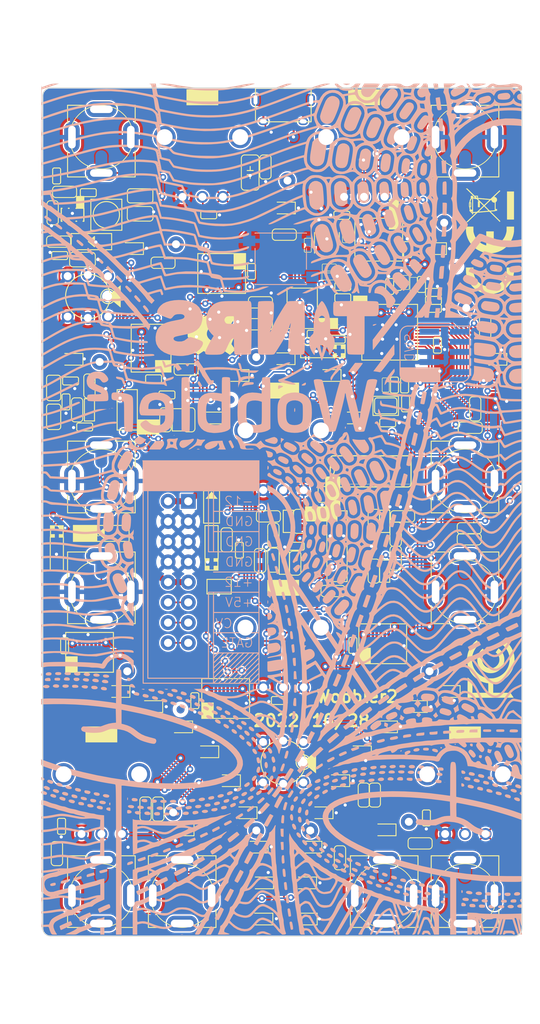
<source format=kicad_pcb>
(kicad_pcb (version 20211014) (generator pcbnew)
  (layers (0 "F.Cu" signal) (31 "B.Cu" signal) (34 "B.Paste" user) (35 "F.Paste" user) (36 "B.SilkS" user "B.Silkscreen") (37 "F.SilkS" user "F.Silkscreen") (38 "B.Mask" user) (39 "F.Mask" user) (44 "Edge.Cuts" user))
  (net 0 "")
  (net 1 "GND")
  (net 2 "Net-(C1-Pad1)")
  (net 3 "/Inputs & Knobs/ADC_MOD")
  (net 4 "Net-(C2-Pad1)")
  (net 5 "/DAC/PHASEDOUT")
  (net 6 "Net-(C3-Pad1)")
  (net 7 "/DAC/NORMALOUT")
  (net 8 "/Inputs & Knobs/KNOB_SHAPE")
  (net 9 "-5V")
  (net 10 "+3V3")
  (net 11 "-12V")
  (net 12 "Net-(C9-Pad1)")
  (net 13 "/Inputs & Knobs/ADC_PHASE")
  (net 14 "/Inputs & Knobs/KNOB_MOD")
  (net 15 "Net-(C15-Pad1)")
  (net 16 "/Inputs & Knobs/ADC_SHAPE")
  (net 17 "Net-(C16-Pad1)")
  (net 18 "/Inputs & Knobs/ADC_FREQ")
  (net 19 "+12V")
  (net 20 "/Inputs & Knobs/KNOB_PHASE")
  (net 21 "/Inputs & Knobs/KNOB_FREQ")
  (net 22 "Net-(C32-Pad1)")
  (net 23 "Net-(C33-Pad1)")
  (net 24 "/Inputs & Knobs/ADC_PHASED")
  (net 25 "/Inputs & Knobs/ADC_NORMAL")
  (net 26 "Net-(C45-Pad2)")
  (net 27 "Net-(IC3-Pad8)")
  (net 28 "Net-(IC3-Pad6)")
  (net 29 "/DAC/DACSDI")
  (net 30 "/DAC/DACSCK")
  (net 31 "/DAC/DACCS")
  (net 32 "Net-(IC5-Pad1)")
  (net 33 "Net-(IC5-Pad2)")
  (net 34 "Net-(IC5-Pad3)")
  (net 35 "Net-(IC5-Pad4)")
  (net 36 "Net-(IC5-Pad5)")
  (net 37 "Net-(IC5-Pad6)")
  (net 38 "Net-(IC5-Pad7)")
  (net 39 "/LEDs & button/SHIFTER1TO2")
  (net 40 "/LEDs & button/CLOCK")
  (net 41 "/LEDs & button/LATCH")
  (net 42 "/LEDs & button/SHIFTERS")
  (net 43 "Net-(IC5-Pad15)")
  (net 46 "/LEDs & button/OUT_LFOCYCLESTART")
  (net 47 "/LEDs & button/ARM1_1")
  (net 48 "/LEDs & button/ARM2_1")
  (net 49 "/LEDs & button/TRIGGERBUTTON")
  (net 50 "/LEDs & button/OUT_LFOCYCLEMID")
  (net 51 "/LEDs & button/SHIFTERS2TO3")
  (net 53 "Net-(IC7-Pad1)")
  (net 54 "Net-(IC7-Pad2)")
  (net 55 "Net-(IC7-Pad3)")
  (net 56 "Net-(IC7-Pad4)")
  (net 57 "Net-(IC7-Pad5)")
  (net 58 "Net-(IC7-Pad6)")
  (net 59 "Net-(IC7-Pad7)")
  (net 61 "Net-(IC7-Pad15)")
  (net 62 "Net-(IC8-Pad1)")
  (net 63 "Net-(IC8-Pad2)")
  (net 64 "Net-(IC8-Pad3)")
  (net 65 "Net-(IC8-Pad4)")
  (net 66 "Net-(IC8-Pad5)")
  (net 69 "/LEDs & button/SHIFTER4TO5")
  (net 70 "/LEDs & button/CLOCK_2")
  (net 71 "/LEDs & button/LATCH_2")
  (net 72 "/LEDs & button/SHIFTERS_2")
  (net 74 "Net-(IC9-Pad1)")
  (net 75 "Net-(IC9-Pad2)")
  (net 76 "Net-(IC9-Pad3)")
  (net 77 "Net-(IC9-Pad4)")
  (net 78 "Net-(IC9-Pad5)")
  (net 79 "/LEDs & button/FASTMODE_LED")
  (net 83 "/Inputs & Knobs/ADC0")
  (net 84 "/Inputs & Knobs/MUX_A")
  (net 85 "/Inputs & Knobs/MUX_B")
  (net 86 "/Inputs & Knobs/ADC1")
  (net 88 "Net-(J1-Pad1)")
  (net 89 "unconnected-(J14-Pad11)")
  (net 90 "unconnected-(J14-Pad13)")
  (net 91 "unconnected-(J14-Pad15)")
  (net 106 "/MCU & Eeprom/BOOTSEL_BUT")
  (net 107 "/Inputs & Knobs/RESET_PATTERN")
  (net 108 "Net-(Q1-PadB)")
  (net 109 "/Inputs & Knobs/SYNC_LFO")
  (net 110 "Net-(Q2-PadB)")
  (net 111 "Net-(Q3-PadB)")
  (net 112 "Net-(Q5-PadB)")
  (net 113 "Net-(R4-Pad2)")
  (net 114 "Net-(R6-Pad2)")
  (net 115 "Net-(R23-Pad1)")
  (net 116 "Net-(R30-Pad1)")
  (net 117 "/MCU & Eeprom/MEM_CS")
  (net 118 "/MCU & Eeprom/RUN")
  (net 119 "Net-(R103-Pad2)")
  (net 120 "Net-(RN7-Pad8)")
  (net 125 "/MCU & Eeprom/SWCLK")
  (net 126 "/MCU & Eeprom/SWDIO")
  (net 127 "/LEDs & button/RESET_PATTERN_BUT")
  (net 128 "/MCU & Eeprom/MEM_IO1")
  (net 129 "/MCU & Eeprom/MEM_IO2")
  (net 130 "/MCU & Eeprom/MEM_IO0")
  (net 131 "/MCU & Eeprom/MEM_CLK")
  (net 132 "/MCU & Eeprom/MEM_IO3")
  (net 139 "/LEDs & button/FASTMODE_BUT")
  (net 140 "Net-(C39-Pad2)")
  (net 141 "/MCU & Eeprom/EEPROM_SDA")
  (net 143 "/MCU & Eeprom/EEPROM_SCL")
  (net 144 "/Inputs & Knobs/MODJACK")
  (net 145 "/Inputs & Knobs/SHAPEJACK")
  (net 146 "/DAC/PHASEDOUTJACK")
  (net 147 "/DAC/NORMALOUTJACK")
  (net 148 "/LEDs & button/PHASEDCYCLEJACK")
  (net 149 "/LEDs & button/NORMALCYCLEJACK")
  (net 150 "/Inputs & Knobs/FREQJACK")
  (net 151 "/MCU & Eeprom/COREVDD")
  (net 152 "/Inputs & Knobs/TRIGGERJACK")
  (net 153 "/Inputs & Knobs/SYNCJACK")
  (net 154 "/Inputs & Knobs/PHASEJACK")
  (net 155 "/MCU & Eeprom/USB_P")
  (net 156 "/MCU & Eeprom/USB_N")
  (net 157 "/Power/regulator_inputside")
  (net 158 "/Power/regulator_feedback_1")
  (net 159 "/Power/regulator_switchoutput")
  (net 160 "/Power/regulator_feedback_2")
  (net 161 "/Power/plus12in")
  (net 162 "/Power/min12in")
  (net 163 "/Power/regulator_filter")
  (net 167 "Net-(D40-Pad1)")
  (net 168 "Net-(D12-Pad2)")
  (net 169 "Net-(D16-Pad2)")
  (net 170 "Net-(D25-Pad2)")
  (net 171 "Net-(D26-Pad2)")
  (net 172 "Net-(D27-Pad2)")
  (net 173 "Net-(D28-Pad2)")
  (net 174 "Net-(D29-Pad2)")
  (net 175 "Net-(D30-Pad2)")
  (net 176 "Net-(D31-Pad2)")
  (net 177 "Net-(D32-Pad2)")
  (net 178 "Net-(D14-Pad2)")
  (net 179 "Net-(D13-Pad2)")
  (net 180 "Net-(D35-Pad2)")
  (net 181 "Net-(D34-Pad2)")
  (net 182 "Net-(D11-Pad2)")
  (net 183 "Net-(D33-Pad2)")
  (net 184 "Net-(D4-Pad2)")
  (net 185 "Net-(D5-Pad2)")
  (net 186 "Net-(D6-Pad2)")
  (net 187 "Net-(D7-Pad2)")
  (net 188 "Net-(D8-Pad2)")
  (net 189 "Net-(D9-Pad2)")
  (net 190 "Net-(D3-Pad1)")
  (net 191 "Net-(D24-Pad2)")
  (net 192 "Net-(D10-Pad2)")
  (net 193 "Net-(D21-Pad2)")
  (net 194 "Net-(D20-Pad2)")
  (net 195 "Net-(D17-Pad2)")
  (net 196 "Net-(D22-Pad2)")
  (footprint "TINRS - Wobbler (pico)sch:3.5MM-JACK-SWITCH-13MM-NOHOLES-TESTPAD" (layer "F.Cu") (at 171.4661 115.0236)
    (property "Value" "AUDIO-JACK_SMALLSYMBOL")
    (fp_text reference "JACK7" hide)
    (fp_text value "AUDIO-JACK_SMALLSYMBOL" hide)
  )
  (footprint "LED_SMD:LED_0603_1608Metric" (layer "F.Cu") (at 151.39339 156.117 180)
    (fp_text reference "D10" hide)
    (fp_text value "C72038" hide)
  )
  (footprint "TINRS - Wobbler (pico)sch:R0603" (layer "F.Cu") (at 162.7461 110.7986 90)
    (property "Value" "unknown")
    (fp_text reference "R15" hide)
    (fp_text value "100k" hide)
  )
  (footprint "TINRS - Wobbler (pico)sch:R0603" (layer "F.Cu") (at 141.5 108.5 -90)
    (property "Value" "unknown")
    (fp_text reference "R26" hide)
    (fp_text value "10k" hide)
  )
  (footprint "Symbol:OSHW-Symbol_6.7x6mm_SilkScreen" (layer "F.Cu") (at 139.9 82.3)
    (fp_text reference "REF**" hide)
    (fp_text value "OSHW-Symbol_6.7x6mm_SilkScreen" hide)
  )
  (footprint "TINRS - Wobbler (pico)sch:3.5MM-JACK-SWITCH-13MM-NOHOLES-TESTPAD" (layer "F.Cu") (at 125.7461 153.1736)
    (property "Value" "AUDIO-JACK_SMALLSYMBOL")
    (fp_text reference "JACK2" hide)
    (fp_text value "AUDIO-JACK_SMALLSYMBOL" hide)
  )
  (footprint "TINRS - Wobbler (pico)sch:C0402" (layer "F.Cu") (at 157.3761 121.7536 90)
    (property "Value" "1759017")
    (fp_text reference "C20" hide)
    (fp_text value "100nF" hide)
  )
  (footprint "TINRS - Wobbler (pico)sch:C0805" (layer "F.Cu") (at 130.6211 67.5486 180)
    (fp_text reference "C11" hide)
    (fp_text value "22u")
  )
  (footprint "Fiducial:Fiducial_1mm_Mask2mm" (layer "F.Cu") (at 142 90.9)
    (fp_text reference "FID5" hide)
    (fp_text value "Fiducial")
  )
  (footprint "TINRS - Wobbler (pico)sch:C0603" (layer "F.Cu") (at 135.3 93.4236 -90)
    (property "Value" "unknown")
    (fp_text reference "C3" hide)
    (fp_text value "33pF C0G" hide)
  )
  (footprint "TINRS - Wobbler (pico)sch:SO16" (layer "F.Cu") (at 159.6 99.9)
    (fp_text reference "IC10" hide)
    (fp_text value "4052D" hide)
  )
  (footprint "LED_SMD:LED_0603_1608Metric" (layer "F.Cu") (at 145.818809 156.117 180)
    (fp_text reference "D24" hide)
    (fp_text value "C72038" hide)
  )
  (footprint "TINRS - Wobbler (pico)sch:R0603" (layer "F.Cu") (at 154.8711 114.9236 180)
    (property "Value" "unknown")
    (fp_text reference "R16" hide)
    (fp_text value "100k" hide)
  )
  (footprint "TINRS - Wobbler (pico)sch:R0603" (layer "F.Cu") (at 159.9961 106.1736 -90)
    (property "Value" "unknown")
    (fp_text reference "R2" hide)
    (fp_text value "33k" hide)
  )
  (footprint "LED_SMD:LED_0603_1608Metric" (layer "F.Cu") (at 131.972712 129.4364 180)
    (fp_text reference "D31" hide)
    (fp_text value "C72038" hide)
  )
  (footprint "TINRS - Wobbler (pico)sch:C0402" (layer "F.Cu") (at 132.3111 88.2786 180)
    (property "Value" "1759017")
    (fp_text reference "C22" hide)
    (fp_text value "100nF" hide)
  )
  (footprint "TINRS - Wobbler (pico)sch:QFN50P250X350X100-17N" (layer "F.Cu") (at 141.3711 128.4236 90)
    (property "Value" "NXP")
    (fp_text reference "IC6" hide)
    (fp_text value "74HC595BQ" hide)
  )
  (footprint "TINRS - Wobbler (pico)sch:DO-214AC" (layer "F.Cu") (at 139.6 102.9 90)
    (property "Value" "D-SMA")
    (fp_text reference "D2" hide)
    (fp_text value "C8678")
  )
  (footprint "LED_SMD:LED_0603_1608Metric" (layer "F.Cu") (at 161.483731 131.9842 180)
    (fp_text reference "D7" hide)
    (fp_text value "C72038" hide)
  )
  (footprint "TINRS - Wobbler (pico)sch:3.5MM-JACK-SWITCH-13MM-NOHOLES-TESTPAD" (layer "F.Cu") (at 171.4661 101.1036)
    (property "Value" "AUDIO-JACK_SMALLSYMBOL")
    (fp_text reference "JACK8" hide)
    (fp_text value "AUDIO-JACK_SMALLSYMBOL" hide)
  )
  (footprint "TINRS - Wobbler (pico)sch:C0603" (layer "F.Cu") (at 161.3711 106.1736 90)
    (property "Value" "unknown")
    (fp_text reference "C1" hide)
    (fp_text value "3.3nF" hide)
  )
  (footprint "TINRS - Wobbler (pico)sch:C0402" (layer "F.Cu") (at 162.9961 76.1736 -90)
    (fp_text reference "C31" hide)
    (fp_text value "100nF" hide)
  )
  (footprint "TINRS - Wobbler (pico)sch:QFN50P250X350X100-17N" (layer "F.Cu") (at 131.9961 84.4236 180)
    (property "Value" "NXP")
    (fp_text reference "IC8" hide)
    (fp_text value "74HC595BQ" hide)
  )
  (footprint "TINRS - Wobbler (pico)sch:QFN50P250X350X100-17N" (layer "F.Cu") (at 124.2611 122.6236 90)
    (property "Value" "NXP")
    (fp_text reference "IC5" hide)
    (fp_text value "74HC595BQ" hide)
  )
  (footprint "TINRS - Wobbler (pico)sch:C0603" (layer "F.Cu") (at 149.2461 106.1736 90)
    (property "Value" "unknown")
    (fp_text reference "C9" hide)
    (fp_text value "3.3nF" hide)
  )
  (footprint "TINRS - Wobbler (pico)sch:R0603" (layer "F.Cu") (at 145.7 111.1 90)
    (property "Value" "unknown")
    (fp_text reference "R14" hide)
    (fp_text value "100k" hide)
  )
  (footprint "TINRS - Wobbler (pico)sch:3.5MM-JACK-SWITCH-13MM-NOHOLES-TESTPAD" (layer "F.Cu") (at 171.4661 57.9236 180)
    (property "Value" "AUDIO-JACK_SMALLSYMBOL")
    (fp_text reference "JACK5" hide)
    (fp_text value "AUDIO-JACK_SMALLSYMBOL" hide)
  )
  (footprint "TINRS - Wobbler (pico)sch:R0603" (layer "F.Cu") (at 147.3711 107.9236 -90)
    (property "Value" "unknown")
    (fp_text reference "R41" hide)
    (fp_text value "100k" hide)
  )
  (footprint "TINRS - Wobbler (pico)sch:C0402" (layer "F.Cu") (at 156.1 76.6736)
    (fp_text reference "C28" hide)
    (fp_text value "100nF" hide)
  )
  (footprint "TINRS - Wobbler (pico)sch:R0402" (layer "F.Cu") (at 151.7 71.5 90)
    (fp_text reference "R38" hide)
    (fp_text value "2k" hide)
  )
  (footprint "TINRS - Wobbler (pico)sch:LightpipeHole" (layer "F.Cu") (at 125.525 86.15)
    (fp_text reference "LP10" hide)
    (fp_text value "Lightpipehole" hide)
  )
  (footprint "TINRS - Wobbler (pico)sch:C0402" (layer "F.Cu") (at 143.1 109.799999 -90)
    (property "Value" "1301804")
    (fp_text reference "C6" hide)
    (fp_text value "100nF" hide)
  )
  (footprint "TINRS - Wobbler (pico)sch:R0603" (layer "F.Cu") (at 165.8211 146.6176 180)
    (property "Value" "unknown")
    (fp_text reference "R25" hide)
    (fp_text value "100" hide)
  )
  (footprint "TINRS - Wobbler (pico)sch:C0402" (layer "F.Cu") (at 156.1 78.1)
    (fp_text reference "C27" hide)
    (fp_text value "100nF" hide)
  )
  (footprint "TINRS - Wobbler (pico)sch:R0603" (layer "F.Cu") (at 145.7461 78.6736)
    (property "Value" "unknown")
    (fp_text reference "R7" hide)
    (fp_text value "38.3k 0.1%" hide)
  )
  (footprint "TINRS - Wobbler (pico)sch:EURORACK12HPPCB" (layer "F.Cu") (at 118.1261 158.2536)
    (property "Value" "unknown")
    (fp_text reference "OUTLINE1" hide)
    (fp_text value "EURORACK_PCB12HP" hide)
    (fp_line (start 0.25 -105.5) (end 0.25 -1) (layer "Edge.Cuts") (width 0.127))
    (fp_line (start 1.25 0) (end 59.5 0) (layer "Edge.Cuts") (width 0.127))
    (fp_line (start 60.5 -1) (end 60.5 -105.5) (layer "Edge.Cuts") (width 0.127))
    (fp_line (start 59.5 -106.5) (end 1.25 -106.5) (layer "Edge.Cuts") (width 0.127))
    (fp_arc (start 59.5 -106.5) (mid 60.207107 -106.207107) (end 60.5 -105.5) (layer "Edge.Cuts") (width 0.127))
    (fp_arc (start 60.5 -1) (mid 60.207107 -0.292893) (end 59.5 0) (layer "Edge.Cuts") (width 0.127))
    (fp_arc (start 1.25 0) (mid 0.542893 -0.292893) (end 0.25 -1) (layer "Edge.Cuts") (width 0.127))
    (fp_arc (start 0.25 -105.5) (mid 0.542893 -106.207107) (end 1.25 -106.5) (layer "Edge.Cuts") (width 0.127))
  )
  (footprint "TINRS - Wobbler (pico)sch:LightpipeHole" (layer "F.Cu") (at 152 145)
    (fp_text reference "LP5" hide)
    (fp_text value "Lightpipehole" hide)
  )
  (footprint "TINRS - Wobbler (pico)sch:R0603" (layer "F.Cu") (at 136.4 87.1 180)
    (property "Value" "unknown")
    (fp_text reference "R27" hide)
    (fp_text value "56" hide)
  )
  (footprint "TINRS - Wobbler (pico)sch:CASE-A_3216" (layer "F.Cu") (at 152.9 84.8 180)
    (property "Value" "197427")
    (fp_text reference "C23" hide)
    (fp_text value "10uF" hide)
  )
  (footprint "Package_TO_SOT_SMD:SOT-23-5" (layer "F.Cu") (at 154.1 70.7 90)
    (fp_text reference "U2" hide)
    (fp_text value "AT24CS01-STUM" hide)
  )
  (footprint "TINRS - Wobbler (pico)sch:4X0402ARV341" (layer "F.Cu") (at 159.3711 125.4236 180)
    (fp_text reference "RN5" hide)
    (fp_text value "56" hide)
  )
  (footprint "LED_SMD:LED_0603_1608Metric" (layer "F.Cu") (at 161.3061 144.9186 180)
    (fp_text reference "D40" hide)
    (fp_text value "C72038" hide)
  )
  (footprint "TINRS - Wobbler (pico)sch:C0402" (layer "F.Cu") (at 150.2461 109.2986 180)
    (property "Value" "1759017")
    (fp_text reference "C17" hide)
    (fp_text value "100nF" hide)
  )
  (footprint "TINRS - Wobbler (pico)sch:SOT23-BEC" (layer "F.Cu") (at 175.7261 107.5916 90)
    (property "Value" "2336795")
    (fp_text reference "Q1" hide)
    (fp_text value "MMBT3904" hide)
  )
  (footprint "TINRS - Wobbler (pico)sch:R0603" (layer "F.Cu") (at 122.7 92.1736 90)
    (property "Value" "unknown")
    (fp_text reference "R5" hide)
    (fp_text value "187k 0.1%" hide)
  )
  (footprint "TINRS - Wobbler (pico)sch:C3216" (layer "F.Cu") (at 144.4561 62.3736 90)
    (fp_text reference "C39" hide)
    (fp_text value "4.7n 100v" hide)
  )
  (footprint "TINRS - Wobbler (pico)sch:C0402" (layer "F.Cu") (at 144.6211 74.7986 -90)
    (property "Value" "1759017")
    (fp_text reference "C38" hide)
    (fp_text value "100nF" hide)
  )
  (footprint "TINRS - Wobbler (pico)sch:R0603" (layer "F.Cu") (at 172.7461 92.0486 90)
    (property "Value" "unknown")
    (fp_text reference "R73" hide)
    (fp_text value "10k" hide)
  )
  (footprint "TINRS - Wobbler (pico)sch:LightpipeHole" (layer "F.Cu") (at 168.85 68.675)
    (fp_text reference "LP9" hide)
    (fp_text value "Lightpipehole" hide)
  )
  (footprint "TINRS - Wobbler (pico)sch:R0603" (layer "F.Cu") (at 146.3711 61.6736 90)
    (fp_text reference "R74" hide)
    (fp_text value "1M" hide)
  )
  (footprint "TINRS - Wobbler (pico)sch:4X0402ARV341" (layer "F.Cu") (at 135.7461 84.9236 -90)
    (fp_text reference "RN3" hide)
    (fp_text value "56" hide)
  )
  (footprint "TINRS - Wobbler (pico)sch:C0402" (layer "F.Cu") (at 153.5 102.8 -90)
    (property "Value" "1759017")
    (fp_text reference "C4" hide)
    (fp_text value "100nF" hide)
  )
  (footprint "TINRS - Wobbler (pico)sch:C0402" (layer "F.Cu") (at 164.2461 72.0486 -90)
    (fp_text reference "C36" hide)
    (fp_text value "100nF" hide)
  )
  (footprint "TINRS - Wobbler (pico)sch:C0603" (layer "F.Cu") (at 161.3711 112.4236 -90)
    (property "Value" "unknown")
    (fp_text reference "C15" hide)
    (fp_text value "3.3nF" hide)
  )
  (footprint "TINRS - Wobbler (pico)sch:4X0402ARV341" (layer "F.Cu") (at 142.2511 132.7086 180)
    (fp_text reference "RN7" hide)
    (fp_text value "56" hide)
  )
  (footprint "LED_SMD:LED_0603_1608Metric" (layer "F.Cu") (at 143.829181 142.7731 180)
    (fp_text reference "D27" hide)
    (fp_text value "C72038" hide)
  )
  (footprint "TINRS - Wobbler (pico)sch:LightpipeHole" (layer "F.Cu") (at 145.228159 145)
    (fp_text reference "LP1" hide)
    (fp_text value "Lightpipehole" hide)
  )
  (footprint "TINRS - Wobbler (pico)sch:LightpipeHole" (layer "F.Cu") (at 145.225 85.55)
    (fp_text reference "LP8" hide)
    (fp_text value "Lightpipehole" hide)
  )
  (footprint "TINRS - Wobbler (pico)sch:R0603" (layer "F.Cu") (at 155.7461 148.4236 -90)
    (property "Value" "unknown")
    (fp_text reference "R19" hide)
    (fp_text value "10k" hide)
  )
  (footprint "TINRS - Wobbler (pico)sch:3.5MM-JACK-SWITCH-13MM-NOHOLES-TESTPAD" (layer "F.Cu") (at 125.7461 115.0236)
    (property "Value" "AUDIO-JACK_SMALLSYMBOL")
    (fp_text reference "JACK3" hide)
    (fp_text value "AUDIO-JACK_SMALLSYMBOL" hide)
  )
  (footprint "TINRS - Wobbler (pico)sch:R0603" (layer "F.Cu") (at 148.7461 70.1736 180)
    (property "Value" "unknown")
    (fp_text reference "R29" hide)
    (fp_text value "56" hide)
  )
  (footprint "LED_SMD:LED_0603_1608Metric" (layer "F.Cu") (at 153.383018 142.7731 180)
    (fp_text reference "D4" hide)
    (fp_text value "C72038" hide)
  )
  (footprint "LED_SMD:LED_0603_1608Metric" (layer "F.Cu") (at 145.228159 147.0905 180)
    (fp_text reference "D26" hide)
    (fp_text value "C72038" hide)
  )
  (footprint "TINRS - Wobbler (pico)sch:R0603" (layer "F.Cu") (at 133.8 93.4236 90)
    (property "Value" "unknown")
    (fp_text reference "R8" hide)
    (fp_text value "187k 0.1%" hide)
  )
  (footprint "TINRS - Wobbler (pico)sch:PB6149L" (layer "F.Cu") (at 124.0461 77.9236)
    (fp_text reference "U$28" hide)
    (fp_text value "SWITCH_W_LED_PB6149L-X-102YELLOW" hide)
  )
  (footprint "LED_SMD:LED_0603_1608Metric" (layer "F.Cu") (at 167.6461 71.9236 180)
    (fp_text reference "D16" hide)
    (fp_text value "C72038" hide)
  )
  (footprint "Symbol:CE-Logo_8.5x6mm_SilkScreen" (layer "F.Cu") (at 174.6 73.4 90)
    (fp_text reference "REF**" hide)
    (fp_text value "CE-Logo_8.5x6mm_SilkScreen" hide)
  )
  (footprint "TINRS - Wobbler (pico)sch:LightpipeHole" (layer "F.Cu") (at 134.775 142.725)
    (fp_text reference "LP3" hide)
    (fp_text value "Lightpipehole" hide)
  )
  (footprint "TINRS - Wobbler (pico)sch:QFN-56" (layer "F.Cu") (at 161.9961 82.4236)
    (fp_text reference "U$2" hide)
    (fp_text value "RP2040" hide)
  )
  (footprint "TINRS - Wobbler (pico)sch:R0603" (layer "F.Cu") (at 124.2461 89.1736 90)
    (property "Value" "unknown")
    (fp_text reference "R37" hide)
    (fp_text value "187k 0.1%" hide)
  )
  (footprint "TINRS - Wobbler (pico)sch:C0402" (layer "F.Cu") (at 152.6211 82.6736 180)
    (fp_text reference "C100" hide)
    (fp_text value "1u" hide)
  )
  (footprint "LED_SMD:LED_0603_1608Metric" (layer "F.Cu") (at 169.363381 127.5414 180)
    (fp_text reference "D9" hide)
    (fp_text value "C72038" hide)
  )
  (footprint "LED_SMD:LED_0603_1608Metric" (layer "F.Cu") (at 175.2461 85.8236 180)
    (fp_text reference "D21" hide)
    (fp_text value "C72038" hide)
  )
  (footprint "TINRS - Wobbler (pico)sch:R0603" (layer "F.Cu") (at 163.6211 105.5486)
    (property "Value" "unknown")
    (fp_text reference "R1" hide)
    (fp_text value "100k" hide)
  )
  (footprint "TINRS - Wobbler (pico)sch:R0402" (layer "F.Cu") (at 163.9961 76.1736 -90)
    (fp_text reference "R4" hide)
    (fp_text value "27" hide)
  )
  (footprint "LED_SMD:LED_0603_1608Metric" (layer "F.Cu") (at 145.897459 151.5793 180)
    (fp_text reference "D25" hide)
    (fp_text value "C72038" hide)
  )
  (footprint "TINRS - Wobbler (pico)sch:L0805" (layer "F.Cu") (at 119.7461 93.0486 90)
    (fp_text reference "L1" hide)
    (fp_text value "0.1uH C76737 " hide)
  )
  (footprint "Fiducial:Fiducial_1mm_Mask2mm" (layer "F.Cu") (at 135.7 129.8)
    (fp_text reference "FID4" hide)
    (fp_text value "Fiducial")
  )
  (footprint "TINRS - Wobbler (pico)sch:C0402" (layer "F.Cu") (at 161.7461 93.7986)
    (fp_text reference "C33" hide)
    (fp_text value "27p" hide)
  )
  (footprint "TINRS - Wobbler (pico)sch:3.5MM-JACK-SWITCH-13MM-NOHOLES-TESTPAD" (layer "F.Cu") (at 161.3061 153.1736)
    (property "Value" "AUDIO-JACK_SMALLSYMBOL")
    (fp_text reference "JACK9" hide)
    (fp_text value "AUDIO-JACK_SMALLSYMBOL" hide)
  )
  (footprint "TINRS - Wobbler (pico)sch:R0603" (layer "F.Cu") (at 159.9961 112.4236 90)
    (property "Value" "unknown")
    (fp_text reference "R12" hide)
    (fp_text value "33k" hide)
  )
  (footprint "TINRS - Wobbler (pico)sch:C0402" (layer "F.Cu") (at 166.6161 143.4186 -90)
    (property "Value" "1759017")
    (fp_text reference "C40" hide)
    (fp_text value "100nF" hide)
  )
  (footprint "TINRS - Wobbler (pico)sch:4X0402ARV341" (layer "F.Cu") (at 124.45 127.25 180)
    (fp_text reference "RN2" hide)
    (fp_text value "56" hide)
  )
  (footprint "TINRS - Wobbler (pico)sch:3.5MM-JACK-SWITCH-13MM-NOHOLES-TESTPAD" (layer "F.Cu") (at 171.4661 153.1736)
    (property "Value" "AUDIO-JACK_SMALLSYMBOL")
    (fp_text reference "JACK1" hide)
    (fp_text value "AUDIO-JACK_SMALLSYMBOL" hide)
  )
  (footprint "TINRS - Wobbler (pico)sch:SOT95P237X112-3N" (layer "F.Cu") (at 140.55 114.375 90)
    (property "Value" "9778330")
    (fp_text reference "U1" hide)
    (fp_text value "LM4040DIM3-5.0" hide)
  )
  (footprint "TINRS - Wobbler (pico)sch:R0402" (layer "F.Cu") (at 154.4 74.3 180)
    (fp_text reference "R34" hide)
    (fp_text value "10k DNP" hide)
  )
  (footprint "TINRS - Wobbler (pico)sch:SOT23-BEC" (layer "F.Cu") (at 131.95 145.55 -90)
    (property "Value" "2336795")
    (fp_text reference "Q5" hide)
    (fp_text value "MMBT3904" hide)
  )
  (footprint "TINRS - Wobbler (pico)sch:NX3225" (layer "F.Cu") (at 161.4961 91.6736 180)
    (fp_text reference "Q4" hide)
    (fp_text value "12mhz" hide)
  )
  (footprint "TINRS - Wobbler (pico)sch:R0603" (layer "F.Cu") (at 158.7461 140.5486 -90)
    (property "Value" "unknown")
    (fp_text reference "R21" hide)
    (fp_text value "100k" hide)
  )
  (footprint "TINRS - Wobbler (pico)sch:SOT23-6" (layer "F.Cu") (at 122.1211 67.6736 180)
    (fp_text reference "U$5" hide)
    (fp_text value "BL9342" hide)
  )
  (footprint "TINRS - Wobbler (pico)sch:R0603" (layer "F.Cu") (at 131.3 142.3 -90)
    (property "Value" "unknown")
    (fp_text reference "R40" hide)
    (fp_text value "100k" hide)
  )
  (footprint "TINRS - Wobbler (pico)sch:C0402" (layer "F.Cu") (at 155.9761 67.7436 180)
    (property "Value" "1759017")
    (fp_text reference "C10" hide)
    (fp_text value "100nF" hide)
  )
  (footprint "LED_SMD:LED_0603_1608Metric" (layer "F.Cu") (at 148.6461 66.8236 180)
    (fp_text reference "D20" hide)
    (fp_text value "C72038" hide)
  )
  (footprint "TINRS - Wobbler (pico)sch:L0805" (layer "F.Cu") (at 119.7461 89.4236 90)
    (fp_text reference "L2" hide)
    (fp_text value "0.1uH C76737 " hide)
  )
  (footprint "TINRS - Wobbler (pico)sch:R0603" (layer "F.Cu") (at 145.7461 81.4236)
    (property "Value" "unknown")
    (fp_text reference "R9" hide)
    (fp_text value "38.3k 0.1%" hide)
  )
  (footprint "TINRS - Wobbler (pico)sch:C0402" (layer "F.Cu") (at 121.8711 88.5486 180)
    (property "Value" "1759017")
    (fp_text reference "C44" hide)
    (fp_text value "100nF" hide)
  )
  (footprint "TINRS - Wobbler (pico)sch:DO-214AC" (layer "F.Cu") (at 125.7311 107.6886 180)
    (property "Value" "D-SMA")
    (fp_text reference "D1")
    (fp_text value "C8678")
  )
  (footprint "TINRS - Wobbler (pico)sch:ALPS_POT_SQUAREHOLES" (layer "F.Cu") (at 148.6061 94.7536)
    (property "Value" "unknown")
    (fp_text reference "R68" hide)
    (fp_text value "10kB" hide)
  )
  (footprint "TINRS - Wobbler (pico)sch:C0402" (layer "F.Cu") (at 139.2461 67.6736)
    (property "Value" "1759017")
    (fp_text reference "C21" hide)
    (fp_text value "100nF" hide)
  )
  (footprint "TINRS - Wobbler (pico)sch:SOT23-BEC" (layer "F.Cu") (at 157.3771 144.2111 180)
    (property "Value" "2336795")
    (fp_text reference "Q3" hide)
    (fp_text value "MMBT3904" hide)
  )
  (footprint "TINRS - Wobbler (pico)sch:C0402" (layer "F.Cu") (at 120.1211 62.7986 -90)
    (property "Value" "1759017")
    (fp_text reference "C46" hide)
    (fp_text value "33p" hide)
  )
  (footprint "LED_SMD:LED_0603_1608Metric" (layer "F.Cu") (at 154.39119 87.8592 180)
    (fp_text reference "D35" hide)
    (fp_text value "C72038" hide)
  )
  (footprint "TINRS - Wobbler (pico)sch:ALPS_POT_SQUAREHOLES" (layer "F.Cu") (at 138.4461 57.9236)
    (property "Value" "unknown")
    (fp_text reference "R42" hide)
    (fp_text value "10kB" hide)
  )
  (footprint "TINRS - Wobbler (pico)sch:PB6149L" (layer "F.Cu") (at 148.6061 136.4236)
    (fp_text reference "U$1" hide)
    (fp_text value "SWITCH_W_LED_PB6149L-X-102YELLOW" hide)
  )
  (footprint "TINRS - Wobbler (pico)sch:LightpipeHole" (layer "F.Cu") (at 164.4 143.9)
    (fp_text reference "LP2" hide)
    (fp_text value "Lightpipehole" hide)
  )
  (footprint "LED_SMD:LED_0603_1608Metric" (layer "F.Cu") (at 151.31474 151.5793 180)
    (fp_text reference "D11" hide)
    (fp_text value "C72038" hide)
  )
  (footprint "LED_SMD:LED_0603_1608Metric" (layer "F.Cu") (at 135.9061 144.9186 180)
    (fp_text reference "D3" hide)
    (fp_text value "C72038" hide)
  )
  (footprint "TINRS - Wobbler (pico)sch:R0603" (layer "F.Cu") (at 150.6211 106.1736 -90)
    (property "Value" "unknown")
    (fp_text reference "R13" hide)
    (fp_text value "33k" hide)
  )
  (footprint "TINRS - Wobbler (pico)sch:L0420" (layer "F.Cu") (at 126.3711 67.6736)
    (fp_text reference "L3" hide)
    (fp_text value "4.7uH")
  )
  (footprint "TINRS - Wobbler (pico)sch:C0402" (layer "F.Cu") (at 155.4 83.2986)
    (fp_text reference "C37" hide)
    (fp_text value "100nF" hide)
  )
  (footprint "TINRS - Wobbler (pico)sch:C0402" (layer "F.Cu") (at 120.7411 144.4686 -90)
    (property "Value" "1759017")
    (fp_text reference "C41" hide)
    (fp_text value "100nF" hide)
  )
  (footprint "TINRS - Wobbler (pico)sch:LightpipeHole" (layer "F.Cu") (at 171.625 79.375)
    (fp_text reference "LP7" hide)
    (fp_text value "Lightpipehole" hide)
  )
  (footprint "TINRS - Wobbler (pico)sch:R0402" (layer "F.Cu") (at 156.5 70.3 90)
    (fp_text reference "R35" hide)
    (fp_text value "2k" hide)
  )
  (footprint "TINRS - Wobbler (pico)sch:CASE-A_3216" (layer "F.Cu") (at 120.1461 110.2236 -90)
    (property "Value" "197427")
    (fp_text reference "C48" hide)
    (fp_text value "10uF" hide)
  )
  (footprint "TINRS - Wobbler (pico)sch:C0402" (layer "F.Cu") (at 124.1 64.9 180)
    (property "Value" "1759017")
    (fp_text reference "C45" hide)
    (fp_text value "100nF" hide)
  )
  (footprint "TINRS - Wobbler (pico)sch:QFN50P250X350X100-17N" (layer "F.Cu") (at 140.8711 75.0486 -90)
    (property "Value" "NXP")
    (fp_text reference "IC9" hide)
    (fp_text value "74HC595BQ" hide)
  )
  (footprint "LED_SMD:LED_0603_1608Metric" (layer "F.Cu") (at 141.738668 138.7448 180)
    (fp_text reference "D28" hide)
    (fp_text value "C72038" hide)
  )
  (footprint "TINRS - Wobbler (pico)sch:SOT23-BEC" (layer "F.Cu") (at 175.6161 93.1686 90)
    (property "Value" "2336795")
    (fp_text reference "Q2" hide)
    (fp_text value "MMBT3904" hide)
  )
  (footprint "TINRS - Wobbler (pico)sch:C0402" (layer "F.Cu") (at 165.9961 76.4236 90)
    (fp_text reference "C34" hide)
    (fp_text value "1u" hide)
  )
  (footprint "TINRS - Wobbler (pico)sch:R0603" (layer "F.Cu") (at 119.6211 67.4236 -90)
    (property "Value" "unknown")
    (fp_text reference "R32" hide)
    (fp_text value "16.2k" hide)
  )
  (footprint "LED_SMD:LED_0603_1608Metric" (layer "F.Cu") (at 135.728468 131.9842 180)
    (fp_text reference "D30" hide)
    (fp_text value "C72038" hide)
  )
  (footprint "TINRS - Wobbler (pico)sch:R0603" (layer "F.Cu") (at 172.1211 94.4236)
    (property "Value" "unknown")
    (fp_text reference "R72" hide)
    (fp_text value "100k" hide)
  )
  (footprint "TINRS - Wobbler (pico)sch:C0402" (layer "F.Cu") (at 121.3 91.1736 90)
    (property "Value" "1759017")
    (fp_text reference "C42" hide)
    (fp_text value "10n" hide)
  )
  (footprint "TINRS - Wobbler (pico)sch:R0603" (layer "F.Cu") (at 171.9961 107.0486 180)
    (property "Value" "unknown")
    (fp_text reference "R20" hide)
    (fp_text value "10k" hide)
  )
  (footprint "LED_SMD:LED_0603_1608Metric" (layer "F.Cu") (at 139.013659 135.1155 180)
    (fp_text reference "D29" hide)
    (fp_text value "C72038" hide)
  )
  (footprint "TINRS - Wobbler (pico)sch:C0402" (layer "F.Cu") (at 148.1211 128.6736 180)
    (property "Value" "1759017")
    (fp_text reference "C24" hide)
    (fp_text value "100nF" hide)
  )
  (footprint "TINRS - Wobbler (pico)sch:4X0402ARV341" (layer "F.Cu") (at 161.6211 125.4236 180)
    (fp_text reference "RN6" hide)
    (fp_text value "56" hide)
  )
  (footprint "TINRS - Wobbler (pico)sch:C0603" (layer "F.Cu") (at 148.7461 111.4236 -90)
    (property "Value" "unknown")
    (fp_text reference "C16" hide)
    (fp_text value "3.3nF" hide)
  )
  (footprint "TINRS - Wobbler (pico)sch:C0402" (layer "F.Cu") (at 167.4961 78.4236 180)
    (fp_text reference "C25" hide)
    (fp_text value "100nF" hide)
  )
  (footprint "TINRS - Wobbler (pico)sch:R0603" (layer "F.Cu") (at 136.8 93.4236 -90)
    (property "Value" "unknown")
    (fp_text reference "R36" hide)
    (fp_text value "187k 0.1%" hide)
  )
  (footprint "TINRS - Wobbler (pico)sch:R0603" (layer "F.Cu") (at 120.1551 147.9026 90)
    (property "Value" "unknown")
    (fp_text reference "R24" hide)
    (fp_text value "100" hide)
  )
  (footprint "TINRS - Wobbler (pico)sch:SO14" (layer "F.Cu") (at 155.3711 109.2986 -90)
    (property "Value" "1605572")
    (fp_text reference "IC4" hide)
    (fp_text value "MCP6004" hide)
  )
  (footprint "TINRS - Wobbler (pico)sch:CASE-A_3216" (layer "F.Cu") (at 139.6 108.8 90)
    (property "Value" "197427")
    (fp_text reference "C5" hide)
    (fp_text value "10uF" hide)
  )
  (footprint "TINRS - Wobbler (pico)sch:ALPS_POT_SQUAREHOLES" (layer "F.Cu") (at 148.6061 119.5236)
    (property "Value" "unknown")
    (fp_text reference "R17" hide)
    (fp_text value "10kB" hide)
  )
  (footprint "TINRS - Wobbler (pico)sch:R0402" (layer "F.Cu") (at 154.3711 75.4236 180)
    (fp_text reference "R33" hide)
    (fp_text value "1k" hide)
  )
  (footprint "LED_SMD:LED_0603_1608Metric" (layer "F.Cu") (at 148.6061 85.7536 180)
    (fp_text reference "D34" hide)
    (fp_text value "C72038" hide)
  )
  (footprint "TINRS - Wobbler (pico)sch:C0402" (layer "F.Cu") (at 167.4961 79.4236 180)
    (fp_text reference "C35" hide)
    (fp_text value "100nF" hide)
  )
  (footprint "TINRS - Wobbler (pico)sch:R0603" (layer "F.Cu") (at 133.5 73.7)
    (property "Value" "unknown")
    (fp_text reference "R30" hide)
    (fp_text value "56" hide)
  )
  (footprint "TINRS - Wobbler (pico)sch:R0603" (layer "F.Cu") (at 174 81.762 -90)
    (fp_text reference "R52" hide)
    (fp_text value "10k" hide)
  )
  (footprint "LED_SMD:LED_0603_1608Metric" (layer "F.Cu") (at 158.19854 135.1155 180)
    (fp_text reference "D6" hide)
    (fp_text value "C72038" hide)
  )
  (footprint "TINRS - Wobbler (pico)sch:LightpipeHole" (layer "F.Cu") (at 167 125)
    (fp_text reference "LP4" hide)
    (fp_text value "Lightpipehole" hide)
  )
  (footprint "TINRS - Wobbler (pico)sch:R0603" (layer "F.Cu") (at 160.1211 140.5486 90)
    (property "Value" "unknown")
    (fp_text reference "R10" hide)
    (fp_text value "56" hide)
  )
  (footprint "LED_SMD:LED_0603_1608Metric" (layer "F.Cu") (at 155.473531 138.7448 180)
    (fp_text reference "D5" hide)
    (fp_text value "C72038" hide)
  )
  (footprint "LED_SMD:LED_0603_1608Metric" (layer "F.Cu") (at 142.821009 87.8592 180)
    (fp_text reference "D13" hide)
    (fp_text value "C72038" hide)
  )
  (footprint "TINRS - Wobbler (pico)sch:L0805" (layer "F.Cu") (at 130.6211 65.2986)
    (fp_text reference "L4" hide)
    (fp_text value "0.1uH C76737 " hide)
  )
  (footprint "TINRS - Wobbler (pico)sch:SOIC-8" (layer "F.Cu") (at 160.6211 70.7986 180)
    (fp_text reference "U$25" hide)
    (fp_text value "W25Q256JVEIQTR" hide)
  )
  (footprint "TINRS - Wobbler (pico)sch:ALPS_POT_SQUAREHOLES" (layer "F.Cu") (at 171.4661 137.9336)
    (property "Value" "unknown")
    (fp_text reference "R45" hide)
    (fp_text value "10kB" hide)
  )
  (footprint "TINRS - Wobbler (pico)sch:3.5MM-JACK-SWITCH-13MM-NOHOLES-TESTPAD" (layer "F.Cu") (at 135.9061 153.1736)
    (property "Value" "AUDIO-JACK_SMALLSYMBOL")
    (fp_text reference "JACK10" hide)
    (fp_text value "AUDIO-JACK_SMALLSYMBOL" hide)
  )
  (footprint "TINRS - Wobbler (pico)sch:R0603" (layer "F.Cu") (at 120.3711 71.0486)
    (property "Value" "unknown")
    (fp_text reference "R23" hide)
    (fp_text value "100k" hide)
  )
  (footprint "TINRS - Wobbler (pico)sch:QFN50P250X350X100-17N" (layer "F.Cu") (at 161.1211 121.5486 90)
    (property "Value" "NXP")
    (fp_text reference "IC7" hide)
    (fp_text value "74HC595BQ" hide)
  )
  (footprint "TINRS - Wobbler (pico)sch:R0402" (layer "F.Cu") (at 161.4961 89.0486 90)
    (fp_text reference "R103" hide)
    (fp_text value "1k" hide)
  )
  (footprint "TINRS - Wobbler (pico)sch:3.5MM-JACK-SWITCH-13MM-NOHOLES-TESTPAD" (layer "F.Cu") (at 125.7461 101.1036)
    (property "Value" "AUDIO-JACK_SMALLSYMBOL")
    (fp_text reference "JACK6" hide)
    (fp_text value "AUDIO-JACK_SMALLSYMBOL" hide)
  )
  (footprint "TINRS - Wobbler (pico)sch:C0402" (layer "F.Cu") (at 137.5 128.7 90)
    (property "Value" "1759017")
    (fp_text reference "C7" hide)
    (fp_text value "100nF" hide)
  )
  (footprint "TINRS - Wobbler (pico)sch:SOD123" (layer "F.Cu") (at 124.4961 71.0486 180)
    (fp_text reference "D18" hide)
    (fp_text value "D-SOD-123" hide)
  )
  (footprint "TINRS - Wobbler (pico)sch:C132563" (layer "F.Cu") (at 148.6211 51.7986 180)
    (fp_text reference "J1" hide)
    (fp_text value "MICRO-USB-5P" hide)
  )
  (footprint "TINRS - Wobbler (pico)sch:C0402" (layer "F.Cu") (at 133.9961 90.2986 180)
    (property "Value" "1759017")
    (fp_text reference "C19" hide)
    (fp_text value "100nF" hide)
  )
  (footprint "TINRS - Wobbler (pico)sch:4X0402ARV341" (layer "F.Cu") (at 122.05 127.2 180)
    (fp_text reference "RN1" hide)
    (fp_text value "56" hide)
  )
  (footprint "TINRS - Wobbler (pico)sch:ALPS_POT_SQUAREHOLES" (layer "F.Cu") (at 158.7661 57.9236)
    (property "Value" "unknown")
    (fp_text reference "R69" hide)
    (fp_text value "10kB" hide)
  )
  (footprint "TINRS - Wobbler (pico)sch:R0402" (layer "F.Cu") (at 164.9961 76.4236 -90)
    (fp_text reference "R6" hide)
    (fp_text value "27" hide)
  )
  (footprint "TINRS - Wobbler (pico)sch:C0402" (layer "F.Cu") (at 121.125 121.7986 -90)
    (property "Value" "1759017")
    (fp_text reference "C14" hide)
    (fp_text value "100nF" hide)
  )
  (footprint "TINRS - Wobbler (pico)sch:R0603" (layer "F.Cu") (at 121.1211 64.7986 180)
    (property "Value" "unknown")
    (fp_text reference "R31" hide)
    (fp_text value "49.9k" hide)
  )
  (footprint "TINRS - Wobbler (pico)sch:ALPS_POT_SQUAREHOLES" (layer "F.Cu") (at 125.7461 137.9336)
    (property "Value" "unknown")
    (fp_text reference "R44" hide)
    (fp_text value "10kB" hide)
  )
  (footprint "TINRS - Wobbler (pico)sch:C0402" (layer "F.Cu") (at 162.6 89.06228 90)
    (fp_text reference "C12" hide)
    (fp_text value "100nF" hide)
  )
  (footprint "TINRS - Wobbler (pico)sch:C0402" (layer "F.Cu") (at 163.8711 89.0486 -90)
    (fp_text reference "C99" hide)
    (fp_text value "100nF" hide)
  )
  (footprint "TINRS - Wobbler (pico)sch:3.5MM-JACK-SWITCH-13MM-NOHOLES-TESTPAD" (layer "F.Cu") (at 125.7461 57.9236 180)
    (property "Value" "AUDIO-JACK_SMALLSYMBOL")
    (fp_text reference "JACK4" hide)
    (fp_text value "AUDIO-JACK_SMALLSYMBOL" hide)
  )
  (footprint "TINRS - Wobbler (pico)sch:R0603" (layer "F.Cu") (at 150.1211 111.4236 90)
    (property "Value" "unknown")
    (fp_text reference "R22" hide)
    (fp_text value "33k" hide)
  )
  (footprint "TINRS - Wobbler (pico)sch:C0402" (layer "F.Cu") (at 167.4961 77.4236 180)
    (fp_text reference "C26" hide)
    (fp_text value "100nF" hide)
  )
  (footprint "TINRS - Wobbler (pico)sch:R0603" (layer "F.Cu") (at 146.7461 105.5486 180)
    (property "Value" "unknown")
    (fp_text reference "R11" hide)
    (fp_text value "100k" hide)
  )
  (footprint "TINRS - Wobbler (pico)sch:C0603" (layer "F.Cu") (at 124.2461 92.1736 -90)
    (property "Value" "unknown")
    (fp_text reference "C2" hide)
    (fp_text value "33pF C0G" hide)
  )
  (footprint "TINRS - Wobbler (pico)sch:LightpipeHole" (layer "F.Cu") (at 135.125 71.375)
    (fp_text reference "LP11" hide)
    (fp_text value "Lightpipehole" hide)
  )
  (footprint "Fiducial:Fiducial_1mm_Mask2mm" (layer "F.Cu") (at 170.4 74.2)
    (fp_text reference "FID3" hide)
    (fp_text value "Fiducial")
  )
  (footprint "TINRS - Wobbler (pico)sch:LightpipeHole" (layer "F.Cu") (at 149.15 63.375)
    (fp_text reference "LP12" hide)
    (fp_text value "Lightpipehole" hide)
  )
  (footprint "LED_SMD:LED_0603_1608Metric" (layer "F.Cu") (at 121.9461 85.8236 180)
    (fp_text reference "D22" hide)
    (fp_text value "C72038" hide)
  )
  (footprint "LED_SMD:LED_0603_1608Metric" (layer "F.Cu") (at 127.848821 127.5414 180)
    (fp_text reference "D32" hide)
    (fp_text value "C72038" hide)
  )
  (footprint "LED_SMD:LED_0603_1608Metric" (layer "F.Cu") (at 139.742831 93.190759 180)
    (fp_text reference "D14" hide)
    (fp_text value "C72038" hide)
  )
  (footprint "Symbol:FCC-Logo_7.3x6mm_SilkScreen" (layer "F.Cu") (at 174.7 124.7 90)
    (fp_text reference "REF**" hide)
    (fp_text value "FCC-Logo_7.3x6mm_SilkScreen" hide)
  )
  (footprint "Symbol:WEEE-Logo_4.2x6mm_SilkScreen" (layer "F.Cu") (at 174.6 66.5 90)
    (fp_text reference "REF**" hide)
    (fp_text value "WEEE-Logo_4.2x6mm_SilkScreen" hide)
  )
  (footprint "TINRS - Wobbler (pico)sch:R0603" (layer "F.Cu") (at 171.9961 108.4236)
    (property "Value" "unknown")
    (fp_text reference "R18" hide)
    (fp_text value "100k" hide)
  )
  (footprint "TINRS - Wobbler (pico)sch:C0402" (layer "F.Cu") (at 161.9961 76.6736 90)
    (fp_text reference "C29" hide)
    (fp_text value "100nF" hide)
  )
  (footprint "TINRS - Wobbler (pico)sch:SO08" (layer "F.Cu") (at 128.9961 92.1736 90)
    (fp_text reference "IC2" hide)
    (fp_text value "TL072" hide)
  )
  (footprint "LED_SMD:LED_0603_1608Metric" (layer "F.Cu") (at 165.23949 129.4364 180)
    (fp_text reference "D8" hide)
    (fp_text value "C72038" hide)
  )
  (footprint "LED_SMD:LED_0603_1608Metric" (layer "F.Cu") (at 151.98404 147.0905 180)
    (fp_text reference "D33" hide)
    (fp_text value "C72038" hide)
  )
  (footprint "TINRS - Wobbler (pico)sch:C0805" (layer "F.Cu") (at 123.3711 73.2986 180)
    (fp_text reference "C8" hide)
    (fp_text value "10uF")
  )
  (footprint "TINRS - Wobbler (pico)sch:4X0402ARV341" (layer "F.Cu") (at 141.3711 71.5486)
    (fp_text reference "RN9" hide)
    (fp_text value "56" hide)
  )
  (footprint "TINRS - Wobbler (pico)sch:R0603" (layer "F.Cu") (at 132.9 142.3 90)
    (property "Value" "unknown")
    (fp_text reference "R39" hide)
    (fp_text value "10k" hide)
  )
  (footprint "LED_SMD:LED_0603_1608Metric" (layer "F.Cu") (at 157.469368 93.190759 180)
    (fp_text reference "D12" hide)
    (fp_text value "C72038" hide)
  )
  (footprint "TINRS - Wobbler (pico)sch:R0603" (layer "F.Cu") (at 147.3711 111.0486 90)
    (property "Value" "unknown")
    (fp_text reference "R28" hide)
    (fp_text value "100k" hide)
  )
  (footprint "TINRS - Wobbler (pico)sch:R0603" (layer "F.Cu") (at 162.7461 107.7986 -90)
    (property "Value" "unknown")
    (fp_text reference "R3" hide)
    (fp_text value "100k" hide)
  )
  (footprint "TINRS - Wobbler (pico)sch:C0402" (layer "F.Cu") (at 163.9961 91.4236 -90)
    (fp_text reference "C32" hide)
    (fp_text value "27p" hide)
  )
  (footprint "TINRS - Wobbler (pico)sch:C0402" (layer "F.Cu") (at 120.4961 72.7986)
    (property "Value" "1759017")
    (fp_text reference "C43" hide)
    (fp_text value "100nF" hide)
  )
  (footprint "LED_SMD:LED_0603_1608Metric" (layer "F.Cu") (at 129.5461 71.9236 180)
    (fp_text reference "D17" hide)
    (fp_text value "C72038" hide)
  )
  (footprint "TINRS - Wobbler (pico)sch:C0402" (layer "F.Cu") (at 167.9961 84.0486 90)
    (fp_text reference "C30" hide)
    (fp_text value "100nF" hide)
  )
  (footprint "TINRS - Wobbler (pico)sch:C0402" (layer "F.Cu") (at 123.6461 94.3236)
    (property "Value" "1759017")
    (fp_text reference "C18" hide)
    (fp_text value "100nF" hide)
  )
  (footprint "TINRS - Wobbler (pico)sch:SOIC8-N_MC" (layer "F.Cu") (at 150.9961 79.4236 90)
    (property "Value" "MICROCHIP")
    (fp_text reference "IC3" hide)
    (fp_text value "MCP4822-E/SN" hide)
  )
  (footprint "TINRS - Wobbler (pico)sch:LightpipeHole" (layer "F.Cu") (at 129 125)
    (fp_text reference "LP6" hide)
    (fp_text value "Lightpipehole" hide)
  )
  (footprint "Fiducial:Fiducial_1mm_Mask2mm" (layer "B.Cu") (at 170.4 74.2 180)
    (fp_text reference "FID2" hide)
    (fp_text value "Fiducial")
  )
  (footprint "TINRS - Wobbler (pico)sch:POWER_16_SHROUDED" (layer "B.Cu") (at 135.4 112.5416 -90)
    (property "Value" "unknown")
    (fp_text reference "J14" hide)
    (fp_text value "POWERSHROUDED" hide)
  )
  (footprint "Fiducial:Fiducial_1mm_Mask2mm" (layer "B.Cu") (at 142 90.9 180)
    (fp_text reference "FID1" hide)
    (fp_text value "Fiducial")
  )
  (footprint "Button_Switch_SMD:SW_Push_1P1T_NO_6x6mm_H9.5mm" (layer "B.Cu") (at 148.3 73.2 180)
    (fp_text reference "SW1" hide)
    (fp_text value "SW_Push" hide)
  )
  (footprint "Fiducial:Fiducial_1mm_Mask2mm" (layer "B.Cu") (at 135.7 129.8 180)
    (fp_text reference "FID6" hide)
    (fp_text value "Fiducial")
  )
  (footprint "TINRS - Wobbler (pico)sch:B1,27" (layer "B.Cu") (at 149.9 57.9 180)
    (fp_text reference "TP1" hide)
    (fp_text value "PTR1B1,27")
  )
  (footprint "TINRS - Wobbler (pico)sch:Wobbler2_art" (layer "B.Cu") (at 148.399974 104.605227 180)
    (fp_text reference "A1" hide)
    (fp_text value "Wobbler2_PCBArt" hide)
  )
  (footprint "TINRS - Wobbler (pico)sch:M50-3600542" (layer "B.Cu") (at 168.8 84.9 90)
    (property "Value" "unknown")
    (fp_text reference "SWD2" hide)
    (fp_text value "CORTEX_SWD" hide)
  )
  (gr_text "2022/10/28\n" (at 152.2 131.2) (layer "F.SilkS") (effects (font (size 1.5 1.5) (thickness 0.3))))
  (gr_text "Wobbler2\n\n" (at 157.9 129.4) (layer "F.SilkS") (effects (font (size 1.5 1.5) (thickness 0.3))))
  (segment (start 144.6211 74.2986) (end 144.6211 73.4211) (width 0.2) (layer "F.Cu") (net 1))
  (segment (start 147.1186 77.5186) (end 147.1 77.5) (width 0.2) (layer "F.Cu") (net 1))
  (segment (start 147.3211 55.9486) (end 147.3211 57.0789) (width 0.2) (layer "F.Cu") (net 1))
  (segment (start 162.9961 75.175473) (end 163.468799 74.702774) (width 0.2) (layer "F.Cu") (net 1))
  (segment (start 148.6339 77.5186) (end 147.1186 77.5186) (width 0.2) (layer "F.Cu") (net 1))
  (segment (start 133.6441 88.2786) (end 133.7 88.2227) (width 0.2) (layer "F.Cu") (net 1))
  (segment (start 146.3711 63.4711) (end 146.4 63.5) (width 0.2) (layer "F.Cu") (net 1))
  (segment (start 153.5 103.3) (end 153.5 104.1) (width 0.2) (layer "F.Cu") (net 1))
  (segment (start 143.1 109.299999) (end 143.1 108.6) (width 0.2) (layer "F.Cu") (net 1))
  (segment (start 125.1014 71.0486) (end 126.1471 71.0486) (width 0.2) (layer "F.Cu") (net 1))
  (segment (start 163.2225 93.1) (end 163.9 93.1) (width 0.2) (layer "F.Cu") (net 1))
  (segment (start 176.7161 91.1161) (end 176.7 91.1) (width 0.2) (layer "F.Cu") (net 1))
  (segment (start 162.5961 92.4736) (end 163.2225 93.1) (width 0.2) (layer "F.Cu") (net 1))
  (segment (start 132.076546 67.5486) (end 132.314531 67.310615) (width 0.2) (layer "F.Cu") (net 1))
  (segment (start 120.7411 145.7589) (end 120.7 145.8) (width 0.2) (layer "F.Cu") (net 1))
  (segment (start 129.6914 127.5414) (end 129.75 127.6) (width 0.2) (layer "F.Cu") (net 1))
  (segment (start 121.075 121.2486) (end 121.075 120.55) (width 0.2) (layer "F.Cu") (net 1))
  (segment (start 142.526168 139.801168) (end 142.6 139.875) (width 0.2) (layer "F.Cu") (net 1))
  (segment (start 155.6 78.66399) (end 155.9227 78.98669) (width 0.2) (layer "F.Cu") (net 1))
  (segment (start 143.608509 87.8592) (end 144.6908 87.8592) (width 0.2) (layer "F.Cu") (net 1))
  (segment (start 120.7411 144.9686) (end 120.7411 145.7589) (width 0.2) (layer "F.Cu") (net 1))
  (segment (start 151.63 84.8) (end 152.742152 84.8) (width 0.2) (layer "F.Cu") (net 1))
  (segment (start 154.1 71.8375) (end 154.1 70.7) (width 0.2) (layer "F.Cu") (net 1))
  (segment (start 147.1586 80.0586) (end 147.1 80) (width 0.2) (layer "F.Cu") (net 1))
  (segment (start 132.8111 88.2786) (end 133.6441 88.2786) (width 0.2) (layer "F.Cu") (net 1))
  (segment (start 124.0071 121.4298) (end 124.0071 122.3696) (width 0.2) (layer "F.Cu") (net 1))
  (segment (start 139.6102 115.391) (end 140.466 115.391) (width 0.2) (layer "F.Cu") (net 1))
  (segment (start 139.6 110.8) (end 139.6 110.07) (width 0.2) (layer "F.Cu") (net 1))
  (segment (start 163.9961 91.9236) (end 164.841222 91.9236) (width 0.2) (layer "F.Cu") (net 1))
  (segment (start 144.616681 142.7731) (end 145.6019 142.7731) (width 0.2) (layer "F.Cu") (net 1))
  (segment (start 132.760212 129.4364) (end 133.8864 129.4364) (width 0.2) (layer "F.Cu") (net 1))
  (segment (start 158.7161 68.5839) (end 158.4 68.9) (width 0.2) (layer "F.Cu") (net 1))
  (segment (start 125.9629 122.8776) (end 124.5151 122.8776) (width 0.2) (layer "F.Cu") (net 1))
  (segment (start 122.1211 67.4789) (end 122.1 67.5) (width 0.2) (layer "F.Cu") (net 1))
  (segment (start 155.6 78.1) (end 155.6 78.66399) (width 0.2) (layer "F.Cu") (net 1))
  (segment (start 161.505 103.83) (end 162.025 104.35) (width 0.2) (layer "F.Cu") (net 1))
  (segment (start 164.045 102.5) (end 164.045 103.72) (width 0.2) (layer "F.Cu") (net 1))
  (segment (start 166.6161 144.7839) (end 166.6 144.8) (width 0.2) (layer "F.Cu") (net 1))
  (segment (start 131.7421 84.6776) (end 131.9961 84.4236) (width 0.2) (layer "F.Cu") (net 1))
  (segment (start 161.9961 76.1736) (end 161.9961 75.535751) (width 0.2) (layer "F.Cu") (net 1))
  (segment (start 160.8671 119.258546) (end 160.690205 119.081651) (width 0.2) (layer "F.Cu") (net 1))
  (segment (start 156.4271 143.1111) (end 156.4271 141.8271) (width 0.2) (layer "F.Cu") (net 1))
  (segment (start 124.2601 73.2986) (end 125.2986 73.2986) (width 0.2) (layer "F.Cu") (net 1))
  (segment (start 123.5514 85.8236) (end 122.7336 85.8236) (width 0.2) (layer "F.Cu") (net 1))
  (segment (start 164.77544 89.52456) (end 164.8 89.5) (width 0.2) (layer "F.Cu") (net 1))
  (segment (start 160.8671 120.3548) (end 160.8671 121.2946) (width 0.2) (layer "F.Cu") (net 1))
  (segment (start 176.8261 105.5261) (end 176.8 105.5) (width 0.2) (layer "F.Cu") (net 1))
  (segment (start 149.7461 109.2986) (end 148.9014 109.2986) (width 0.2) (layer "F.Cu") (net 1))
  (segment (start 142.526168 138.7448) (end 142.526168 139.801168) (width 0.2) (layer "F.Cu") (net 1))
  (segment (start 160.8671 120.3548) (end 160.8671 119.258546) (width 0.2) (layer "F.Cu") (net 1))
  (segment (start 144.6211 73.4211) (end 144.6 73.4) (width 0.2) (layer "F.Cu") (net 1))
  (segment (start 124.0071 121.4298) (end 124.0071 120.460985) (width 0.2) (layer "F.Cu") (net 1))
  (segment (start 158.98604 136.21396) (end 158.975 136.225) (width 0.2) (layer "F.Cu") (net 1))
  (segment (start 140.530331 93.190759) (end 140.530331 92.080331) (width 0.2) (layer "F.Cu") (net 1))
  (segment (start 119.9961 72.7986) (end 119.6986 72.7986) (width 0.2) (layer "F.Cu") (net 1))
  (segment (start 143.0729 128.6776) (end 143.63088 128.6776) (width 0.2) (layer "F.Cu") (net 1))
  (segment (start 141.3711 128.4236) (end 141.1171 128.1696) (width 0.2) (layer "F.Cu") (net 1))
  (segment (start 158.98604 135.1155) (end 158.98604 136.21396) (width 0.2) (layer "F.Cu") (net 1))
  (segment (start 148.9014 109.2986) (end 148.8 109.4) (width 0.2) (layer "F.Cu") (net 1))
  (segment (start 126.3961 90.2686) (end 126.3961 89.5961) (width 0.2) (layer "F.Cu") (net 1))
  (segment (start 137.5842 131.9842) (end 137.6 132) (width 0.2) (layer "F.Cu") (net 1))
  (segment (start 153.15 69.5625) (end 153.15 68.35) (width 0.2) (layer "F.Cu") (net 1))
  (segment (start 166.618553 75.9236) (end 166.838284 75.703869) (width 0.2) (layer "F.Cu") (net 1))
  (segment (start 158.256868 93.190759) (end 158.256868 94.493132) (width 0.2) (layer "F.Cu") (net 1))
  (segment (start 162.9961 75.6736) (end 162.9961 75.175473) (width 0.2) (layer "F.Cu") (net 1))
  (segment (start 152.18089 156.117) (end 153.133 156.117) (width 0.2) (layer "F.Cu") (net 1))
  (segment (start 157.3761 122.770753) (end 157.462184 122.856837) (width 0.2) (layer "F.Cu") (net 1))
  (segment (start 157.9711 110.5686) (end 156.2314 110.5686) (width 0.2) (layer "F.Cu") (net 1))
  (segment (start 161.505 102.5) (end 161.505 103.83) (width 0.2) (layer "F.Cu") (net 1))
  (segment (start 121.3 91.6736) (end 121.3 92.6) (width 0.2) (layer "F.Cu") (net 1))
  (segment (start 146.606309 156.117) (end 147.708 156.117) (width 0.2) (layer "F.Cu") (net 1))
  (segment (start 161.9961 75.535751) (end 161.872716 75.412367) (width 0.2) (layer "F.Cu") (net 1))
  (segment (start 122.3711 88.5486) (end 122.3711 89.4711) (width 0.2) (layer "F.Cu") (net 1))
  (segment (start 160.3961 90.8736) (end 160.3961 89.6039) (width 0.2) (layer "F.Cu") (net 1))
  (segment (start 147.6211 128.6736) (end 147.4947 128.8) (width 0.2) (layer "F.Cu") (net 1))
  (segment (start 140.466 115.391) (end 140.475 115.4) (width 0.2) (layer "F.Cu") (net 1))
  (segment (start 165.9961 75.9236) (end 166.618553 75.9236) (width 0.2) (layer "F.Cu") (net 1))
  (segment (start 152.742152 84.8) (end 152.771076 84.828924) (width 0.2) (layer "F.Cu") (net 1))
  (segment (start 141.1171 126.1171) (end 141 126) (width 0.2) (layer "F.Cu") (net 1))
  (segment (start 129.7224 84.6776) (end 129.7 84.7) (width 0.2) (layer "F.Cu") (net 1))
  (segment (start 157.3948 138.7448) (end 157.4 138.75) (width 0.2) (layer "F.Cu") (net 1))
  (segment (start 167.9961 84.5486) (end 168.8486 84.5486) (width 0.2) (layer "F.Cu") (net 1))
  (segment (start 162.775 103.8) (end 163.35 104.375) (width 0.2) (layer "F.Cu") (net 1))
  (segment (start 122.1211 66.3735) (end 122.1211 67.4789) (width 0.2) (layer "F.Cu") (net 1))
  (segment (start 122.3264 94.3236) (end 122.25 94.4) (width 0.2) (layer "F.Cu") (net 1))
  (segment (start 154.605956 67.7436) (end 154.5773 67.714944) (width 0.2) (layer "F.Cu") (net 1))
  (segment (start 137.5 129.2) (end 137.5 130.1) (width 0.2) (layer "F.Cu") (net 1))
  (segment (start 176.7161 92.2186) (end 176.7161 91.1161) (width 0.2) (layer "F.Cu") (net 1))
  (segment (start 125.05 71.1) (end 125.1014 71.0486) (width 0.2) (layer "F.Cu") (net 1))
  (segment (start 168.1188 79.5463) (end 168.810927 79.5463) (width 0.2) (layer "F.Cu") (net 1))
  (segment (start 144.4561 63.8214) (end 144.4561 62.7561) (width 0.2) (layer "F.Cu") (net 1))
  (segment (start 140.6171 74.7946) (end 140.8711 75.0486) (width 0.2) (layer "F.Cu") (net 1))
  (segment (start 140.5736 67.6736) (end 140.6 67.7) (width 0.2) (layer "F.Cu") (net 1))
  (segment (start 131.5101 67.5486) (end 132.076546 67.5486) (width 0.2) (layer "F.Cu") (net 1))
  (segment (start 128.636321 127.5414) (end 129.6914 127.5414) (width 0.2) (layer "F.Cu") (net 1))
  (segment (start 146.684959 151.5793) (end 146.684959 150.315041) (width 0.2) (layer "F.Cu") (net 1))
  (segment (start 146.684959 150.315041) (end 146.725 150.275) (width 0.2) (layer "F.Cu") (net 1))
  (segment (start 168.4336 71.9236) (end 169.5236 71.9236) (width 0.2) (layer "F.Cu") (net 1))
  (segment (start 139.801159 135.1155) (end 139.801159 133.926159) (width 0.2) (layer "F.Cu") (net 1))
  (segment (start 160.3961 89.6039) (end 160.4 89.6) (width 0.2) (layer "F.Cu") (net 1))
  (segment (start 134.5 90.3025) (end 134.5 91.2) (width 0.2) (layer "F.Cu") (net 1))
  (segment (start 119.6211 68.9039) (end 119.6211 68.1856) (width 0.2) (layer "F.Cu") (net 1))
  (segment (start 124.0071 122.3696) (end 124.2611 122.6236) (width 0.2) (layer "F.Cu") (net 1))
  (segment (start 164.045 103.72) (end 164.65 104.325) (width 0.2) (layer "F.Cu") (net 1))
  (segment (start 162.271231 131.9842) (end 163.3158 131.9842) (width 0.2) (layer "F.Cu") (net 1))
  (segment (start 160.8671 121.2946) (end 161.1211 121.5486) (width 0.2) (layer "F.Cu") (net 1))
  (segment (start 152.77154 147.0905) (end 153.8155 147.0905) (width 0.2) (layer "F.Cu") (net 1))
  (segment (start 141.1171 128.1696) (end 141.1171 127.2298) (width 0.2) (layer "F.Cu") (net 1))
  (segment (start 133.0614 91.5386) (end 133.1 91.5) (width 0.2) (layer "F.Cu") (net 1))
  (segment (start 156.2314 110.5686) (end 156.2 110.6) (width 0.2) (layer "F.Cu") (net 1))
  (segment (start 156.261031 138.7448) (end 157.3948 138.7448) (width 0.2) (layer "F.Cu") (net 1))
  (segment (start 141.1251 75.3026) (end 140.8711 75.0486) (width 0.2) (layer "F.Cu") (net 1))
  (segment (start 130.85 146.5) (end 130.25 147.1) (width 0.2) (layer "F.Cu") (net 1))
  (segment (start 130.8023 84.6776) (end 131.7421 84.6776) (width 0.2) (layer "F.Cu") (net 1))
  (segment (start 136.515968 131.9842) (end 137.5842 131.9842) (width 0.2) (layer "F.Cu") (net 1))
  (segment (start 167.9961 79.4236) (end 168.1188 79.5463) (width 0.2) (layer "F.Cu") (net 1))
  (segment (start 167.9961 77.4236) (end 168 77.4197) (width 0.2) (layer "F.Cu") (net 1))
  (segment (start 152.10224 151.5793) (end 153.2207 151.5793) (width 0.2) (layer "F.Cu") (net 1))
  (segment (start 168.8486 84.5486) (end 168.9 84.6) (width 0.2) (layer "F.Cu") (net 1))
  (segment (start 160.9961 85.1039) (end 161 85.1) (width 0.2) (layer "F.Cu") (net 1))
  (segment (start 141.1251 77.6749) (end 140.9 77.9) (width 0.2) (layer "F.Cu") (net 1))
  (segment (start 147.0595 147.0905) (end 147.1 147.05) (width 0.2) (layer "F.Cu") (net 1))
  (segment (start 131.3764 71.9236) (end 131.425 71.875) (width 0.2) (layer "F.Cu") (net 1))
  (segment (start 162.2461 93.7986) (end 163.1986 93.7986) (width 0.2) (layer "F.Cu") (net 1))
  (segment (start 154.4714 108.0286) (end 154.5 108) (width 0.2) (layer "F.Cu") (net 1))
  (segment (start 147.4947 128.8) (end 146.8 128.8) (width 0.2) (layer "F.Cu") (net 1))
  (segment (start 133.8864 129.4364) (end 133.9 129.45) (width 0.2) (layer "F.Cu") (net 1))
  (segment (start 141.6251 128.6776) (end 141.3711 128.4236) (width 0.2) (layer "F.Cu") (net 1))
  (segment (start 140.530331 92.080331) (end 140.525 92.075) (width 0.2) (layer "F.Cu") (net 1))
  (segment (start 169.5236 71.9236) (end 169.525 71.925) (width 0.2) (layer "F.Cu") (net 1))
  (segment (start 155.4761 67.7436) (end 154.605956 67.7436) (width 0.2) (layer "F.Cu") (net 1))
  (segment (start 164.2461 70.7461) (end 164.2 70.7) (width 0.2) (layer "F.Cu") (net 1))
  (segment (start 164.2461 71.5486) (end 164.2461 70.7461) (width 0.2) (layer "F.Cu") (net 1))
  (segment (start 154.170518 142.7731) (end 155.2731 142.7731) (width 0.2) (layer "F.Cu") (net 1))
  (segment (start 124.0071 120.460985) (end 124.071111 120.396974) (width 0.2) (layer "F.Cu") (net 1))
  (segment (start 153.133 156.117) (end 153.15 156.1) (width 0.2) (layer "F.Cu") (net 1))
  (segment (start 176.0336 85.8236) (end 176.0336 84.6664) (width 0.2) (layer "F.Cu") (net 1))
  (segment (start 143.1 108.6) (end 143 108.5) (width 0.2) (layer "F.Cu") (net 1))
  (segment (start 139.1693 74.7946) (end 138.3054 74.7946) (width 0.2) (layer "F.Cu") (net 1))
  (segment (start 170.150881 127.5414) (end 170.150881 128.649119) (width 0.2) (layer "F.Cu") (net 1))
  (segment (start 155.6 76.6736) (end 154.7264 76.6736) (width 0.2) (layer "F.Cu") (net 1))
  (segment (start 163.1986 93.7986) (end 163.2 93.8) (width 0.2) (layer "F.Cu") (net 1))
  (segment (start 153.2207 151.5793) (end 153.225 151.575) (width 0.2) (layer "F.Cu") (net 1))
  (segment (start 130.3336 71.9236) (end 131.3764 71.9236) (width 0.2) (layer "F.Cu") (net 1))
  (segment (start 145.6019 142.7731) (end 145.625 142.75) (width 0.2) (layer "F.Cu") (net 1))
  (segment (start 170.150881 128.649119) (end 170.125 128.675) (width 0.2) (layer "F.Cu") (net 1))
  (segment (start 167.1614 129.4364) (end 167.175 129.45) (width 0.2) (layer "F.Cu") (net 1))
  (segment (start 130.25 147.1) (end 129.1 147.1) (width 0.2) (layer "F.Cu") (net 1))
  (segment (start 139.7461 67.6736) (end 140.5736 67.6736) (width 0.2) (layer "F.Cu") (net 1))
  (segment (start 126.819752 122.8776) (end 127.044526 123.102374) (width 0.2) (layer "F.Cu") (net 1))
  (segment (start 147.3211 57.0789) (end 147.1 57.3) (width 0.2) (layer "F.Cu") (net 1))
  (segment (start 162.8229 121.8026) (end 161.3751 121.8026) (width 0.2) (layer "F.Cu") (net 1))
  (segment (start 161.3751 121.8026) (end 161.1211 121.5486) (width 0.2) (layer "F.Cu") (net 1))
  (segment (start 152.1211 82.6736) (end 151.1264 82.6736) (width 0.2) (layer "F.Cu") (net 1))
  (segment (start 176.0336 84.6664) (end 176.05 84.65) (width 0.2) (layer "F.Cu") (net 1))
  (segment (start 161.9961 82.3961) (end 161.1 81.5) (width 0.2) (layer "F.Cu") (net 1))
  (segment (start 121.125 121.2986) (end 121.075 121.2486) (width 0.2) (layer "F.Cu") (net 1))
  (segment (start 147.708 156.117) (end 147.75 156.075) (width 0.2) (layer "F.Cu") (net 1))
  (segment (start 155.2731 142.7731) (end 155.275 142.775) (width 0.2) (layer "F.Cu") (net 1))
  (segment (start 131.5961 91.5386) (end 133.0614 91.5386) (width 0.2) (layer "F.Cu") (net 1))
  (segment (start 120.1461 111.4936) (end 120.1461 110.3461) (width 0.2) (layer "F.Cu") (net 1))
  (segment (start 132.2501 82.7218) (end 132.2501 82.1499) (width 0.2) (layer "F.Cu") (net 1))
  (segment (start 156.2286 108.0286) (end 156.2 108) (width 0.2) (layer "F.Cu") (net 1))
  (segment (start 141.1171 127.2298) (end 141.1171 126.1171) (width 0.2) (layer "F.Cu") (net 1))
  (segment (start 166.6161 143.9186) (end 166.6161 144.7839) (width 0.2) (layer "F.Cu") (net 1))
  (segment (start 163.7974 121.8026) (end 163.8 121.8) (width 0.2) (layer "F.Cu") (net 1))
  (segment (start 162.6 89.52456) (end 164.77544 89.52456) (width 0.2) (layer "F.Cu") (net 1))
  (segment (start 119.6986 72.7986) (end 119.3 72.4) (width 0.2) (layer "F.Cu") (net 1))
  (segment (start 126.3961 89.5961) (end 126.3 89.5) (width 0.2) (layer "F.Cu") (net 1))
  (segment (start 157.3761 122.2536) (end 157.3761 122.770753) (width 0.2) (layer "F.Cu") (net 1))
  (segment (start 125.9629 122.8776) (end 126.819752 122.8776) (width 0.2) (layer "F.Cu") (net 1))
  (segment (start 144.6908 87.8592) (end 144.7 87.85) (width 0.2) (layer "F.Cu") (net 1))
  (segment (start 141.1251 76.2424) (end 141.1251 75.3026) (width 0.2) (layer "F.Cu") (net 1))
  (segment (start 161.9961 82.4236) (end 161.9961 82.3961) (width 0.2) (layer "F.Cu") (net 1))
  (segment (start 148.6339 80.0586) (end 147.1586 80.0586) (width 0.2) (layer "F.Cu") (net 1))
  (segment (start 125.2986 73.2986) (end 125.3 73.3) (width 0.2) (layer "F.Cu") (net 1))
  (segment (start 166.02699 129.4364) (end 167.1614 129.4364) (width 0.2) (layer "F.Cu") (net 1))
  (segment (start 149.3936 84.7186) (end 149.35 84.675) (width 0.2) (layer "F.Cu") (net 1))
  (segment (start 146.3711 62.4356) (end 146.3711 63.4711) (width 0.2) (layer "F.Cu") (net 1))
  (segment (start 132.2501 82.1499) (end 132.5 81.9) (width 0.2) (layer "F.Cu") (net 1))
  (segment (start 146.015659 147.0905) (end 147.0595 147.0905) (width 0.2) (layer "F.Cu") (net 1))
  (segment (start 124.5151 122.8776) (end 124.2611 122.6236) (width 0.2) (layer "F.Cu") (net 1))
  (segment (start 176.8261 106.6416) (end 176.8261 105.5261) (width 0.2) (layer "F.Cu") (net 1))
  (segment (start 157.9711 108.0286) (end 156.2286 108.0286) (width 0.2) (layer "F.Cu") (net 1))
  (segment (start 154.7264 76.6736) (end 154.7 76.7) (width 0.2) (layer "F.Cu") (net 1))
  (segment (start 157.9711 109.2986) (end 159.6986 109.2986) (width 0.2) (layer "F.Cu") (net 1))
  (segment (start 120.1461 110.3461) (end 120.1 110.3) (width 0.2) (layer "F.Cu") (net 1))
  (segment (start 132.2501 84.1696) (end 131.9961 84.4236) (width 0.2) (layer "F.Cu") (net 1))
  (segment (start 158.256868 94.493132) (end 158.25 94.5) (width 0.2) (layer "F.Cu") (net 1))
  (segment (start 163.3158 131.9842) (end 163.35 131.95) (width 0.2) (layer "F.Cu") (net 1))
  (segment (start 167.9961 78.4236) (end 167.9961 79.4236) (width 0.2) (layer "F.Cu") (net 1))
  (segment (start 153.8155 147.0905) (end 153.825 147.1) (width 0.2) (layer "F.Cu") (net 1))
  (segment (start 123.6 85.775) (end 123.5514 85.8236) (width 0.2) (layer "F.Cu") (net 1))
  (segment (start 151.1264 82.6736) (end 151.1 82.7) (width 0.2) (layer "F.Cu") (net 1))
  (segment (start 122.3711 89.4711) (end 122.4 89.5) (width 0.2) (layer "F.Cu") (net 1))
  (segment (start 156.4271 141.8271) (end 156.4 141.8) (width 0.2) (layer "F.Cu") (net 1))
  (segment (start 158.7161 67.5286) (end 158.7161 68.5839) (width 0.2) (layer "F.Cu") (net 1))
  (segment (start 162.775 102.5) (end 162.775 103.8) (width 0.2) (layer "F.Cu") (net 1))
  (segment (start 164.841222 91.9236) (end 164.843124 91.921698) (width 0.2) (layer "F.Cu") (net 1))
  (segment (start 167.9961 77.4236) (end 167.9961 78.4236) (width 0.2) (layer "F.Cu") (net 1))
  (segment (start 156.2658 87.8592) (end 156.275 87.85) (width 0.2) (layer "F.Cu") (net 1))
  (segment (start 149.4336 66.8236) (end 150.5236 66.8236) (width 0.2) (layer "F.Cu") (net 1))
  (segment (start 154.9 83.2986) (end 154.856011 83.254611) (width 0.2) (layer "F.Cu") (net 1))
  (segment (start 134.4961 90.2986) (end 134.5 90.3025) (width 0.2) (layer "F.Cu") (net 1))
  (segment (start 150.5236 66.8236) (end 150.525 66.825) (width 0.2) (layer "F.Cu") (net 1))
  (segment (start 155.17869 87.8592) (end 156.2658 87.8592) (width 0.2) (layer "F.Cu") (net 1))
  (segment (start 152.7711 110.5686) (end 154.4686 110.5686) (width 0.2) (layer "F.Cu") (net 1))
  (segment (start 143.0729 128.6776) (end 141.6251 128.6776) (width 0.2) (layer "F.Cu") (net 1))
  (segment (start 159.6986 109.2986) (end 159.7 109.3) (width 0.2) (layer "F.Cu") (net 1))
  (segment (start 139.1 111.3) (end 139.6 110.8) (width 0.2) (layer "F.Cu") (net 1))
  (segment (start 139.1693 74.7946) (end 140.6171 74.7946) (width 0.2) (layer "F.Cu") (net 1))
  (segment (start 154.4686 110.5686) (end 154.5 110.6) (width 0.2) (layer "F.Cu") (net 1))
  (segment (start 141.1251 76.2424) (end 141.1251 77.6749) (width 0.2) (layer "F.Cu") (net 1))
  (segment (start 138.3054 74.7946) (end 138.3 74.8) (width 0.2) (layer "F.Cu") (net 1))
  (segment (start 162.8229 121.8026) (end 163.7974 121.8026) (width 0.2) (layer "F.Cu") (net 1))
  (segment (start 154.856011 83.254611) (end 153.948746 83.254611) (width 0.2) (layer "F.Cu") (net 1))
  (segment (start 152.7711 108.0286) (end 154.4714 108.0286) (width 0.2) (layer "F.Cu") (net 1))
  (segment (start 130.8023 84.6776) (end 129.7224 84.6776) (width 0.2) (layer "F.Cu") (net 1))
  (segment (start 123.1461 94.3236) (end 122.3264 94.3236) (width 0.2) (layer "F.Cu") (net 1))
  (segment (start 119.475 69.05) (end 119.6211 68.9039) (width 0.2) (layer "F.Cu") (net 1))
  (segment (start 149.3936 85.7536) (end 149.3936 84.7186) (width 0.2) (layer "F.Cu") (net 1))
  (segment (start 144.4561 62.7561) (end 144.45 62.75) (width 0.2) (layer "F.Cu") (net 1))
  (segment (start 132.2501 82.7218) (end 132.2501 84.1696) (width 0.2) (layer "F.Cu") (net 1))
  (segment (start 143.63088 128.6776) (end 143.971249 129.017969) (width 0.2) (layer "F.Cu") (net 1))
  (segment (start 139.801159 133.926159) (end 139.8 133.925) (width 0.2) (layer "F.Cu") (net 1))
  (segment (start 153.15 68.35) (end 153.1 68.3) (width 0.2) (layer "F.Cu") (net 1))
  (segment (start 168 77.4197) (end 168 76.657848) (width 0.2) (layer "F.Cu") (net 1))
  (segment (start 160.9961 86.1236) (end 160.9961 85.1039) (width 0.2) (layer "F.Cu") (net 1))
  (via (at 170.125 128.675) (size 0.8) (drill 0.4) (layers "F.Cu" "B.Cu") (net 1))
  (via (at 158.25 94.5) (size 0.8) (drill 0.4) (layers "F.Cu" "B.Cu") (net 1))
  (via (at 140.9 77.9) (size 0.8) (drill 0.4) (layers "F.Cu" "B.Cu") (net 1))
  (via (at 156.275 87.85) (size 0.8) (drill 0.4) (layers "F.Cu" "B.Cu") (net 1))
  (via (at 168.810927 79.5463) (size 0.8) (drill 0.4) (layers "F.Cu" "B.Cu") (net 1))
  (via (at 132.5 81.9) (size 0.8) (drill 0.4) (layers "F.Cu" "B.Cu") (net 1))
  (via (at 142.6 139.875) (size 0.8) (drill 0.4) (layers "F.Cu" "B.Cu") (net 1))
  (via (at 122.4 89.5) (size 0.8) (drill 0.4) (layers "F.Cu" "B.Cu") (net 1))
  (via (at 154.1 70.7) (size 0.8) (drill 0.4) (layers "F.Cu" "B.Cu") (net 1))
  (via (at 163.8 121.8) (size 0.8) (drill 0.4) (layers "F.Cu" "B.Cu") (net 1))
  (via (at 164.2 70.7) (size 0.8) (drill 0.4) (layers "F.Cu" "B.Cu") (net 1))
  (via (at 155.9227 78.98669) (size 0.8) (drill 0.4) (layers "F.Cu" "B.Cu") (net 1))
  (via (at 153.15 156.1) (size 0.8) (drill 0.4) (layers "F.Cu" "B.Cu") (net 1))
  (via (at 153.5 104.1) (size 0.8) (drill 0.4) (layers "F.Cu" "B.Cu") (net 1))
  (via (at 133.7 88.2227) (size 0.8) (drill 0.4) (layers "F.Cu" "B.Cu") (net 1))
  (via (at 167.175 129.45) (size 0.8) (drill 0.4) (layers "F.Cu" "B.Cu") (net 1))
  (via (at 154.7 76.7) (size 0.8) (drill 0.4) (layers "F.Cu" "B.Cu") (net 1))
  (via (at 140.475 115.4) (size 0.8) (drill 0.4) (layers "F.Cu" "B.Cu") (net 1))
  (via (at 161 85.1) (size 0.8) (drill 0.4) (layers "F.Cu" "B.Cu") (net 1))
  (via (at 164.843124 91.921698) (size 0.8) (drill 0.4) (layers "F.Cu" "B.Cu") (net 1))
  (via (at 164.8 89.5) (size 0.8) (drill 0.4) (layers "F.Cu" "B.Cu") (net 1))
  (via (at 129.7 84.7) (size 0.8) (drill 0.4) (layers "F.Cu" "B.Cu") (net 1))
  (via (at 161.872716 75.412367) (size 0.8) (drill 0.4) (layers "F.Cu" "B.Cu") (net 1))
  (via (at 121.3 92.6) (size 0.8) (drill 0.4) (layers "F.Cu" "B.Cu") (net 1))
  (via (at 129.1 147.1) (size 0.8) (drill 0.4) (layers "F.Cu" "B.Cu") (net 1))
  (via (at 148.8 109.4) (size 0.8) (drill 0.4) (layers "F.Cu" "B.Cu") (net 1))
  (via (at 122.25 94.4) (size 0.8) (drill 0.4) (layers "F.Cu" "B.Cu") (net 1))
  (via (at 156.4 141.8) (size 0.8) (drill 0.4) (layers "F.Cu" "B.Cu") (net 1))
  (via (at 119.3 72.4) (size 0.8) (drill 0.4) (layers "F.Cu" "B.Cu") (net 1))
  (via (at 149.35 84.675) (size 0.8) (drill 0.4) (layers "F.Cu" "B.Cu") (net 1))
  (via (at 123.6 85.775) (size 0.8) (drill 0.4) (layers "F.Cu" "B.Cu") (net 1))
  (via (at 147.75 156.075) (size 0.8) (drill 0.4) (layers "F.Cu" "B.Cu") (net 1))
  (via (at 137.5 130.1) (size 0.8) (drill 0.4) (layers "F.Cu" "B.Cu") (net 1))
  (via (at 146.4 63.5) (size 0.8) (drill 0.4) (layers "F.Cu" "B.Cu") (net 1))
  (via (at 133.9 129.45) (size 0.8) (drill 0.4) (layers "F.Cu" "B.Cu") (net 1))
  (via (at 154.5773 67.714944) (size 0.8) (drill 0.4) (layers "F.Cu" "B.Cu") (net 1))
  (via (at 146.725 150.275) (size 0.8) (drill 0.4) (layers "F.Cu" "B.Cu") (net 1))
  (via (at 169.525 71.925) (size 0.8) (drill 0.4) (layers "F.Cu" "B.Cu") (net 1))
  (via (at 163.2 93.8) (size 0.8) (drill 0.4) (layers "F.Cu" "B.Cu") (net 1))
  (via (at 146.8 128.8) (size 0.8) (drill 0.4) (layers "F.Cu" "B.Cu") (net 1))
  (via (at 168.9 84.6) (size 0.8) (drill 0.4) (layers "F.Cu" "B.Cu") (net 1))
  (via (at 119.475 69.05) (size 0.8) (drill 0.4) (layers "F.Cu" "B.Cu") (net 1))
  (via (at 147.1 57.3) (size 0.8) (drill 0.4) (layers "F.Cu" "B.Cu") (net 1))
  (via (at 162.8 81.5) (size 0.8) (drill 0.4) (layers "F.Cu" "B.Cu") (net 1))
  (via (at 125.05 71.1) (size 0.8) (drill 0.4) (layers "F.Cu" "B.Cu") (net 1))
  (via (at 154.5 108) (size 0.8) (drill 0.4) (layers "F.Cu" "B.Cu") (net 1))
  (via (at 161.1 83.3) (size 0.8) (drill 0.4) (layers "F.Cu" "B.Cu") (net 1))
  (via (at 156.2 108) (size 0.8) (drill 0.4) (layers "F.Cu" "B.Cu") (net 1))
  (via (at 140.6 67.7) (size 0.8) (drill 0.4) (layers "F.Cu" "B.Cu") (net 1))
  (via (at 164.65 104.325) (size 0.8) (drill 0.4) (layers "F.Cu" "B.Cu") (net 1))
  (via (at 140.525 92.075) (size 0.8) (drill 0.4) (layers "F.Cu" "B.Cu") (net 1))
  (via (at 132.314531 67.310615) (size 0.8) (drill 0.4) (layers "F.Cu" "B.Cu") (net 1))
  (via (at 176.7 91.1) (size 0.8) (drill 0.4) (layers "F.Cu" "B.Cu") (net 1))
  (via (at 137.6 132) (size 0.8) (drill 0.4) (layers "F.Cu" "B.Cu") (net 1))
  (via (at 143 108.5) (size 0.8) (drill 0.4) (layers "F.Cu" "B.Cu") (net 1))
  (via (at 147.1 147.05) (size 0.8) (drill 0.4) (layers "F.Cu" "B.Cu") (net 1))
  (via (at 154.5 110.6) (size 0.8) (drill 0.4) (layers "F.Cu" "B.Cu") (net 1))
  (via (at 166.6 144.8) (size 0.8) (drill 0.4) (layers "F.Cu" "B.Cu") (net 1))
  (via (at 127.044526 123.102374) (size 0.8) (drill 0.4) (layers "F.Cu" "B.Cu") (net 1))
  (via (at 159.7 109.3) (size 0.8) (drill 0.4) (layers "F.Cu" "B.Cu") (net 1))
  (via (at 122.1 67.5) (size 0.8) (drill 0.4) (layers "F.Cu" "B.Cu") (net 1))
  (via (at 153.1 68.3) (size 0.8) (drill 0.4) (layers "F.Cu" "B.Cu") (net 1))
  (via (at 162.9 83.3) (size 0.8) (drill 0.4) (layers "F.Cu" "B.Cu") (net 1))
  (via (at 158.975 136.225) (size 0.8) (drill 0.4) (layers "F.Cu" "B.Cu") (net 1))
  (via (at 176.8 105.5) (size 0.8) (drill 0.4) (layers "F.Cu" "B.Cu") (net 1))
  (via (at 160.690205 119.081651) (size 0.8) (drill 0.4) (layers "F.Cu" "B.Cu") (net 1))
  (via (at 153.948746 83.254611) (size 0.8) (drill 0.4) (layers "F.Cu" "B.Cu") (net 1))
  (via (at 133.1 91.5) (size 0.8) (drill 0.4) (layers "F.Cu" "B.Cu") (net 1))
  (via (at 162.025 104.35) (size 0.8) (drill 0.4) (layers "F.Cu" "B.Cu") (net 1))
  (via (at 163.35 104.375) (size 0.8) (drill 0.4) (layers "F.Cu" "B.Cu") (net 1))
  (via (at 163.9 93.1) (size 0.8) (drill 0.4) (layers "F.Cu" "B.Cu") (net 1))
  (via (at 126.3 89.5) (size 0.8) (drill 0.4) (layers "F.Cu" "B.Cu") (net 1))
  (via (at 134.5 91.2) (size 0.8) (drill 0.4) (layers "F.Cu" "B.Cu") (net 1))
  (via (at 176.05 84.65) (size 0.8) (drill 0.4) (layers "F.Cu" "B.Cu") (net 1))
  (via (at 141 126) (size 0.8) (drill 0.4) (layers "F.Cu" "B.Cu") (net 1))
  (via (at 145.625 142.75) (size 0.8) (drill 0.4) (layers "F.Cu" "B.Cu") (net 1))
  (via (at 124.071111 120.396974) (size 0.8) (drill 0.4) (layers "F.Cu" "B.Cu") (net 1))
  (via (at 131.425 71.875) (size 0.8) (drill 0.4) (layers "F.Cu" "B.Cu") (net 1))
  (via (at 166.838284 75.703869) (size 0.8) (drill 0.4) (layers "F.Cu" "B.Cu") (net 1))
  (via (at 120.7 145.8) (size 0.8) (drill 0.4) (layers "F.Cu" "B.Cu") (net 1))
  (via (at 150.525 66.825) (size 0.8) (drill 0.4) (layers "F.Cu" "B.Cu") (net 1))
  (via (at 120.1 110.3) (size 0.8) (drill 0.4) (layers "F.Cu" "B.Cu") (net 1))
  (via (at 144.6 73.4) (size 0.8) (drill 0.4) (layers "F.Cu" "B.Cu") (net 1))
  (via (at 144.7 87.85) (size 0.8) (drill 0.4) (layers "F.Cu" "B.Cu") (net 1))
  (via (at 161.1 81.5) (size 0.8) (drill 0.4) (layers "F.Cu" "B.Cu") (net 1))
  (via (at 160.4 89.6) (size 0.8) (drill 0.4) (layers "F.Cu" "B.Cu") (net 1))
  (via (at 147.1 80) (size 0.8) (drill 0.4) (layers "F.Cu" "B.Cu") (net 1))
  (via (at 129.75 127.6) (size 0.8) (drill 0.4) (layers "F.Cu" "B.Cu") (net 1))
  (via (at 157.4 138.75) (size 0.8) (drill 0.4) (layers "F.Cu" "B.Cu") (net 1))
  (via (at 153.825 147.1) (size 0.8) (drill 0.4) (layers "F.Cu" "B.Cu") (net 1))
  (via (at 138.3 74.8) (size 0.8) (drill 0.4) (layers "F.Cu" "B.Cu") (net 1))
  (via (at 157.462184 122.856837) (size 0.8) (drill 0.4) (layers "F.Cu" "B.Cu") (net 1))
  (via (at 152.771076 84.828924) (size 0.8) (drill 0.4) (layers "F.Cu" "B.Cu") (net 1))
  (via (at 144.45 62.75) (size 0.8) (drill 0.4) (layers "F.Cu" "B.Cu") (net 1))
  (via (at 151.1 82.7) (size 0.8) (drill 0.4) (layers "F.Cu" "B.Cu") (net 1))
  (via (at 147.1 77.5) (size 0.8) (drill 0.4) (layers "F.Cu" "B.Cu") (net 1))
  (via (at 156.2 110.6) (size 0.8) (drill 0.4) (layers "F.Cu" "B.Cu") (net 1))
  (via (at 139.8 133.925) (size 0.8) (drill 0.4) (layers "F.Cu" "B.Cu") (net 1))
  (via (at 153.225 151.575) (size 0.8) (drill 0.4) (layers "F.Cu" "B.Cu") (net 1))
  (via (at 158.4 68.9) (size 0.8) (drill 0.4) (layers "F.Cu" "B.Cu") (net 1))
  (via (at 125.3 73.3) (size 0.8) (drill 0.4) (layers "F.Cu" "B.Cu") (net 1))
  (via (at 139.1 111.3) (size 0.8) (drill 0.4) (layers "F.Cu" "B.Cu") (net 1))
  (via (at 121.075 120.55) (size 0.8) (drill 0.4) (layers "F.Cu" "B.Cu") (net 1))
  (via (at 143.971249 129.017969) (size 0.8) (drill 0.4) (layers "F.Cu" "B.Cu") (net 1))
  (via (at 163.468799 74.702774) (size 0.8) (drill 0.4) (layers "F.Cu" "B.Cu") (net 1))
  (via (at 155.275 142.775) (size 0.8) (drill 0.4) (layers "F.Cu" "B.Cu") (net 1))
  (via (at 168 76.657848) (size 0.8) (drill 0.4) (layers "F.Cu" "B.Cu") (net 1))
  (via (at 163.35 131.95) (size 0.8) (drill 0.4) (layers "F.Cu" "B.Cu") (net 1))
  (segment (start 159.9961 106.9356) (end 161.3711 106.9356) (width 0.2) (layer "F.Cu") (net 2))
  (segment (start 162.6451 106.9356) (end 162.7461 107.0366) (width 0.2) (layer "F.Cu") (net 2))
  (segment (start 161.3711 106.9356) (end 162.6451 106.9356) (width 0.2) (layer "F.Cu") (net 2))
  (segment (start 162.7461 107.0366) (end 162.7461 105.6616) (width 0.2) (layer "F.Cu") (net 2))
  (segment (start 162.7461 105.6616) (end 162.8591 105.5486) (width 0.2) (layer "F.Cu") (net 2))
  (segment (start 157.9711 106.7586) (end 159.8191 106.7586) (width 0.2) (layer "F.Cu") (net 2))
  (segment (start 159.8191 106.7586) (end 159.9961 106.9356) (width 0.2) (layer "F.Cu") (net 2))
  (segment (start 160.235 105.1727) (end 159.9961 105.4116) (width 0.2) (layer "F.Cu") (net 3))
  (segment (start 161.3711 105.4116) (end 159.9961 105.4116) (width 0.2) (layer "F.Cu") (net 3))
  (segment (start 157.9711 105.4886) (end 159.9191 105.4886) (width 0.2) (layer "F.Cu") (net 3))
  (segment (start 159.9191 105.4886) (end 159.9961 105.4116) (width 0.2) (layer "F.Cu") (net 3))
  (segment (start 160.235 102.5) (end 160.235 105.1727) (width 0.2) (layer "F.Cu") (net 3))
  (segment (start 123.425 89.1145) (end 123.425 87.775) (width 0.2) (layer "F.Cu") (net 4))
  (segment (start 142.2 85.9) (end 139.7 85.9) (width 0.2) (layer "F.Cu") (net 4))
  (segment (start 126.3961 91.5386) (end 124.3731 91.5386) (width 0.2) (layer "F.Cu") (net 4))
  (segment (start 135.2 89.6) (end 136.6 91) (width 0.2) (layer "F.Cu") (net 4))
  (segment (start 122.7 91.4116) (end 124.2461 91.4116) (width 0.2) (layer "F.Cu") (net 4))
  (segment (start 144.7764 81.4236) (end 144 82.2) (width 0.2) (layer "F.Cu") (net 4))
  (segment (start 124.2461 91.4116) (end 124.2461 89.9356) (width 0.2) (layer "F.Cu") (net 4))
  (segment (start 123.625 87.575) (end 126.775 87.575) (width 0.2) (layer "F.Cu") (net 4))
  (segment (start 124.3731 91.5386) (end 124.2461 91.4116) (width 0.2) (layer "F.Cu") (net 4))
  (segment (start 126.775 87.575) (end 128.8 89.6) (width 0.2) (layer "F.Cu") (net 4))
  (segment (start 139 90.4) (end 139.5 90.9) (width 0.2) (layer "F.Cu") (net 4))
  (segment (start 128.8 89.6) (end 135.2 89.6) (width 0.2) (layer "F.Cu") (net 4))
  (segment (start 144.9841 81.4236) (end 144.7764 81.4236) (width 0.2) (layer "F.Cu") (net 4))
  (segment (start 124.2461 89.9356) (end 123.425 89.1145) (width 0.2) (layer "F.Cu") (net 4))
  (segment (start 139.7 85.9) (end 139 86.6) (width 0.2) (layer "F.Cu") (net 4))
  (segment (start 123.425 87.775) (end 123.625 87.575) (width 0.2) (layer "F.Cu") (net 4))
  (segment (start 139 86.6) (end 139 90.4) (width 0.2) (layer "F.Cu") (net 4))
  (via (at 139.5 90.9) (size 0.8) (drill 0.4) (layers "F.Cu" "B.Cu") (net 4))
  (via (at 142.2 85.9) (size 0.8) (drill 0.4) (layers "F.Cu" "B.Cu") (net 4))
  (via (at 144 82.2) (size 0.8) (drill 0.4) (layers "F.Cu" "B.Cu") (net 4))
  (via (at 136.6 91) (size 0.8) (drill 0.4) (layers "F.Cu" "B.Cu") (net 4))
  (segment (start 136.6 91) (end 139.4 91) (width 0.2) (layer "B.Cu") (net 4))
  (segment (start 139.4 91) (end 139.5 90.9) (width 0.2) (layer "B.Cu") (net 4))
  (segment (start 142.4 85.9) (end 143.8 84.5) (width 0.2) (layer "B.Cu") (net 4))
  (segment (start 142.2 85.9) (end 142.4 85.9) (width 0.2) (layer "B.Cu") (net 4))
  (segment (start 144 82.2) (end 143.8 82.4) (width 0.2) (layer "B.Cu") (net 4))
  (segment (start 143.8 82.4) (end 143.8 84.5) (width 0.2) (layer "B.Cu") (net 4))
  (segment (start 122.7 92.9356) (end 124.2461 92.9356) (width 0.2) (layer "F.Cu") (net 5))
  (segment (start 140.35232 157.55232) (end 156.981291 157.55232) (width 0.2) (layer "F.Cu") (net 5))
  (segment (start 118.775 113.233612) (end 119.04768 113.506291) (width 0.2) (layer "F.Cu") (net 5))
  (segment (start 119.325 106.941388) (end 118.775 107.491389) (width 0.2) (layer "F.Cu") (net 5))
  (segment (start 124.3731 92.8086) (end 124.2461 92.9356) (width 0.2) (layer "F.Cu") (net 5))
  (segment (start 120.52128 155.42128) (end 138.22128 155.42128) (width 0.2) (layer "F.Cu") (net 5))
  (segment (start 119.04768 113.506291) (end 119.04768 132.906292) (width 0.2) (layer "F.Cu") (net 5))
  (segment (start 128.1 98.15) (end 119.325 106.925) (width 0.2) (layer "F.Cu") (net 5))
  (segment (start 127.822699 95.180548) (end 128.1 95.457849) (width 0.2) (layer "F.Cu") (net 5))
  (segment (start 156.981291 157.55232) (end 156.983611 157.55) (width 0.2) (layer "F.Cu") (net 5))
  (segment (start 156.983611 157.55) (end 157.15 157.55) (width 0.2) (layer "F.Cu") (net 5))
  (segment (start 118.775 107.491389) (end 118.775 113.233612) (width 0.2) (layer "F.Cu") (net 5))
  (segment (start 123.3 137.158612) (end 123.3 139.116389) (width 0.2) (layer "F.Cu") (net 5))
  (segment (start 123.3 139.116389) (end 119.04768 143.368709) (width 0.2) (layer "F.Cu") (net 5))
  (segment (start 126.3961 92.8086) (end 127.1961 92.8086) (width 0.2) (layer "F.Cu") (net 5))
  (segment (start 126.3961 92.8086) (end 124.3731 92.8086) (width 0.2) (layer "F.Cu") (net 5))
  (segment (start 119.325 106.925) (end 119.325 106.941388) (width 0.2) (layer "F.Cu") (net 5))
  (segment (start 165.0591 149.6409) (end 165.0591 146.6176) (width 0.2) (layer "F.Cu") (net 5))
  (segment (start 157.15 157.55) (end 165.0591 149.6409) (width 0.2) (layer "F.Cu") (net 5))
  (segment (start 138.22128 155.42128) (end 140.35232 157.55232) (width 0.2) (layer "F.Cu") (net 5))
  (segment (start 127.1961 92.8086) (end 127.822699 93.435199) (width 0.2) (layer "F.Cu") (net 5))
  (segment (start 119.04768 146.566792) (end 119.325 146.844112) (width 0.2) (layer "F.Cu") (net 5))
  (segment (start 119.325 154.225) (end 120.52128 155.42128) (width 0.2) (layer "F.Cu") (net 5))
  (segment (start 128.1 95.457849) (end 128.1 98.15) (width 0.2) (layer "F.Cu") (net 5))
  (segment (start 119.04768 132.906292) (end 123.3 137.158612) (width 0.2) (layer "F.Cu") (net 5))
  (segment (start 119.04768 143.368709) (end 119.04768 146.566792) (width 0.2) (layer "F.Cu") (net 5))
  (segment (start 127.822699 93.435199) (end 127.822699 95.180548) (width 0.2) (layer "F.Cu") (net 5))
  (segment (start 119.325 146.844112) (end 119.325 154.225) (width 0.2) (layer "F.Cu") (net 5))
  (segment (start 133.653 92.8086) (end 133.8 92.6616) (width 0.2) (layer "F.Cu") (net 6))
  (segment (start 140.245388 78.954612) (end 137.7 81.5) (width 0.2) (layer "F.Cu") (net 6))
  (segment (start 131.5961 92.8086) (end 133.653 92.8086) (width 0.2) (layer "F.Cu") (net 6))
  (segment (start 133.8 92.6616) (end 135.3 92.6616) (width 0.2) (layer "F.Cu") (net 6))
  (segment (start 137.3 92.1616) (end 137.3 88.3) (width 0.2) (layer "F.Cu") (net 6))
  (segment (start 135.3 92.6616) (end 136.8 92.6616) (width 0.2) (layer "F.Cu") (net 6))
  (segment (start 144.703088 78.954612) (end 140.245388 78.954612) (width 0.2) (layer "F.Cu") (net 6))
  (segment (start 137.7 81.5) (end 137.7 83) (width 0.2) (layer "F.Cu") (net 6))
  (segment (start 144.9841 78.6736) (end 144.703088 78.954612) (width 0.2) (layer "F.Cu") (net 6))
  (segment (start 136.8 92.6616) (end 137.3 92.1616) (width 0.2) (layer "F.Cu") (net 6))
  (via (at 137.3 88.3) (size 0.8) (drill 0.4) (layers "F.Cu" "B.Cu") (net 6))
  (via (at 137.7 83) (size 0.8) (drill 0.4) (layers "F.Cu" "B.Cu") (net 6))
  (segment (start 137.7 83) (end 137.7 87.9) (width 0.2) (layer "B.Cu") (net 6))
  (segment (start 137.7 87.9) (end 137.3 88.3) (width 0.2) (layer "B.Cu") (net 6))
  (segment (start 119.425 143.525) (end 119.425 146.4105) (width 0.2) (layer "F.Cu") (net 7))
  (segment (start 133.693 94.0786) (end 133.8 94.1856) (width 0.2) (layer "F.Cu") (net 7))
  (segment (start 123.725 137.05) (end 123.725 139.225) (width 0.2) (layer "F.Cu") (net 7))
  (segment (start 119.425 132.75) (end 123.725 137.05) (width 0.2) (layer "F.Cu") (net 7))
  (segment (start 131.5961 95.2039) (end 119.15232 107.64768) (width 0.2) (layer "F.Cu") (net 7))
  (segment (start 131.5961 94.0786) (end 133.693 94.0786) (width 0.2) (layer "F.Cu") (net 7))
  (segment (start 133.8 94.1856) (end 135.3 94.1856) (width 0.2) (layer "F.Cu") (net 7))
  (segment (start 119.15232 107.64768) (end 119.15232 113.07732) (width 0.2) (layer "F.Cu") (net 7))
  (segment (start 131.5961 94.0786) (end 131.5961 95.2039) (width 0.2) (layer "F.Cu") (net 7))
  (segment (start 119.425 113.35) (end 119.425 132.75) (width 0.2) (layer "F.Cu") (net 7))
  (segment (start 119.425 146.4105) (end 120.1551 147.1406) (width 0.2) (layer "F.Cu") (net 7))
  (segment (start 119.15232 113.07732) (end 119.425 113.35) (width 0.2) (layer "F.Cu") (net 7))
  (segment (start 123.725 139.225) (end 119.425 143.525) (width 0.2) (layer "F.Cu") (net 7))
  (segment (start 148.6061 102.2536) (end 149.7525 103.4) (width 0.2) (layer "F.Cu") (net 8))
  (segment (start 153 102.3) (end 153.5 102.3) (width 0.2) (layer "F.Cu") (net 8))
  (segment (start 151.9 103.4) (end 153 102.3) (width 0.2) (layer "F.Cu") (net 8))
  (segment (start 153.5 101.7) (end 153.5 102.3) (width 0.2) (layer "F.Cu") (net 8))
  (segment (start 156.425 98.775) (end 153.5 101.7) (width 0.2) (layer "F.Cu") (net 8))
  (segment (start 156.425 97.3) (end 156.425 98.775) (width 0.2) (layer "F.Cu") (net 8))
  (segment (start 149.7525 103.4) (end 151.9 103.4) (width 0.2) (layer "F.Cu") (net 8))
  (segment (start 129.177311 90.752311) (end 129.177311 96.422689) (width 0.2) (layer "F.Cu") (net 9))
  (segment (start 163.46792 113.33208) (end 162.5 114.3) (width 0.2) (layer "F.Cu") (net 9))
  (segment (start 142.499999 110.299999) (end 143.1 110.299999) (width 0.2) (layer "F.Cu") (net 9))
  (segment (start 155.836397 117.2) (end 153.7 117.2) (width 0.2) (layer "F.Cu") (net 9))
  (segment (start 147.991447 117.2) (end 150.6 117.2) (width 0.2) (layer "F.Cu") (net 9))
  (segment (start 141.4898 113.985) (end 142.2748 113.2) (width 0.2) (layer "F.Cu") (net 9))
  (segment (start 145.7 114.908553) (end 147.991447 117.2) (width 0.2) (layer "F.Cu") (net 9))
  (segment (start 141.4898 115.391) (end 141.4898 113.985) (width 0.2) (layer "F.Cu") (net 9))
  (segment (start 162.7461 108.5606) (end 162.7461 110.0366) (width 0.2) (layer "F.Cu") (net 9))
  (segment (start 142.277311 97.960512) (end 142.277311 108.484689) (width 0.2) (layer "F.Cu") (net 9))
  (segment (start 132.3 95.1) (end 130.1 97.3) (width 0.2) (layer "F.Cu") (net 9))
  (segment (start 162.7461 110.0366) (end 163.46792 110.75842) (width 0.2) (layer "F.Cu") (net 9))
  (segment (start 142.277311 108.484689) (end 141.5 109.262) (width 0.2) (layer "F.Cu") (net 9))
  (segment (start 124.2461 88.4116) (end 126.8366 88.4116) (width 0.2) (layer "F.Cu") (net 9))
  (segment (start 143.1 112.8) (end 142.7 113.2) (width 0.2) (layer "F.Cu") (net 9))
  (segment (start 143.1 110.299999) (end 143.1 112.8) (width 0.2) (layer "F.Cu") (net 9))
  (segment (start 147.3711 109.3711) (end 146.5289 109.3711) (width 0.2) (layer "F.Cu") (net 9))
  (segment (start 139.416799 95.1) (end 142.277311 97.960512) (width 0.2) (layer "F.Cu") (net 9))
  (segment (start 132.3 95.1) (end 136.8 95.1) (width 0.2) (layer "F.Cu") (net 9))
  (segment (start 136.8 94.1856) (end 136.8 95.1) (width 0.2) (layer "F.Cu") (net 9))
  (segment (start 141.5 109.3) (end 142.499999 110.299999) (width 0.2) (layer "F.Cu") (net 9))
  (segment (start 141.5 109.262) (end 141.5 109.3) (width 0.2) (layer "F.Cu") (net 9))
  (segment (start 130.1 97.3) (end 130.1 97.9) (width 0.2) (layer "F.Cu") (net 9))
  (segment (start 145.7 113.1) (end 145.7 114.908553) (width 0.2) (layer "F.Cu") (net 9))
  (segment (start 126.8366 88.4116) (end 129.177311 90.752311) (width 0.2) (layer "F.Cu") (net 9))
  (segment (start 147.3711 109.3711) (end 147.3711 108.6856) (width 0.2) (layer "F.Cu") (net 9))
  (segment (start 147.3711 110.2866) (end 147.3711 109.3711) (width 0.2) (layer "F.Cu") (net 9))
  (segment (start 163.46792 110.75842) (end 163.46792 113.33208) (width 0.2) (layer "F.Cu") (net 9))
  (segment (start 142.2748 113.2) (end 142.7 113.2) (width 0.2) (layer "F.Cu") (net 9))
  (segment (start 129.177311 96.422689) (end 128.9 96.7) (width 0.2) (layer "F.Cu") (net 9))
  (segment (start 162.5 114.3) (end 158.736397 114.3) (width 0.2) (layer "F.Cu") (net 9))
  (segment (start 146.5289 109.3711) (end 146.5 109.4) (width 0.2) (layer "F.Cu") (net 9))
  (segment (start 136.8 95.1) (end 139.416799 95.1) (width 0.2) (layer "F.Cu") (net 9))
  (segment (start 158.736397 114.3) (end 155.836397 117.2) (width 0.2) (layer "F.Cu") (net 9))
  (via (at 153.7 117.2) (size 0.8) (drill 0.4) (layers "F.Cu" "B.Cu") (net 9))
  (via (at 128.9 96.7) (size 0.8) (drill 0.4) (layers "F.Cu" "B.Cu") (net 9))
  (via (at 142.7 113.2) (size 0.8) (drill 0.4) (layers "F.Cu" "B.Cu") (net 9))
  (via (at 145.7 113.1) (size 0.8) (drill 0.4) (layers "F.Cu" "B.Cu") (net 9))
  (via (at 146.5 109.4) (size 0.8) (drill 0.4) (layers "F.Cu" "B.Cu") (net 9))
  (via (at 130.1 97.9) (size 0.8) (drill 0.4) (layers "F.Cu" "B.Cu") (net 9))
  (via (at 150.6 117.2) (size 0.8) (drill 0.4) (layers "F.Cu" "B.Cu") (net 9))
  (segment (start 153.7 117.2) (end 150.6 117.2) (width 0.2) (layer "B.Cu") (net 9))
  (segment (start 128.9 96.7) (end 130.1 97.9) (width 0.2) (layer "B.Cu") (net 9))
  (segment (start 142.8 113.1) (end 145.7 113.1) (width 0.2) (layer "B.Cu") (net 9))
  (segment (start 142.7 113.2) (end 142.8 113.1) (width 0.2) (layer "B.Cu") (net 9))
  (segment (start 145.7 110.2) (end 145.7 113.1) (width 0.2) (layer "B.Cu") (net 9))
  (segment (start 146.5 109.4) (end 145.7 110.2) (width 0.2) (layer "B.Cu") (net 9))
  (segment (start 139.6265 76.2424) (end 139.6265 76.4964) (width 0.2) (layer "F.Cu") (net 10))
  (segment (start 162.1961 86.1236) (end 162.1961 87.5961) (width 0.2) (layer "F.Cu") (net 10))
  (segment (start 159.5 83.4236) (end 159.5 82.9) (width 0.2) (layer "F.Cu") (net 10))
  (segment (start 143.4702 127.2298) (end 143.5 127.2) (width 0.2) (layer "F.Cu") (net 10))
  (segment (start 145.8 129.5) (end 149.776017 129.5) (width 0.2) (layer "F.Cu") (net 10))
  (segment (start 128.454622 80.645378) (end 132 77.1) (width 0.2) (layer "F.Cu") (net 10))
  (segment (start 155.9 83.2986) (end 155.9 84.066402) (width 0.2) (layer "F.Cu") (net 10))
  (segment (start 162.5 79.8) (end 162.2 79.5) (width 0.2) (layer "F.Cu") (net 10))
  (segment (start 142.5729 75.3026) (end 142.5729 76.3729) (width 0.2) (layer "F.Cu") (net 10))
  (segment (start 166.9961 78.4236) (end 166.6961 78.7236) (width 0.2) (layer "F.Cu") (net 10))
  (segment (start 167.8711 83.4236) (end 167.9961 83.5486) (width 0.2) (layer "F.Cu") (net 10))
  (segment (start 152.7711 109.2986) (end 150.7461 109.2986) (width 0.2) (layer "F.Cu") (net 10))
  (segment (start 157.3 90.5) (end 154.9 90.5) (width 0.2) (layer "F.Cu") (net 10))
  (segment (start 159.70447 84.09553) (end 159.70447 84.759852) (width 0.2) (layer "F.Cu") (net 10))
  (segment (start 131.5101 65.0899) (end 132.7 63.9) (width 0.2) (layer "F.Cu") (net 10))
  (segment (start 170.198376 112.201624) (end 168.977301 110.980548) (width 0.2) (layer "F.Cu") (net 10))
  (segment (start 175.825 95.525) (end 175.8 95.5) (width 0.2) (layer "F.Cu") (net 10))
  (segment (start 142.5729 75.3026) (end 144.6171 75.3026) (width 0.2) (layer "F.Cu") (net 10))
  (segment (start 168.977301 109.305399) (end 171.2341 107.0486) (width 0.2) (layer "F.Cu") (net 10))
  (segment (start 151.2 102.2397) (end 151.1861 102.2536) (width 0.2) (layer "F.Cu") (net 10))
  (segment (start 144.8 128.5) (end 145.8 129.5) (width 0.2) (layer "F.Cu") (net 10))
  (segment (start 162.5961 78.7236) (end 162.5961 79.7039) (width 0.2) (layer "F.Cu") (net 10))
  (segment (start 156.6 76.6736) (end 156.6 75.5) (width 0.2) (layer "F.Cu") (net 10))
  (segment (start 135.7 135.9) (end 135.7 135.225) (width 0.2) (layer "F.Cu") (net 10))
  (segment (start 151.2 97.3) (end 151.2 102.2397) (width 0.2) (layer "F.Cu") (net 10))
  (segment (start 151.2 94.2) (end 151.2 97.3) (width 0.2) (layer "F.Cu") (net 10))
  (segment (start 131.7421 88.2096) (end 131.8111 88.2786) (width 0.2) (layer "F.Cu") (net 10))
  (segment (start 162.5261 74.0686) (end 162.5261 73.1739) (width 0.2) (layer "F.Cu") (net 10))
  (segment (start 158.2961 83.4236) (end 159.5 83.4236) (width 0.2) (layer "F.Cu") (net 10))
  (segment (start 166.9961 76.703885) (end 166.9961 77.4236) (width 0.2) (layer "F.Cu") (net 10))
  (segment (start 153.9555 73.5445) (end 153.9555 74.3) (width 0.2) (layer "F.Cu") (net 10))
  (segment (start 153.4 66.9) (end 153.8 66.9) (width 0.2) (layer "F.Cu") (net 10))
  (segment (start 144.6171 75.3026) (end 144.6211 75.2986) (width 0.2) (layer "F.Cu") (net 10))
  (segment (start 160.008939 84.4) (end 159.70447 84.09553) (width 0.2) (layer "F.Cu") (net 10))
  (segment (start 162.5961 78.7236) (end 162.5961 77.484502) (width 0.2) (layer "F.Cu") (net 10))
  (segment (start 126.2702 121.4298) (end 126.3 121.4) (width 0.2) (layer "F.Cu") (net 10))
  (segment (start 164.1947 72.6) (end 164.2461 72.5486) (width 0.2) (layer "F.Cu") (net 10))
  (segment (start 155.468871 64.231923) (end 153.9 65.800794) (width 0.2) (layer "F.Cu") (net 10))
  (segment (start 153.9 65.800794) (end 153.9 66.8) (width 0.2) (layer "F.Cu") (net 10))
  (segment (start 167.9961 83.5486) (end 168.9486 83.5486) (width 0.2) (layer "F.Cu") (net 10))
  (segment (start 162.3657 120.3548) (end 162.3657 119.6343) (width 0.2) (layer "F.Cu") (net 10))
  (segment (start 153.1211 82.6736) (end 153.1211 81.5658) (width 0.2) (layer "F.Cu") (net 10))
  (segment (start 154 73.5) (end 153.9555 73.5445) (width 0.2) (layer "F.Cu") (net 10))
  (segment (start 159.5 79.8472) (end 159.5236 79.8236) (width 0.2) (layer "F.Cu") (net 10))
  (segment (start 156.025 83.4236) (end 155.9 83.2986) (width 0.2) (layer "F.Cu") (net 10))
  (segment (start 162.1961 77.913068) (end 162.5961 77.513068) (width 0.2) (layer "F.Cu") (net 10))
  (segment (start 166.452149 77.967551) (end 166.9961 77.4236) (width 0.2) (layer "F.Cu") (net 10))
  (segment (start 164.5 80.3) (end 164.5 80) (width 0.2) (layer "F.Cu") (net 10))
  (segment (start 165.6961 83.4236) (end 167.8711 83.4236) (width 0.2) (layer "F.Cu") (net 10))
  (segment (start 175.5 87.6) (end 174.45 87.6) (width 0.2) (layer "F.Cu") (net 10))
  (segment (start 164.1961 78.2039) (end 164.432449 77.967551) (width 0.2) (layer "F.Cu") (net 10))
  (segment (start 158.6946 121.1946) (end 158.6946 120.4054) (width 0.2) (layer "F.Cu") (net 10))
  (segment (start 162.615498 77.484502) (end 162.9961 77.1039) (width 0.2) (layer "F.Cu") (net 10))
  (segment (start 159.4193 121.2946) (end 158.6946 121.2946) (width 0.2) (layer "F.Cu") (net 10))
  (segment (start 158.6946 123.1054) (end 157.8 124) (width 0.2) (layer "F.Cu") (net 10))
  (segment (start 155.166402 84.8) (end 154.17 84.8) (width 0.2) (layer "F.Cu") (net 10))
  (segment (start 174.3134 91.2866) (end 175.3 90.3) (width 0.2) (layer "F.Cu") (net 10))
  (segment (start 131.7421 86.1254) (end 131.4746 86.1254) (width 0.2) (layer "F.Cu") (net 10))
  (segment (start 139 128.1392) (end 138.9696 128.1696) (width 0.2) (layer "F.Cu") (net 10))
  (segment (start 139 127.3) (end 139 128.1392) (width 0.2) (layer "F.Cu") (net 10))
  (segment (start 128.3261 145.4336) (end 128.3261 143.295806) (width 0.2) (layer "F.Cu") (net 10))
  (segment (start 170.274064 112.277311) (end 170.198376 112.201624) (width 0.2) (layer "F.Cu") (net 10))
  (segment (start 164.1 72.6947) (end 164.2461 72.5486) (width 0.2) (layer "F.Cu") (net 10))
  (segment (start 166.9961 78.4236) (end 166.9961 79.4236) (width 0.2) (layer "F.Cu") (net 10))
  (segment (start 164.265604 119.4) (end 164.8227 119.957096) (width 0.2) (layer "F.Cu") (net 10))
  (segment (start 161.6 84.4) (end 160.008939 84.4) (width 0.2) (layer "F.Cu") (net 10))
  (segment (start 141.0261 65.4236) (end 141.611553 64.838147) (width 0.2) (layer "F.Cu") (net 10))
  (segment (start 128.3261 143.295806) (end 132.721906 138.9) (width 0.2) (layer "F.Cu") (net 10))
  (segment (start 156.6 76.6736) (end 156.6 78.1) (width 0.2) (layer "F.Cu") (net 10))
  (segment (start 164.432449 77.967551) (end 166.452149 77.967551) (width 0.2) (layer "F.Cu") (net 10))
  (segment (start 166.5961 79.8236) (end 166.9961 79.4236) (width 0.2) (layer "F.Cu") (net 10))
  (segment (start 134.3 128.2) (end 129.1 123) (width 0.2) (layer "F.Cu") (net 10))
  (segment (start 162.2 79.5) (end 162.2 79.3) (width 0.2) (layer "F.Cu") (net 10))
  (segment (start 135.05 146.275) (end 135.05 144.9872) (width 0.2) (layer "F.Cu") (net 10))
  (segment (start 155.5 73.8) (end 155.2 73.5) (width 0.2) (layer "F.Cu") (net 10))
  (segment (start 162.2 79.3) (end 162.1961 79.2961) (width 0.2) (layer "F.Cu") (net 10))
  (segment (start 155.9 84.066402) (end 155.166402 84.8) (width 0.2) (layer "F.Cu") (net 10))
  (segment (start 172.7461 91.2866) (end 174.3134 91.2866) (width 0.2) (layer "F.Cu") (net 10))
  (segment (start 173.65 79.35) (end 170.280537 75.980537) (width 0.2) (layer "F.Cu") (net 10))
  (segment (start 151.1861 127.0236) (end 153.8097 124.4) (width 0.2) (layer "F.Cu") (net 10))
  (segment (start 159.70447 84.759852) (end 157.4 87.064322) (width 0.2) (layer "F.Cu") (net 10))
  (segment (start 150.7461 108.3461) (end 150.7 108.3) (width 0.2) (layer "F.Cu") (net 10))
  (segment (start 158.2961 79.8236) (end 157.4236 79.8236) (width 0.2) (layer "F.Cu") (net 10))
  (segment (start 174 81) (end 174 79.7) (width 0.2) (layer "F.Cu") (net 10))
  (segment (start 158.2961 83.4236) (end 156.025 83.4236) (width 0.2) (layer "F.Cu") (net 10))
  (segment (start 131.7421 86.1254) (end 131.7421 88.2096) (width 0.2) (layer "F.Cu") (net 10))
  (segment (start 175.3 90.8) (end 175.3 90.3) (width 0.2) (layer "F.Cu") (net 10))
  (segment (start 170.198376 112.201624) (end 170.198376 116.201624) (width 0.2) (layer "F.Cu") (net 10))
  (segment (start 138.7696 132.1554) (end 138.7696 128.1696) (width 0.2) (layer "F.Cu") (net 10))
  (segment (start 165.090911 83.390911) (end 164.990911 83.390911) (width 0.2) (layer "F.Cu") (net 10))
  (segment (start 122.1 122.3) (end 122.0304 122.3696) (width 0.2) (layer "F.Cu") (net 10))
  (segment (start 135.7 135.225) (end 138.7696 132.1554) (width 0.2) (layer "F.Cu") (net 10))
  (segment (start 129.546646 86.7) (end 128.454622 85.607976) (width 0.2) (layer "F.Cu") (net 10))
  (segment (start 131.4746 86.1254) (end 130.9 86.7) (width 0.2) (layer "F.Cu") (net 10))
  (segment (start 177.922689 103.201613) (end 177.922689 112.277311) (width 0.2) (layer "F.Cu") (net 10))
  (segment (start 156.6 79) (end 156.6 78.1) (width 0.2) (layer "F.Cu") (net 10))
  (segment (start 173.5 86.65) (end 173.5 84.240773) (width 0.2) (layer "F.Cu") (net 10))
  (segment (start 169.6 86.008554) (end 168.304277 87.304277) (width 0.2) (layer "F.Cu") (net 10))
  (segment (start 170.198376 116.201624) (end 167 119.4) (width 0.2) (layer "F.Cu") (net 10))
  (segment (start 138.9696 128.1696) (end 138.7696 128.1696) (width 0.2) (layer "F.Cu") (net 10))
  (segment (start 157.4171 121.2946) (end 157.3761 121.2536) (width 0.2) (layer "F.Cu") (net 10))
  (segment (start 135.05 144.9872) (end 135.1186 144.9186) (width 0.2) (layer "F.Cu") (net 10))
  (segment (start 128.454622 85.607976) (end 128.454622 80.645378) (width 0.2) (layer "F.Cu") (net 10))
  (segment (start 177.922689 112.277311) (end 177.922689 141.557011) (width 0.2) (layer "F.Cu") (net 10))
  (segment (start 168.680537 75.980537) (end 168.680537 74.380537) (width 0.2) (layer "F.Cu") (net 10))
  (segment (start 159.5 82.9) (end 159.5 79.8472) (width 0.2) (layer "F.Cu") (net 10))
  (segment (start 158.6946 120.4054) (end 158.7 120.4) (width 0.2) (layer "F.Cu") (net 10))
  (segment (start 164.5 80) (end 164.4 79.9) (width 0.2) (layer "F.Cu") (net 10))
  (segment (start 132.7 63.9) (end 139.5025 63.9) (width 0.2) (layer "F.Cu") (net 10))
  (segment (start 162.5961 79.7039) (end 162.5 79.8) (width 0.2) (layer "F.Cu") (net 10))
  (segment (start 159.70447 84.09553) (end 159.5 83.891061) (width 0.2) (layer "F.Cu") (net 10))
  (segment (start 138.7696 128.1696) (end 137.5304 128.1696) (width 0.2) (layer "F.Cu") (net 10))
  (segment (start 166.9961 77.4236) (end 166.9961 78.4236) (width 0.2) (layer "F.Cu") (net 10))
  (segment (start 132 77.1) (end 139 77.1) (width 0.2) (layer "F.Cu") (net 10))
  (segment (start 174.7223 80.4223) (end 173.65 79.35) (width 0.2) (layer "F.Cu") (net 10))
  (segment (start 162.5261 73.1739) (end 163.1 72.6) (width 0.2) (layer "F.Cu") (net 10))
  (segment (start 162.1961 87.5961) (end 162.6 88) (width 0.2) (layer "F.Cu") (net 10))
  (segment (start 157.4236 79.8236) (end 156.6 79) (width 0.2) (layer "F.Cu") (net 10))
  (segment (start 129.1 123) (end 128.1 123) (width 0.2) (layer "F.Cu") (net 10))
  (segment (start 173.5 84.240773) (end 174.7223 83.018473) (width 0.2) (layer "F.Cu") (net 10))
  (segment (start 168.2 73.9) (end 166.4 73.9) (width 0.2) (layer "F.Cu") (net 10))
  (segment (start 164.990911 83.390911) (end 164.5 82.9) (width 0.2) (layer "F.Cu") (net 10))
  (segment (start 155.5 74.4) (end 155.5 73.8) (width 0.2) (layer "F.Cu") (net 10))
  (segment (start 168.977301 110.980548) (end 168.977301 109.305399) (width 0.2) (layer "F.Cu") (net 10))
  (segment (start 159.5 83.891061) (end 159.5 82.9) (width 0.2) (layer "F.Cu") (net 10))
  (segment (start 174.45 87.6) (end 173.5 86.65) (width 0.2) (layer "F.Cu") (net 10))
  (segment (start 174 79.7) (end 173.65 79.35) (width 0.2) (layer "F.Cu") (net 10))
  (segment (start 139.6693 128.1696) (end 138.9696 128.1696) (width 0.2) (layer "F.Cu") (net 10))
  (segment (start 166.6961 78.7236) (end 164.5961 78.7236) (width 0.2) (layer "F.Cu") (net 10))
  (segment (start 175.3 91.85) (end 175.3 90.8) (width 0.2) (layer "F.Cu") (net 10))
  (segment (start 162.1961 84.9961) (end 161.6 84.4) (width 0.2) (layer "F.Cu") (net 10))
  (segment (start 142.5729 76.3729) (end 143 76.8) (width 0.2) (layer "F.Cu") (net 10))
  (segment (start 162.1961 78.7236) (end 162.1961 77.913068) (width 0.2) (layer "F.Cu") (net 10))
  (segment (start 177.322699 97.122699) (end 175.825 95.625) (width 0.2) (layer "F.Cu") (net 10))
  (segment (start 163.1 72.6) (end 164.1947 72.6) (width 0.2) (layer "F.Cu") (net 10))
  (segment (start 158.6946 121.2946) (end 158.6946 121.1946) (width 0.2) (layer "F.Cu") (net 10))
  (segment (start 122.0304 122.3696) (end 121.196 122.3696) (width 0.2) (layer "F.Cu") (net 10))
  (segment (start 158.2961 79.8236) (end 159.5236 79.8236) (width 0.2) (layer "F.Cu") (net 10))
  (segment (start 132.721906 138.9) (end 132.8 138.9) (width 0.2) (layer "F.Cu") (net 10))
  (segment (start 139.5025 63.9) (end 141.0261 65.4236) (width 0.2) (layer "F.Cu") (net 10))
  (segment (start 153.8 66.9) (end 153.9 66.8) (width 0.2) (layer "F.Cu") (net 10))
  (segment (start 153.8097 124.4) (end 153.9 124.4) (width 0.2) (layer "F.Cu") (net 10))
  (segment (start 139.6265 76.4964) (end 139.0229 77.1) (width 0.2) (layer "F.Cu") (net 10))
  (segment (start 164.5 82.9) (end 164.5 80.3) (width 0.2) (layer "F.Cu") (net 10))
  (segment (start 137.5304 128.1696) (end 137.5 128.2) (width 0.2) (layer "F.Cu") (net 10))
  (segment (start 164.1961 78.7236) (end 164.1961 78.2039) (width 0.2) (layer "F.Cu") (net 10))
  (segment (start 162.1961 86.1236) (end 162.1961 84.9961) (width 0.2) (layer "F.Cu") (net 10))
  (segment (start 160.154423 64.231923) (end 155.468871 64.231923) (width 0.2) (layer "F.Cu") (net 10))
  (segment (start 154.9 90.5) (end 151.2 94.2) (width 0.2) (layer "F.Cu") (net 10))
  (segment (start 162.6 119.4) (end 164.265604 119.4) (width 0.2) (layer "F.Cu") (net 10))
  (segment (start 144.6211 75.2986) (end 147.2014 75.2986) (width 0.2) (layer "F.Cu") (net 10))
  (segment (start 153.1211 82.6736) (end 153.1211 83.7511) (width 0.2) (layer "F.Cu") (net 10))
  (segment (start 122.1 121.5) (end 122.1 122.3) (width 0.2) (layer "F.Cu") (net 10))
  (segment (start 158.6946 121.2946) (end 157.4171 121.2946) (width 0.2) (layer "F.Cu") (net 10))
  (segment (start 156.6 75.5) (end 155.5 74.4) (width 0.2) (layer "F.Cu") (net 10))
  (segment (start 164.1 73.4) (end 164.1 72.6947) (width 0.2) (layer "F.Cu") (net 10))
  (segment (start 162.6 88) (end 162.6 88.6) (width 0.2) (layer "F.Cu") (net 10))
  (segment (start 177.922689 141.557011) (end 174.0461 145.4336) (width 0.2) (layer "F.Cu") (net 10))
  (segment (start 160.7236 79.8236) (end 160.9 80) (width 0.2) (layer "F.Cu") (net 10))
  (segment (start 167.719448 75.980537) (end 166.9961 76.703885) (width 0.2) (layer "F.Cu") (net 10))
  (segment (start 155.155 97.3) (end 151.2 97.3) (width 0.2) (layer "F.Cu") (net 10))
  (segment (start 168.680537 74.380537) (end 168.2 73.9) (width 0.2) (layer "F.Cu") (net 10))
  (segment (start 177.922689 112.277311) (end 170.274064 112.277311) (width 0.2) (layer "F.Cu") (net 10))
  (segment (start 151.1861 128.089917) (end 151.1861 127.0236) (width 0.2) (layer "F.Cu") (net 10))
  (segment (start 159.5236 79.8236) (end 160.7236 79.8236) (width 0.2) (layer "F.Cu") (net 10))
  (segment (start 137.5 128.2) (end 134.3 128.2) (width 0.2) (layer "F.Cu") (net 10))
  (segment (start 153.1211 83.7511) (end 154.17 84.8) (width 0.2) (layer "F.Cu") (net 10))
  (segment (start 161.3461 65.4236) (end 160.154423 64.231923) (width 0.2) (layer "F.Cu") (net 10))
  (segment (start 149.776017 129.5) (end 151.1861 128.089917) (width 0.2) (layer "F.Cu") (net 10))
  (segment (start 168.9486 83.5486) (end 169.6 84.2) (width 0.2) (layer "F.Cu") (net 10))
  (segment (start 155.2 73.5) (end 154 73.5) (width 0.2) (layer "F.Cu") (net 10))
  (segment (start 177.322699 101.377301) (end 177.322699 97.122699) (width 0.2) (layer "F.Cu") (net 10))
  (segment (start 131.5101 65.2986) (end 131.5101 65.0899) (width 0.2) (layer "F.Cu") (net 10))
  (segment (start 130.8 82.4) (end 130.8 83.1767) (width 0.2) (layer "F.Cu") (net 10))
  (segment (start 153.1211 81.5658) (end 153.3583 81.3286) (width 0.2) (layer "F.Cu") (net 10))
  (segment (start 125.5057 121.4298) (end 126.2702 121.4298) (width 0.2) (layer "F.Cu") (net 10))
  (segment (start 139.0229 77.1) (end 139 77.1) (width 0.2) (layer "F.Cu") (net 10))
  (segment (start 174.7223 83.018473) (end 174.7223 80.4223) (width 0.2) (layer "F.Cu") (net 10))
  (segment (start 168.680537 75.980537) (end 167.719448 75.980537) (width 0.2) (layer "F.Cu") (net 10))
  (segment (start 175.825 95.625) (end 175.825 95.525) (width 0.2) (layer "F.Cu") (net 10))
  (segment (start 164.5 80.3) (end 164.9764 79.8236) (width 0.2) (layer "F.Cu") (net 10))
  (segment (start 164.9764 79.8236) (end 165.6961 79.8236) (width 0.2) (layer "F.Cu") (net 10))
  (segment (start 158.6946 121.1946) (end 158.6946 123.1054) (width 0.2) (layer "F.Cu") (net 10))
  (segment (start 177.322699 102.601623) (end 177.922689 103.201613) (width 0.2) (layer "F.Cu") (net 10))
  (segment (start 162.9961 77.1039) (end 162.9961 76.6736) (width 0.2) (layer "F.Cu") (net 10))
  (segment (start 162.5961 77.513068) (end 162.5961 77.484502) (width 0.2) (layer "F.Cu") (net 10))
  (segment (start 162.3657 119.6343) (end 162.6 119.4) (width 0.2) (layer "F.Cu") (net 10))
  (segment (start 165.6961 79.8236) (end 166.5961 79.8236) (width 0.2) (layer "F.Cu") (net 10))
  (segment (start 169.6 84.2) (end 169.6 86.008554) (width 0.2) (layer "F.Cu") (net 10))
  (segment (start 142.6157 127.2298) (end 143.4702 127.2298) (width 0.2) (layer "F.Cu") (net 10))
  (segment (start 165.6961 83.4236) (end 165.1236 83.4236) (width 0.2) (layer "F.Cu") (net 10))
  (segment (start 130.9 86.7) (end 129.546646 86.7) (width 0.2) (layer "F.Cu") (net 10))
  (segment (start 121.196 122.3696) (end 121.125 122.2986) (width 0.2) (layer "F.Cu") (net 10))
  (segment (start 157.4 87.064322) (end 157.4 87.5) (width 0.2) (layer "F.Cu") (net 10))
  (segment (start 170.280537 75.980537) (end 168.680537 75.980537) (width 0.2) (layer "F.Cu") (net 10))
  (segment (start 165.1236 83.4236) (end 165.090911 83.390911) (width 0.2) (layer "F.Cu") (net 10))
  (segment (start 141.611553 64.838147) (end 152.104006 64.838147) (width 0.2) (layer "F.Cu") (net 10))
  (segment (start 130.8 83.1767) (end 130.8023 83.179) (width 0.2) (layer "F.Cu") (net 10))
  (segment (start 122.5593 122.3696) (end 122.0304 122.3696) (width 0.2) (layer "F.Cu") (net 10))
  (segment (start 162.5961 77.484502) (end 162.615498 77.484502) (width 0.2) (layer "F.Cu") (net 10))
  (segment (start 177.322699 101.377301) (end 177.322699 102.601623) (width 0.2) (layer "F.Cu") (net 10))
  (segment (start 150.7461 109.2986) (end 150.7461 108.3461) (width 0.2) (layer "F.Cu") (net 10))
  (segment (start 162.1961 79.2961) (end 162.1961 78.7236) (width 0.2) (layer "F.Cu") (net 10))
  (via (at 139 127.3) (size 0.8) (drill 0.4) (layers "F.Cu" "B.Cu") (net 10))
  (via (at 164.4 79.9) (size 0.8) (drill 0.4) (layers "F.Cu" "B.Cu") (net 10))
  (via (at 157.8 124) (size 0.8) (drill 0.4) (layers "F.Cu" "B.Cu") (net 10))
  (via (at 143 76.8) (size 0.8) (drill 0.4) (layers "F.Cu" "B.Cu") (net 10))
  (via (at 152.104006 64.838147) (size 0.8) (drill 0.4) (layers "F.Cu" "B.Cu") (net 10))
  (via (at 157.4 87.5) (size 0.8) (drill 0.4) (layers "F.Cu" "B.Cu") (net 10))
  (via (at 128.1 123) (size 0.8) (drill 0.4) (layers "F.Cu" "B.Cu") (net 10))
  (via (at 130.9 86.7) (size 0.8) (drill 0.4) (layers "F.Cu" "B.Cu") (net 10))
  (via (at 164.1 73.4) (size 0.8) (drill 0.4) (layers "F.Cu" "B.Cu") (net 10))
  (via (at 164.8227 119.957096) (size 0.8) (drill 0.4) (layers "F.Cu" "B.Cu") (net 10))
  (via (at 167 119.4) (size 0.8) (drill 0.4) (layers "F.Cu" "B.Cu") (net 10))
  (via (at 143.5 127.2) (size 0.8) (drill 0.4) (layers "F.Cu" "B.Cu") (net 10))
  (via (at 157.3 90.5) (size 0.8) (drill 0.4) (layers "F.Cu" "B.Cu") (net 10))
  (via (at 135.05 146.275) (size 0.8) (drill 0.4) (layers "F.Cu" "B.Cu") (net 10))
  (via (at 139 77.1) (size 0.8) (drill 0.4) (layers "F.Cu" "B.Cu") (net 10))
  (via (at 168.304277 87.304277) (size 0.8) (drill 0.4) (layers "F.Cu" "B.Cu") (net 10))
  (via (at 130.8 82.4) (size 0.8) (drill 0.4) (layers "F.Cu" "B.Cu") (net 10))
  (via (at 153.9 124.4) (size 0.8) (drill 0.4) (layers "F.Cu" "B.Cu") (net 10))
  (via (at 122.1 121.5) (size 0.8) (drill 0.4) (layers "F.Cu" "B.Cu") (net 10))
  (via (at 144.8 128.5) (size 0.8) (drill 0.4) (layers "F.Cu" "B.Cu") (net 10))
  (via (at 162.5 79.8) (size 0.8) (drill 0.4) (layers "F.Cu" "B.Cu") (net 10))
  (via (at 175.8 95.5) (size 0.8) (drill 0.4) (layers "F.Cu" "B.Cu") (net 10))
  (via (at 126.3 121.4) (size 0.8) (drill 0.4) (layers "F.Cu" "B.Cu") (net 10))
  (via (at 175.3 91.85) (size 0.8) (drill 0.4) (layers "F.Cu" "B.Cu") (net 10))
  (via (at 158.7 120.4) (size 0.8) (drill 0.4) (layers "F.Cu" "B.Cu") (net 10))
  (via (at 162.6 119.4) (size 0.8) (drill 0.4) (layers "F.Cu" "B.Cu") (net 10))
  (via (at 166.4 73.9) (size 0.8) (drill 0.4) (layers "F.Cu" "B.Cu") (net 10))
  (via (at 160.9 80) (size 0.8) (drill 0.4) (layers "F.Cu" "B.Cu") (net 10))
  (via (at 150.7 108.3) (size 0.8) (drill 0.4) (layers "F.Cu" "B.Cu") (net 10))
  (via (at 175.3 90.8) (size 0.8) (drill 0.4) (layers "F.Cu" "B.Cu") (net 10))
  (via (at 135.7 135.9) (size 0.8) (drill 0.4) (layers "F.Cu" "B.Cu") (net 10))
  (via (at 153.4 66.9) (size 0.8) (drill 0.4) (layers "F.Cu" "B.Cu") (net 10))
  (via (at 175.5 87.6) (size 0.8) (drill 0.4) (layers "F.Cu" "B.Cu") (net 10))
  (via (at 132.8 138.9) (size 0.8) (drill 0.4) (layers "F.Cu" "B.Cu") (net 10))
  (segment (start 160.9 80) (end 162.3 80) (width 0.2) (layer "B.Cu") (net 10))
  (segment (start 150.7 108.3) (end 151.1861 107.8139) (width 0.2) (layer "B.Cu") (net 10))
  (segment (start 132.8 138.8) (end 135.5 136.1) (width 0.2) (layer "B.Cu") (net 10))
  (segment (start 166.99 87.44) (end 167.125723 87.304277) (width 0.2) (layer "B.Cu") (net 10))
  (segment (start 175.8 95.5) (end 175.8 92.35) (width 0.2) (layer "B.Cu") (net 10))
  (segment (start 158.7 120.4) (end 161.6 120.4) (width 0.2) (layer "B.Cu") (net 10))
  (segment (start 157.8 124) (end 157.3 124.5) (width 0.2) (layer "B.Cu") (net 10))
  (segment (start 143.5 127.2) (end 144.8 128.5) (width 0.2) (layer "B.Cu") (net 10))
  (segment (start 166.4 73.9) (end 164.6 73.9) (width 0.2) (layer "B.Cu") (net 10))
  (segment (start 143.4 127.3) (end 139 127.3) (width 0.2) (layer "B.Cu") (net 10))
  (segment (start 162.3 80) (end 162.5 79.8) (width 0.2) (layer "B.Cu") (net 10))
  (segment (start 164.4 79.9) (end 162.6 79.9) (width 0.2) (layer "B.Cu") (net 10))
  (segment (start 175.5 87.6) (end 175.3 87.8) (width 0.2) (layer "B.Cu") (net 10))
  (segment (start 153.4 66.134141) (end 152.104006 64.838147) (width 0.2) (layer "B.Cu") (net 10))
  (segment (start 126.3 121.4) (end 126.2 121.5) (width 0.2) (layer "B.Cu") (net 10))
  (segment (start 126.2 121.5) (end 122.1 121.5) (width 0.2) (layer "B.Cu") (net 10))
  (segment (start 175.3 87.8) (end 175.3 90.8) (width 0.2) (layer "B.Cu") (net 10))
  (segment (start 132.4336 145.4336) (end 128.3261 145.4336) (width 0.2) (layer "B.Cu") (net 10))
  (segment (start 167 119.4) (end 165.379796 119.4) (width 0.2) (layer "B.Cu") (net 10))
  (segment (start 143.5 127.2) (end 143.4 127.3) (width 0.2) (layer "B.Cu") (net 10))
  (segment (start 164.6 73.9) (end 164.1 73.4) (width 0.2) (layer "B.Cu") (net 10))
  (segment (start 128.1 123) (end 126.5 121.4) (width 0.2) (layer "B.Cu") (net 10))
  (segment (start 157.4 90.4) (end 157.3 90.5) (width 0.2) (layer "B.Cu") (net 10))
  (segment (start 167.125723 87.304277) (end 168.304277 87.304277) (width 0.2) (layer "B.Cu") (net 10))
  (segment (start 139 77.1) (end 142.7 77.1) (width 0.2) (layer "B.Cu") (net 10))
  (segment (start 142.7 77.1) (end 143 76.8) (width 0.2) (layer "B.Cu") (net 10))
  (segment (start 126.5 121.4) (end 126.3 121.4) (width 0.2) (layer "B.Cu") (net 10))
  (segment (start 165.379796 119.4) (end 164.8227 119.957096) (width 0.2) (layer "B.Cu") (net 10))
  (segment (start 161.6 120.4) (end 162.6 119.4) (width 0.2) (layer "B.Cu") (net 10))
  (segment (start 151.1861 107.8139) (end 151.1861 102.2536) (width 0.2) (layer "B.Cu") (net 10))
  (segment (start 162.6 79.9) (end 162.5 79.8) (width 0.2) (layer "B.Cu") (net 10))
  (segment (start 135.5 136.1) (end 135.7 135.9) (width 0.2) (layer "B.Cu") (net 10))
  (segment (start 154 124.5) (end 153.9 124.4) (width 0.2) (layer "B.Cu") (net 10))
  (segment (start 130.8 86.6) (end 130.8 82.4) (width 0.2) (layer "B.Cu") (net 10))
  (segment (start 133.275 146.275) (end 135.05 146.275) (width 0.2) (layer "B.Cu") (net 10))
  (segment (start 132.8 138.9) (end 132.8 138.8) (width 0.2) (layer "B.Cu") (net 10))
  (segment (start 153.4 66.9) (end 153.4 66.134141) (width 0.2) (layer "B.Cu") (net 10))
  (segment (start 130.9 86.7) (end 130.8 86.6) (width 0.2) (layer "B.Cu") (net 10))
  (segment (start 157.3 124.5) (end 154 124.5) (width 0.2) (layer "B.Cu") (net 10))
  (segment (start 132.4336 145.4336) (end 133.275 146.275) (width 0.2) (layer "B.Cu") (net 10))
  (segment (start 175.8 92.35) (end 175.3 91.85) (width 0.2) (layer "B.Cu") (net 10))
  (segment (start 157.4 87.5) (end 157.4 90.4) (width 0.2) (layer "B.Cu") (net 10))
  (segment (start 131.5961 90.2686) (end 133.4661 90.2686) (width 0.762) (layer "F.Cu") (net 11))
  (segment (start 139.6 104.9) (end 139.6 107.53) (width 0.762) (layer "F.Cu") (net 11))
  (segment (start 131.5961 90.2686) (end 130.538054 90.2686) (width 0.762) (layer "F.Cu") (net 11))
  (segment (start 139.6 107.53) (end 141.292 107.53) (width 0.762) (layer "F.Cu") (net 11))
  (segment (start 140.982911 98.882911) (end 140.982911 103.517089) (width 0.762) (layer "F.Cu") (net 11))
  (segment (start 141.292 107.53) (end 141.5 107.738) (width 0.762) (layer "F.Cu") (net 11))
  (segment (start 133.4661 90.2686) (end 133.4961 90.2986) (width 0.762) (layer "F.Cu") (net 11))
  (segment (start 129.835622 90.971032) (end 129.835622 95.535622) (width 0.762) (layer "F.Cu") (net 11))
  (segment (start 129.835622 95.535622) (end 129.9 95.6) (width 0.762) (layer "F.Cu") (net 11))
  (segment (start 131.3 97) (end 139.1 97) (width 0.762) (layer "F.Cu") (net 11))
  (segment (start 139.1 97) (end 140.982911 98.882911) (width 0.762) (layer "F.Cu") (net 11))
  (segment (start 140.982911 103.517089) (end 139.6 104.9) (width 0.762) (layer "F.Cu") (net 11))
  (segment (start 130.538054 90.2686) (end 129.835622 90.971032) (width 0.762) (layer "F.Cu") (net 11))
  (via (at 131.3 97) (size 0.6096) (drill 0.3048) (layers "F.Cu" "B.Cu") (net 11))
  (via (at 129.9 95.6) (size 0.6096) (drill 0.3048) (layers "F.Cu" "B.Cu") (net 11))
  (segment (start 129.9 95.6) (end 131.3 97) (width 0.762) (layer "B.Cu") (net 11))
  (segment (start 149.2461 106.9356) (end 147.5971 106.9356) (width 0.2) (layer "F.Cu") (net 12))
  (segment (start 147.5081 107.0246) (end 147.3711 107.1616) (width 0.2) (layer "F.Cu") (net 12))
  (segment (start 147.5971 106.9356) (end 147.3711 107.1616) (width 0.2) (layer "F.Cu") (net 12))
  (segment (start 150.6211 106.9356) (end 149.2461 106.9356) (width 0.2) (layer "F.Cu") (net 12))
  (segment (start 152.7711 106.7586) (end 150.7981 106.7586) (width 0.2) (layer "F.Cu") (net 12))
  (segment (start 147.5081 105.5486) (end 147.5081 107.0246) (width 0.2) (layer "F.Cu") (net 12))
  (segment (start 150.7981 106.7586) (end 150.6211 106.9356) (width 0.2) (layer "F.Cu") (net 12))
  (segment (start 155.155 104.545) (end 154.2 105.5) (width 0.2) (layer "F.Cu") (net 13))
  (segment (start 152.7711 105.4886) (end 150.6981 105.4886) (width 0.2) (layer "F.Cu") (net 13))
  (segment (start 150.6981 105.4886) (end 150.6211 105.4116) (width 0.2) (layer "F.Cu") (net 13))
  (segment (start 154.2 105.5) (end 154.1886 105.4886) (width 0.2) (layer "F.Cu") (net 13))
  (segment (start 154.1886 105.4886) (end 152.7711 105.4886) (width 0.2) (layer "F.Cu") (net 13))
  (segment (start 149.2461 105.4116) (end 150.6211 105.4116) (width 0.2) (layer "F.Cu") (net 13))
  (segment (start 155.155 102.5) (end 155.155 104.545) (width 0.2) (layer "F.Cu") (net 13))
  (segment (start 161.035 98.9) (end 164.399622 98.9) (width 0.2) (layer "F.Cu") (net 14))
  (segment (start 160.235 98.1) (end 161.035 98.9) (width 0.2) (layer "F.Cu") (net 14))
  (segment (start 158.7661 65.4236) (end 156.4761 67.7136) (width 0.2) (layer "F.Cu") (net 14))
  (segment (start 176.74842 84.390557) (end 176.74842 87.90158) (width 0.2) (layer "F.Cu") (net 14))
  (segment (start 165.4 60.8) (end 176.6 72) (width 0.2) (layer "F.Cu") (net 14))
  (segment (start 164.399622 98.9) (end 165.1 98.199622) (width 0.2) (layer "F.Cu") (net 14))
  (segment (start 176.15 88.5) (end 173.8 88.5) (width 0.2) (layer "F.Cu") (net 14))
  (segment (start 165.1 95.3) (end 170.973783 89.426217) (width 0.2) (layer "F.Cu") (net 14))
  (segment (start 158.7 60.8) (end 165.4 60.8) (width 0.2) (layer "F.Cu") (net 14))
  (segment (start 176.6 72) (end 176.6 84.242137) (width 0.2) (layer "F.Cu") (net 14))
  (segment (start 165.1 98.199622) (end 165.1 95.3) (width 0.2) (layer "F.Cu") (net 14))
  (segment (start 176.6 84.242137) (end 176.74842 84.390557) (width 0.2) (layer "F.Cu") (net 14))
  (segment (start 156.4761 67.7136) (end 156.4761 67.7436) (width 0.2) (layer "F.Cu") (net 14))
  (segment (start 176.74842 87.90158) (end 176.15 88.5) (width 0.2) (layer "F.Cu") (net 14))
  (segment (start 160.235 97.3) (end 160.235 98.1) (width 0.2) (layer "F.Cu") (net 14))
  (segment (start 170.973783 89.426217) (end 170.973783 89.168369) (width 0.2) (layer "F.Cu") (net 14))
  (via (at 173.8 88.5) (size 0.8) (drill 0.4) (layers "F.Cu" "B.Cu") (net 14))
  (via (at 158.7 60.8) (size 0.8) (drill 0.4) (layers "F.Cu" "B.Cu") (net 14))
  (via (at 170.973783 89.168369) (size 0.8) (drill 0.4) (layers "F.Cu" "B.Cu") (net 14))
  (segment (start 173.8 88.5) (end 173.131631 89.168369) (width 0.2) (layer "B.Cu") (net 14))
  (segment (start 158.7661 65.4236) (end 158.7661 60.8661) (width 0.2) (layer "B.Cu") (net 14))
  (segment (start 173.131631 89.168369) (end 170.973783 89.168369) (width 0.2) (layer "B.Cu") (net 14))
  (segment (start 158.7661 60.8661) (end 158.7 60.8) (width 0.2) (layer "B.Cu") (net 14))
  (segment (start 155.7 114.8567) (end 155.6331 114.9236) (width 0.2) (layer "F.Cu") (net 15))
  (segment (start 159.9961 111.6616) (end 161.3711 111.6616) (width 0.2) (layer "F.Cu") (net 15))
  (segment (start 156.3614 111.8386) (end 155.7 112.5) (width 0.2) (layer "F.Cu") (net 15))
  (segment (start 157.9711 111.8386) (end 156.3614 111.8386) (width 0.2) (layer "F.Cu") (net 15))
  (segment (start 157.9711 111.8386) (end 159.8191 111.8386) (width 0.2) (layer "F.Cu") (net 15))
  (segment (start 159.8191 111.8386) (end 159.9961 111.6616) (width 0.2) (layer "F.Cu") (net 15))
  (segment (start 161.3711 111.6616) (end 162.6451 111.6616) (width 0.2) (layer "F.Cu") (net 15))
  (segment (start 162.6451 111.6616) (end 162.7461 111.5606) (width 0.2) (layer "F.Cu") (net 15))
  (segment (start 155.7 112.5) (end 155.7 114.8567) (width 0.2) (layer "F.Cu") (net 15))
  (segment (start 157.9711 113.1086) (end 159.9191 113.1086) (width 0.2) (layer "F.Cu") (net 16))
  (segment (start 169.477311 103.456287) (end 168.477311 104.456287) (width 0.2) (layer "F.Cu") (net 16))
  (segment (start 165.6961 80.2236) (end 169.9236 80.2236) (width 0.2) (layer "F.Cu") (net 16))
  (segment (start 172.8 90.016606) (end 168.654612 94.161994) (width 0.2) (layer "F.Cu") (net 16))
  (segment (start 161.3711 113.1856) (end 162.4144 113.1856) (width 0.2) (layer "F.Cu") (net 16))
  (segment (start 168.654612 94.161994) (end 168.654612 98.354612) (width 0.2) (layer "F.Cu") (net 16))
  (segment (start 162.4144 113.1856) (end 162.6 113) (width 0.2) (layer "F.Cu") (net 16))
  (segment (start 169.9236 80.2236) (end 172.8 83.1) (width 0.2) (layer "F.Cu") (net 16))
  (segment (start 159.9191 113.1086) (end 159.9961 113.1856) (width 0.2) (layer "F.Cu") (net 16))
  (segment (start 168.477311 111.185839) (end 167.885949 111.777201) (width 0.2) (layer "F.Cu") (net 16))
  (segment (start 168.477311 104.456287) (end 168.477311 111.185839) (width 0.2) (layer "F.Cu") (net 16))
  (segment (start 172.8 83.1) (end 172.8 90.016606) (width 0.2) (layer "F.Cu") (net 16))
  (segment (start 169.477311 99.177311) (end 169.477311 103.456287) (width 0.2) (layer "F.Cu") (net 16))
  (segment (start 168.654612 98.354612) (end 169.477311 99.177311) (width 0.2) (layer "F.Cu") (net 16))
  (segment (start 159.9961 113.1856) (end 161.3711 113.1856) (width 0.2) (layer "F.Cu") (net 16))
  (via (at 167.885949 111.777201) (size 0.8) (drill 0.4) (layers "F.Cu" "B.Cu") (net 16))
  (via (at 162.6 113) (size 0.8) (drill 0.4) (layers "F.Cu" "B.Cu") (net 16))
  (segment (start 163.9 111.7) (end 167.808748 111.7) (width 0.2) (layer "B.Cu") (net 16))
  (segment (start 162.6 113) (end 163.9 111.7) (width 0.2) (layer "B.Cu") (net 16))
  (segment (start 167.808748 111.7) (end 167.885949 111.777201) (width 0.2) (layer "B.Cu") (net 16))
  (segment (start 145.7 111.862) (end 147.3197 111.862) (width 0.2) (layer "F.Cu") (net 17))
  (segment (start 151.2981 111.8386) (end 150.1211 110.6616) (width 0.2) (layer "F.Cu") (net 17))
  (segment (start 152.7711 111.8386) (end 151.2981 111.8386) (width 0.2) (layer "F.Cu") (net 17))
  (segment (start 147.3197 111.862) (end 147.3711 111.8106) (width 0.2) (layer "F.Cu") (net 17))
  (segment (start 147.3711 111.8106) (end 147.5971 111.8106) (width 0.2) (layer "F.Cu") (net 17))
  (segment (start 148.7461 110.6616) (end 150.1211 110.6616) (width 0.2) (layer "F.Cu") (net 17))
  (segment (start 147.5971 111.8106) (end 148.7461 110.6616) (width 0.2) (layer "F.Cu") (net 17))
  (segment (start 151.2086 113.1086) (end 150.2856 112.1856) (width 0.2) (layer "F.Cu") (net 18))
  (segment (start 167.8 104.5) (end 169.1 103.2) (width 0.2) (layer "F.Cu") (net 18))
  (segment (start 152.7711 113.1086) (end 151.2086 113.1086) (width 0.2) (layer "F.Cu") (net 18))
  (segment (start 150.1211 112.1856) (end 148.7461 112.1856) (width 0.2) (layer "F.Cu") (net 18))
  (segment (start 169.1 103.2) (end 169.1 99.4) (width 0.2) (layer "F.Cu") (net 18))
  (segment (start 169.7236 80.6236) (end 165.6961 80.6236) (width 0.2) (layer "F.Cu") (net 18))
  (segment (start 159.180317 111.261289) (end 159.941606 110.5) (width 0.2) (layer "F.Cu") (net 18))
  (segment (start 167.8 110.7) (end 167.8 104.5) (width 0.2) (layer "F.Cu") (net 18))
  (segment (start 167.7 110.8) (end 167.8 110.7) (width 0.2) (layer "F.Cu") (net 18))
  (segment (start 172.422689 83.322689) (end 169.7236 80.6236) (width 0.2) (layer "F.Cu") (net 18))
  (segment (start 152.7711 113.1086) (end 154.549249 113.1086) (width 0.2) (layer "F.Cu") (net 18))
  (segment (start 168.277301 94.005707) (end 172.422689 89.860319) (width 0.2) (layer "F.Cu") (net 18))
  (segment (start 156.39656 111.261289) (end 159.180317 111.261289) (width 0.2) (layer "F.Cu") (net 18))
  (segment (start 159.941606 110.5) (end 161.4 110.5) (width 0.2) (layer "F.Cu") (net 18))
  (segment (start 172.422689 89.860319) (end 172.422689 83.322689) (width 0.2) (layer "F.Cu") (net 18))
  (segment (start 167.2 110.8) (end 167.7 110.8) (width 0.2) (layer "F.Cu") (net 18))
  (segment (start 154.549249 113.1086) (end 156.39656 111.261289) (width 0.2) (layer "F.Cu") (net 18))
  (segment (start 169.1 99.4) (end 168.277301 98.577301) (width 0.2) (layer "F.Cu") (net 18))
  (segment (start 168.277301 98.577301) (end 168.277301 94.005707) (width 0.2) (layer "F.Cu") (net 18))
  (segment (start 150.2856 112.1856) (end 150.1211 112.1856) (width 0.2) (layer "F.Cu") (net 18))
  (segment (start 161.4 110.5) (end 161.5 110.4) (width 0.2) (layer "F.Cu") (net 18))
  (via (at 167.2 110.8) (size 0.8) (drill 0.4) (layers "F.Cu" "B.Cu") (net 18))
  (via (at 161.5 110.4) (size 0.8) (drill 0.4) (layers "F.Cu" "B.Cu") (net 18))
  (segment (start 161.9 110.8) (end 167.2 110.8) (width 0.2) (layer "B.Cu") (net 18))
  (segment (start 161.5 110.4) (end 161.9 110.8) (width 0.2) (layer "B.Cu") (net 18))
  (segment (start 142.2 152.2) (end 143.525 153.525) (width 0.2) (layer "F.Cu") (net 19))
  (segment (start 124.1461 94.3236) (end 124.1461 94.6039) (width 0.2) (layer "F.Cu") (net 19))
  (segment (start 119.75 95.35) (end 119.65 95.25) (width 0.2) (layer "F.Cu") (net 19))
  (segment (start 123.735525 134.064475) (end 119.85 130.17895) (width 0.2) (layer "F.Cu") (net 19))
  (segment (start 119.65 105.45) (end 119.7 105.5) (width 0.762) (layer "F.Cu") (net 19))
  (segment (start 121.4111 107.6886) (end 120.1461 108.9536) (width 0.762) (layer "F.Cu") (net 19))
  (segment (start 119.85 130.17895) (end 119.85 113.75) (width 0.2) (layer "F.Cu") (net 19))
  (segment (start 143.525 153.525) (end 145.925 153.525) (width 0.2) (layer "F.Cu") (net 19))
  (segment (start 124.1461 94.6039) (end 123.4 95.35) (width 0.2) (layer "F.Cu") (net 19))
  (segment (start 134.7 140.1) (end 134.7 139.1) (width 0.2) (layer "F.Cu") (net 19))
  (segment (start 119.65 94.0337) (end 119.65 95.25) (width 0.762) (layer "F.Cu") (net 19))
  (segment (start 142.2 146.6) (end 142.2 152.2) (width 0.2) (layer "F.Cu") (net 19))
  (segment (start 135.7 140.1) (end 142.2 146.6) (width 0.2) (layer "F.Cu") (net 19))
  (segment (start 134.7 139.1) (end 129.664475 134.064475) (width 0.2) (layer "F.Cu") (net 19))
  (segment (start 123.4 95.35) (end 119.75 95.35) (width 0.2) (layer "F.Cu") (net 19))
  (segment (start 121.5 112.1) (end 121.5 110.3075) (width 0.2) (layer "F.Cu") (net 19))
  (segment (start 126.3961 94.0786) (end 124.3911 94.0786) (width 0.2) (layer "F.Cu") (net 19))
  (segment (start 134.4 140.4) (end 134.7 140.1) (width 0.2) (layer "F.Cu") (net 19))
  (segment (start 134.4 140.4) (end 133.262 141.538) (width 0.2) (layer "F.Cu") (net 19))
  (segment (start 129.664475 134.064475) (end 123.735525 134.064475) (width 0.2) (layer "F.Cu") (net 19))
  (segment (start 124.3911 94.0786) (end 124.1461 94.3236) (width 0.2) (layer "F.Cu") (net 19))
  (segment (start 121.5 110.3075) (end 120.1461 108.9536) (width 0.2) (layer "F.Cu") (net 19))
  (segment (start 153.240387 153.409613) (end 149.563485 153.409613) (width 0.2) (layer "F.Cu") (net 19))
  (segment (start 119.85 113.75) (end 121.5 112.1) (width 0.2) (layer "F.Cu") (net 19))
  (segment (start 133.262 141.538) (end 132.9 141.538) (width 0.2) (layer "F.Cu") (net 19))
  (segment (start 123.7311 107.6886) (end 121.8886 107.6886) (width 0.762) (layer "F.Cu") (net 19))
  (segment (start 121.8886 107.6886) (end 121.4111 107.6886) (width 0.762) (layer "F.Cu") (net 19))
  (segment (start 155.7461 149.1856) (end 155.7461 150.9039) (width 0.2) (layer "F.Cu") (net 19))
  (segment (start 119.65 95.25) (end 119.65 105.45) (width 0.762) (layer "F.Cu") (net 19))
  (segment (start 134.7 140.1) (end 135.7 140.1) (width 0.2) (layer "F.Cu") (net 19))
  (segment (start 155.7461 150.9039) (end 153.240387 153.409613) (width 0.2) (layer "F.Cu") (net 19))
  (segment (start 121.8886 107.6886) (end 121.2 107) (width 0.762) (layer "F.Cu") (net 19))
  (via (at 119.7 105.5) (size 0.6096) (drill 0.3048) (layers "F.Cu" "B.Cu") (net 19))
  (via (at 149.563485 153.409613) (size 0.8) (drill 0.4) (layers "F.Cu" "B.Cu") (net 19))
  (via (at 121.2 107) (size 0.6096) (drill 0.3048) (layers "F.Cu" "B.Cu") (net 19))
  (via (at 145.925 153.525) (size 0.8) (drill 0.4) (layers "F.Cu" "B.Cu") (net 19))
  (segment (start 145.925 153.525) (end 145.95 153.5) (width 0.2) (layer "B.Cu") (net 19))
  (segment (start 145.95 153.5) (end 149.473098 153.5) (width 0.2) (layer "B.Cu") (net 19))
  (segment (start 149.473098 153.5) (end 149.563485 153.409613) (width 0.2) (layer "B.Cu") (net 19))
  (segment (start 121.2 107) (end 119.7 105.5) (width 0.762) (layer "B.Cu") (net 19))
  (segment (start 138.7461 67.6736) (end 138.5 67.4275) (width 0.2) (layer "F.Cu") (net 20))
  (segment (start 138.5 67.4275) (end 138.5 65.4775) (width 0.2) (layer "F.Cu") (net 20))
  (segment (start 175.633598 89.8) (end 177.225 88.208598) (width 0.2) (layer "F.Cu") (net 20))
  (segment (start 177.225 71.725) (end 165.5 60) (width 0.2) (layer "F.Cu") (net 20))
  (segment (start 141.4 68.8) (end 144.5 65.7) (width 0.2) (layer "F.Cu") (net 20))
  (segment (start 172.490747 98.3) (end 174.3 96.490747) (width 0.2) (layer "F.Cu") (net 20))
  (segment (start 138.7461 67.6736) (end 139.8725 68.8) (width 0.2) (layer "F.Cu") (net 20))
  (segment (start 174.3 96.490747) (end 174.3 95.4) (width 0.2) (layer "F.Cu") (net 20))
  (segment (start 144.5 65.7) (end 152.2 65.7) (width 0.2) (layer "F.Cu") (net 20))
  (segment (start 138.5 65.4775) (end 138.4461 65.4236) (width 0.2) (layer "F.Cu") (net 20))
  (segment (start 155.1 62.8) (end 160.4 62.8) (width 0.2) (layer "F.Cu") (net 20))
  (segment (start 165.5 60) (end 160.4 60) (width 0.2) (layer "F.Cu") (net 20))
  (segment (start 170.1 98.3) (end 172.490747 98.3) (width 0.2) (layer "F.Cu") (net 20))
  (segment (start 161.505 95.745) (end 162.3 94.95) (width 0.2) (layer "F.Cu") (net 20))
  (segment (start 174.3 89.8) (end 175.633598 89.8) (width 0.2) (layer "F.Cu") (net 20))
  (segment (start 177.225 88.208598) (end 177.225 71.725) (width 0.2) (layer "F.Cu") (net 20))
  (segment (start 152.2 65.7) (end 155.1 62.8) (width 0.2) (layer "F.Cu") (net 20))
  (segment (start 139.8725 68.8) (end 141.4 68.8) (width 0.2) (layer "F.Cu") (net 20))
  (segment (start 161.505 97.3) (end 161.505 95.745) (width 0.2) (layer "F.Cu") (net 20))
  (via (at 160.4 62.8) (size 0.8) (drill 0.4) (layers "F.Cu" "B.Cu") (net 20))
  (via (at 170.1 98.3) (size 0.8) (drill 0.4) (layers "F.Cu" "B.Cu") (net 20))
  (via (at 174.3 95.4) (size 0.8) (drill 0.4) (layers "F.Cu" "B.Cu") (net 20))
  (via (at 160.4 60) (size 0.8) (drill 0.4) (layers "F.Cu" "B.Cu") (net 20))
  (via (at 174.3 89.8) (size 0.8) (drill 0.4) (layers "F.Cu" "B.Cu") (net 20))
  (via (at 162.3 94.95) (size 0.8) (drill 0.4) (layers "F.Cu" "B.Cu") (net 20))
  (segment (start 174.3 95.4) (end 174.3 89.8) (width 0.2) (layer "B.Cu") (net 20))
  (segment (start 169.625 97.825) (end 165.175 97.825) (width 0.2) (layer "B.Cu") (net 20))
  (segment (start 165.175 97.825) (end 162.3 94.95) (width 0.2) (layer "B.Cu") (net 20))
  (segment (start 160.4 62.8) (end 160.4 60) (width 0.2) (layer "B.Cu") (net 20))
  (segment (start 170.1 98.3) (end 169.625 97.825) (width 0.2) (layer "B.Cu") (net 20))
  (segment (start 152.4 116.8) (end 148.9 120.3) (width 0.2) (layer "F.Cu") (net 21))
  (segment (start 155.3 111.4) (end 154.8 111.9) (width 0.2) (layer "F.Cu") (net 21))
  (segment (start 152.4 114.3) (end 152.4 116.8) (width 0.2) (layer "F.Cu") (net 21))
  (segment (start 148.6061 128.6586) (end 148.6211 128.6736) (width 0.2) (layer "F.Cu") (net 21))
  (segment (start 155.3 104.933612) (end 155.3 111.4) (width 0.2) (layer "F.Cu") (net 21))
  (segment (start 148.6061 127.0236) (end 148.6061 128.6586) (width 0.2) (layer "F.Cu") (net 21))
  (segment (start 155.775 100.725) (end 155.775 104.458612) (width 0.2) (layer "F.Cu") (net 21))
  (segment (start 157.695 97.3) (end 157.695 98.805) (width 0.2) (layer "F.Cu") (net 21))
  (segment (start 155.775 104.458612) (end 155.3 104.933612) (width 0.2) (layer "F.Cu") (net 21))
  (segment (start 157.695 98.805) (end 155.775 100.725) (width 0.2) (layer "F.Cu") (net 21))
  (segment (start 148.9 120.3) (end 148.6 120.3) (width 0.2) (layer "F.Cu") (net 21))
  (via (at 152.4 114.3) (size 0.8) (drill 0.4) (layers "F.Cu" "B.Cu") (net 21))
  (via (at 154.8 111.9) (size 0.8) (drill 0.4) (layers "F.Cu" "B.Cu") (net 21))
  (via (at 148.6 120.3) (size 0.8) (drill 0.4) (layers "F.Cu" "B.Cu") (net 21))
  (segment (start 148.6 120.3) (end 148.6061 120.3061) (width 0.2) (layer "B.Cu") (net 21))
  (segment (start 148.6061 120.3061) (end 148.6061 127.0236) (width 0.2) (layer "B.Cu") (net 21))
  (segment (start 154.8 111.9) (end 152.4 114.3) (width 0.2) (layer "B.Cu") (net 21))
  (segment (start 161.4961 89.7736) (end 162.5961 90.8736) (width 0.2) (layer "F.Cu") (net 22))
  (segment (start 162.5961 90.8736) (end 163.9461 90.8736) (width 0.2) (layer "F.Cu") (net 22))
  (segment (start 163.9461 90.8736) (end 163.9961 90.9236) (width 0.2) (layer "F.Cu") (net 22))
  (segment (start 161.4961 89.4931) (end 161.4961 89.7736) (width 0.2) (layer "F.Cu") (net 22))
  (segment (start 160.1736 92.4736) (end 160.3961 92.4736) (width 0.2) (layer "F.Cu") (net 23))
  (segment (start 160.3961 92.9486) (end 161.2461 93.7986) (width 0.2) (layer "F.Cu") (net 23))
  (segment (start 159 91.3) (end 160.1736 92.4736) (width 0.2) (layer "F.Cu") (net 23))
  (segment (start 160.3961 92.4736) (end 160.3961 92.9486) (width 0.2) (layer "F.Cu") (net 23))
  (segment (start 159 89.882161) (end 159 91.3) (width 0.2) (layer "F.Cu") (net 23))
  (segment (start 161.3961 87.486061) (end 159 89.882161) (width 0.2) (layer "F.Cu") (net 23))
  (segment (start 161.3961 86.1236) (end 161.3961 87.486061) (width 0.2) (layer "F.Cu") (net 23))
  (segment (start 168.9 131.8) (end 168.9 140.6347) (width 0.2) (layer "F.Cu") (net 24))
  (segment (start 166 120.5) (end 172.077311 126.577311) (width 0.2) (layer "F.Cu") (net 24))
  (segment (start 168.9 140.6347) (end 166.6161 142.9186) (width 0.2) (layer "F.Cu") (net 24))
  (segment (start 172.077311 126.577311) (end 172.077311 128.622689) (width 0.2) (layer "F.Cu") (net 24))
  (segment (start 166 101.8) (end 166 120.5) (width 0.2) (layer "F.Cu") (net 24))
  (segment (start 158.302511 101.207867) (end 159.210378 100.3) (width 0.2) (layer "F.Cu") (net 24))
  (segment (start 158.025 104.5) (end 158.302511 104.222489) (width 0.2) (layer "F.Cu") (net 24))
  (segment (start 171.4661 145.1661) (end 171.4661 145.4336) (width 0.2) (layer "F.Cu") (net 24))
  (segment (start 164.5 100.3) (end 166 101.8) (width 0.2) (layer "F.Cu") (net 24))
  (segment (start 156.75 104.5) (end 158.025 104.5) (width 0.2) (layer "F.Cu") (net 24))
  (segment (start 156.425 104.175) (end 156.75 104.5) (width 0.2) (layer "F.Cu") (net 24))
  (segment (start 159.210378 100.3) (end 164.5 100.3) (width 0.2) (layer "F.Cu") (net 24))
  (segment (start 172.077311 128.622689) (end 168.9 131.8) (width 0.2) (layer "F.Cu") (net 24))
  (segment (start 169.2186 142.9186) (end 171.4661 145.1661) (width 0.2) (layer "F.Cu") (net 24))
  (segment (start 158.302511 104.222489) (end 158.302511 101.207867) (width 0.2) (layer "F.Cu") (net 24))
  (segment (start 166.6161 142.9186) (end 169.2186 142.9186) (width 0.2) (layer "F.Cu") (net 24))
  (segment (start 156.425 102.5) (end 156.425 104.175) (width 0.2) (layer "F.Cu") (net 24))
  (segment (start 159.965 100.7) (end 158.965 101.7) (width 0.2) (layer "F.Cu") (net 25))
  (segment (start 163.9 147.9) (end 163.0875 147.0875) (width 0.2) (layer "F.Cu") (net 25))
  (segment (start 163.0875 147.0875) (end 163.0875 136.8625) (width 0.2) (layer "F.Cu") (net 25))
  (segment (start 124.2811 143.9686) (end 120.7411 143.9686) (width 0.2) (layer "F.Cu") (net 25))
  (segment (start 140.3 150.2) (end 141.3 151.2) (width 0.2) (layer "F.Cu") (net 25))
  (segment (start 165.5 102.000378) (end 164.199622 100.7) (width 0.2) (layer "F.Cu") (net 25))
  (segment (start 130.5125 150.2) (end 140.3 150.2) (width 0.2) (layer "F.Cu") (net 25))
  (segment (start 158.965 101.7) (end 158.965 102.5) (width 0.2) (layer "F.Cu") (net 25))
  (segment (start 164.199622 100.7) (end 159.965 100.7) (width 0.2) (layer "F.Cu") (net 25))
  (segment (start 171.7 126.9) (end 165.5 120.7) (width 0.2) (layer "F.Cu") (net 25))
  (segment (start 141.3 154.8) (end 143.675 157.175) (width 0.2) (layer "F.Cu") (net 25))
  (segment (start 143.675 157.175) (end 156.825 157.175) (width 0.2) (layer "F.Cu") (net 25))
  (segment (start 171.7 128.25) (end 171.7 126.9) (width 0.2) (layer "F.Cu") (net 25))
  (segment (start 125.7461 145.4336) (end 124.2811 143.9686) (width 0.2) (layer "F.Cu") (net 25))
  (segment (start 156.825 157.175) (end 163.9 150.1) (width 0.2) (layer "F.Cu") (net 25))
  (segment (start 163.0875 136.8625) (end 171.7 128.25) (width 0.2) (layer "F.Cu") (net 25))
  (segment (start 165.5 120.7) (end 165.5 102.000378) (width 0.2) (layer "F.Cu") (net 25))
  (segment (start 125.7461 145.4336) (end 130.5125 150.2) (width 0.2) (layer "F.Cu") (net 25))
  (segment (start 163.9 150.1) (end 163.9 147.9) (width 0.2) (layer "F.Cu") (net 25))
  (segment (start 141.3 151.2) (end 141.3 154.8) (width 0.2) (layer "F.Cu") (net 25))
  (segment (start 123.0711 65.4289) (end 123.6 64.9) (width 0.2) (layer "F.Cu") (net 26))
  (segment (start 123.0711 66.3735) (end 123.0711 65.4289) (width 0.2) (layer "F.Cu") (net 26))
  (segment (start 146.6031 81.3286) (end 146.5081 81.4236) (width 0.2) (layer "F.Cu") (net 27))
  (segment (start 148.6339 81.3286) (end 146.6031 81.3286) (width 0.2) (layer "F.Cu") (net 27))
  (segment (start 148.6339 78.7886) (end 146.6231 78.7886) (width 0.2) (layer "F.Cu") (net 28))
  (segment (start 146.6231 78.7886) (end 146.5081 78.6736) (width 0.2) (layer "F.Cu") (net 28))
  (segment (start 158.2961 80.2236) (end 156.201761 80.2236) (width 0.2) (layer "F.Cu") (net 29))
  (segment (start 154.9 78.921839) (end 154.9 78.3491) (width 0.2) (layer "F.Cu") (net 29))
  (segment (start 156.201761 80.2236) (end 154.9 78.921839) (width 0.2) (layer "F.Cu") (net 29))
  (segment (start 154.0695 77.5186) (end 153.3583 77.5186) (width 0.2) (layer "F.Cu") (net 29))
  (segment (start 154.9 78.3491) (end 154.0695 77.5186) (width 0.2) (layer "F.Cu") (net 29))
  (segment (start 155.9236 80.6236) (end 154.0886 78.7886) (width 0.2) (layer "F.Cu") (net 30))
  (segment (start 158.2961 80.6236) (end 155.9236 80.6236) (width 0.2) (layer "F.Cu") (net 30))
  (segment (start 154.0886 78.7886) (end 153.3583 78.7886) (width 0.2) (layer "F.Cu") (net 30))
  (segment (start 154.692198 80.0586) (end 153.3583 80.0586) (width 0.2) (layer "F.Cu") (net 31))
  (segment (start 155.657198 81.0236) (end 154.692198 80.0586) (width 0.2) (layer "F.Cu") (net 31))
  (segment (start 158.2961 81.0236) (end 155.657198 81.0236) (width 0.2) (layer "F.Cu") (net 31))
  (segment (start 122.5593 122.8776) (end 122.5593 124.5407) (width 0.2) (layer "F.Cu") (net 32))
  (segment (start 121.8 125.3) (end 121.8 126.7) (width 0.2) (layer "F.Cu") (net 32))
  (segment (start 122.5593 124.5407) (end 121.8 125.3) (width 0.2) (layer "F.Cu") (net 32))
  (segment (start 123.0165 123.8174) (end 123.0165 124.617098) (width 0.2) (layer "F.Cu") (net 33))
  (segment (start 122.3 125.333598) (end 122.3 126.7) (width 0.2) (layer "F.Cu") (net 33))
  (segment (start 123.0165 124.617098) (end 122.3 125.333598) (width 0.2) (layer "F.Cu") (net 33))
  (segment (start 122.85 125.317196) (end 122.85 126.7) (width 0.2) (layer "F.Cu") (net 34))
  (segment (start 123.4991 124.668096) (end 122.85 125.317196) (width 0.2) (layer "F.Cu") (net 34))
  (segment (start 123.4991 123.8174) (end 123.4991 124.668096) (width 0.2) (layer "F.Cu") (net 34))
  (segment (start 124.0071 123.8174) (end 124.0071 124.693694) (width 0.2) (layer "F.Cu") (net 35))
  (segment (start 124.0071 124.693694) (end 123.65 125.050794) (width 0.2) (layer "F.Cu") (net 35))
  (segment (start 123.65 125.050794) (end 123.65 126.75) (width 0.2) (layer "F.Cu") (net 35))
  (segment (start 124.2 125.034392) (end 124.2 126.75) (width 0.2) (layer "F.Cu") (net 36))
  (segment (start 124.5151 124.719292) (end 124.2 125.034392) (width 0.2) (layer "F.Cu") (net 36))
  (segment (start 124.5151 123.8174) (end 124.5151 124.719292) (width 0.2) (layer "F.Cu") (net 36))
  (segment (start 124.7 125.06799) (end 124.7 126.75) (width 0.2) (layer "F.Cu") (net 37))
  (segment (start 125.0231 124.74489) (end 124.7 125.06799) (width 0.2) (layer "F.Cu") (net 37))
  (segment (start 125.0231 123.8174) (end 125.0231 124.74489) (width 0.2) (layer "F.Cu") (net 37))
  (segment (start 125.5057 123.8174) (end 125.5057 124.8943) (width 0.2) (layer "F.Cu") (net 38))
  (segment (start 125.25 125.15) (end 125.25 126.75) (width 0.2) (layer "F.Cu") (net 38))
  (segment (start 125.5057 124.8943) (end 125.25 125.15) (width 0.2) (layer "F.Cu") (net 38))
  (segment (start 140.042151 126) (end 140.6091 126.566949) (width 0.2) (layer "F.Cu") (net 39))
  (segment (start 126.009801 122.322699) (end 129.022699 122.322699) (width 0.2) (layer "F.Cu") (net 39))
  (segment (start 125.9629 122.3696) (end 126.009801 122.322699) (width 0.2) (layer "F.Cu") (net 39))
  (segment (start 140.6091 126.566949) (end 140.6091 127.2298) (width 0.2) (layer "F.Cu") (net 39))
  (segment (start 129.022699 122.322699) (end 132.7 126) (width 0.2) (layer "F.Cu") (net 39))
  (segment (start 132.7 126) (end 140.042151 126) (width 0.2) (layer "F.Cu") (net 39))
  (segment (start 141.142974 124.390624) (end 141.925934 124.390624) (width 0.2) (layer "F.Cu") (net 40))
  (segment (start 125.0231 120.936432) (end 125.359532 120.6) (width 0.2) (layer "F.Cu") (net 40))
  (segment (start 125.0231 121.4298) (end 125.0231 120.936432) (width 0.2) (layer "F.Cu") (net 40))
  (segment (start 153.93515 121.722699) (end 157.73516 117.922689) (width 0.2) (layer "F.Cu") (net 40))
  (segment (start 140.4 119.3) (end 140.4 119.042151) (width 0.2) (layer "F.Cu") (net 40))
  (segment (start 159.7961 86.937498) (end 159.7961 86.1236) (width 0.2) (layer "F.Cu") (net 40))
  (segment (start 132.710115 124.577311) (end 140.956287 124.577311) (width 0.2) (layer "F.Cu") (net 40))
  (segment (start 140.956287 124.577311) (end 141.142974 124.390624) (width 0.2) (layer "F.Cu") (net 40))
  (segment (start 144.1 115.342151) (end 144.1 100.132804) (width 0.2) (layer "F.Cu") (net 40))
  (segment (start 161.022689 117.922689) (end 161.8831 118.7831) (width 0.2) (layer "F.Cu") (net 40))
  (segment (start 140.4 119.042151) (end 144.1 115.342151) (width 0.2) (layer "F.Cu") (net 40))
  (segment (start 142.412623 124.787377) (end 145.477301 121.722699) (width 0.2) (layer "F.Cu") (net 40))
  (segment (start 142.1331 126.124749) (end 142.1331 127.2298) (width 0.2) (layer "F.Cu") (net 40))
  (segment (start 142.322687 124.787377) (end 142.322687 125.935162) (width 0.2) (layer "F.Cu") (net 40))
  (segment (start 157.510909 89.222689) (end 159.7961 86.937498) (width 0.2) (layer "F.Cu") (net 40))
  (segment (start 155.010115 89.222689) (end 157.510909 89.222689) (width 0.2) (layer "F.Cu") (net 40))
  (segment (start 143.7 123.5) (end 142.1 121.9) (width 0.2) (layer "F.Cu") (net 40))
  (segment (start 157.73516 117.922689) (end 161.022689 117.922689) (width 0.2) (layer "F.Cu") (net 40))
  (segment (start 141.925934 124.390624) (end 142.322687 124.787377) (width 0.2) (layer "F.Cu") (net 40))
  (segment (start 161.8831 118.7831) (end 161.8831 120.3548) (width 0.2) (layer "F.Cu") (net 40))
  (segment (start 145.477301 121.722699) (end 153.93515 121.722699) (width 0.2) (layer "F.Cu") (net 40))
  (segment (start 142.322687 125.935162) (end 142.1331 126.124749) (width 0.2) (layer "F.Cu") (net 40))
  (segment (start 142.322687 124.787377) (end 142.412623 124.787377) (width 0.2) (layer "F.Cu") (net 40))
  (segment (start 144.1 100.132804) (end 155.010115 89.222689) (width 0.2) (layer "F.Cu") (net 40))
  (segment (start 128.732804 120.6) (end 132.710115 124.577311) (width 0.2) (layer "F.Cu") (net 40))
  (segment (start 125.359532 120.6) (end 128.732804 120.6) (width 0.2) (layer "F.Cu") (net 40))
  (via (at 140.4 119.3) (size 0.8) (drill 0.4) (layers "F.Cu" "B.Cu") (net 40))
  (via (at 142.1 121.9) (size 0.8) (drill 0.4) (layers "F.Cu" "B.Cu") (net 40))
  (segment (start 140.4 120.2) (end 140.4 119.3) (width 0.2) (layer "B.Cu") (net 40))
  (segment (start 142.1 121.9) (end 140.4 120.2) (width 0.2) (layer "B.Cu") (net 40))
  (segment (start 151.3 124.9) (end 143.4 124.9) (width 0.2) (layer "F.Cu") (net 41))
  (segment (start 144.6 100.166402) (end 144.6 115.7) (width 0.2) (layer "F.Cu") (net 41))
  (segment (start 155.166402 89.6) (end 144.6 100.166402) (width 0.2) (layer "F.Cu") (net 41))
  (segment (start 146.4 124.9) (end 146.4 122.4) (width 0.2) (layer "F.Cu") (net 41))
  (segment (start 160.1961 86.1236) (end 160.1961 87.1039) (width 0.2) (layer "F.Cu") (net 41))
  (segment (start 124.5151 121.4298) (end 124.5151 120.910834) (width 0.2) (layer "F.Cu") (net 41))
  (segment (start 160.866402 118.3) (end 157.9 118.3) (width 0.2) (layer "F.Cu") (net 41))
  (segment (start 144.6 115.7) (end 145.071076 116.171076) (width 0.2) (layer "F.Cu") (net 41))
  (segment (start 157.7 89.6) (end 155.166402 89.6) (width 0.2) (layer "F.Cu") (net 41))
  (segment (start 128.843713 120.177311) (end 132.866402 124.2) (width 0.2) (layer "F.Cu") (net 41))
  (segment (start 141.677301 125.09984) (end 141.645386 125.067925) (width 0.2) (layer "F.Cu") (net 41))
  (segment (start 161.3751 118.808698) (end 160.866402 118.3) (width 0.2) (layer "F.Cu") (net 41))
  (segment (start 141.6251 127.2298) (end 141.677301 127.177599) (width 0.2) (layer "F.Cu") (net 41))
  (segment (start 157.9 118.3) (end 151.3 124.9) (width 0.2) (layer "F.Cu") (net 41))
  (segment (start 143.4 124.9) (end 146.4 124.9) (width 0.2) (layer "F.Cu") (net 41))
  (segment (start 146.5 117.5) (end 146.5 120.3) (width 0.2) (layer "F.Cu") (net 41))
  (segment (start 141.677301 127.177599) (end 141.677301 125.09984) (width 0.2) (layer "F.Cu") (net 41))
  (segment (start 125.248623 120.177311) (end 128.843713 120.177311) (width 0.2) (layer "F.Cu") (net 41))
  (segment (start 140.8 124.2) (end 141.3 123.7) (width 0.2) (layer "F.Cu") (net 41))
  (segment (start 161.3751 120.3548) (end 161.3751 118.808698) (width 0.2) (layer "F.Cu") (net 41))
  (segment (start 132.866402 124.2) (end 140.8 124.2) (width 0.2) (layer "F.Cu") (net 41))
  (segment (start 160.1961 87.1039) (end 157.7 89.6) (width 0.2) (layer "F.Cu") (net 41))
  (segment (start 124.5151 120.910834) (end 125.248623 120.177311) (width 0.2) (layer "F.Cu") (net 41))
  (via (at 143.4 124.9) (size 0.8) (drill 0.4) (layers "F.Cu" "B.Cu") (net 41))
  (via (at 141.645386 125.067925) (size 0.8) (drill 0.4) (layers "F.Cu" "B.Cu") (net 41))
  (via (at 146.4 122.4) (size 0.8) (drill 0.4) (layers "F.Cu" "B.Cu") (net 41))
  (via (at 141.3 123.7) (size 0.8) (drill 0.4) (layers "F.Cu" "B.Cu") (net 41))
  (via (at 146.5 120.3) (size 0.8) (drill 0.4) (layers "F.Cu" "B.Cu") (net 41))
  (via (at 145.071076 116.171076) (size 0.8) (drill 0.4) (layers "F.Cu" "B.Cu") (net 41))
  (via (at 146.5 117.5) (size 0.8) (drill 0.4) (layers "F.Cu" "B.Cu") (net 41))
  (segment (start 141.813311 124.9) (end 143.4 124.9) (width 0.2) (layer "B.Cu") (net 41))
  (segment (start 146.5 122.3) (end 146.4 122.4) (width 0.2) (layer "B.Cu") (net 41))
  (segment (start 145.171076 116.171076) (end 145.071076 116.171076) (width 0.2) (layer "B.Cu") (net 41))
  (segment (start 146.5 117.5) (end 145.171076 116.171076) (width 0.2) (layer "B.Cu") (net 41))
  (segment (start 146.5 120.3) (end 146.5 122.3) (width 0.2) (layer "B.Cu") (net 41))
  (segment (start 141.3 124.722539) (end 141.645386 125.067925) (width 0.2) (layer "B.Cu") (net 41))
  (segment (start 141.645386 125.067925) (end 141.813311 124.9) (width 0.2) (layer "B.Cu") (net 41))
  (segment (start 141.3 123.7) (end 141.3 124.722539) (width 0.2) (layer "B.Cu") (net 41))
  (segment (start 143.7 115.042151) (end 138.9 119.842151) (width 0.2) (layer "F.Cu") (net 42))
  (segment (start 139.567196 122.3) (end 138.167196 123.7) (width 0.2) (layer "F.Cu") (net 42))
  (segment (start 159.3961 86.1236) (end 159.3961 86.5336) (width 0.2) (layer "F.Cu") (net 42))
  (segment (start 124.391045 119.8) (end 124.271623 119.680578) (width 0.2) (layer "F.Cu") (net 42))
  (segment (start 140 122.3) (end 139.567196 122.3) (width 0.2) (layer "F.Cu") (net 42))
  (segment (start 132.9 123.7) (end 129 119.8) (width 0.2) (layer "F.Cu") (net 42))
  (segment (start 123.773446 119.680578) (end 123.393811 120.060213) (width 0.2) (layer "F.Cu") (net 42))
  (segment (start 159.3961 86.5336) (end 157.084322 88.845378) (width 0.2) (layer "F.Cu") (net 42))
  (segment (start 154.853828 88.845378) (end 143.7 99.999206) (width 0.2) (layer "F.Cu") (net 42))
  (segment (start 123.393811 120.718111) (end 123.4991 120.8234) (width 0.2) (layer "F.Cu") (net 42))
  (segment (start 129 119.8) (end 124.391045 119.8) (width 0.2) (layer "F.Cu") (net 42))
  (segment (start 124.271623 119.680578) (end 123.773446 119.680578) (width 0.2) (layer "F.Cu") (net 42))
  (segment (start 138.167196 123.7) (end 132.9 123.7) (width 0.2) (layer "F.Cu") (net 42))
  (segment (start 157.084322 88.845378) (end 154.853828 88.845378) (width 0.2) (layer "F.Cu") (net 42))
  (segment (start 123.393811 120.060213) (end 123.393811 120.718111) (width 0.2) (layer "F.Cu") (net 42))
  (segment (start 138.9 119.842151) (end 138.9 120.6) (width 0.2) (layer "F.Cu") (net 42))
  (segment (start 143.7 99.999206) (end 143.7 115.042151) (width 0.2) (layer "F.Cu") (net 42))
  (segment (start 123.4991 120.8234) (end 123.4991 121.4298) (width 0.2) (layer "F.Cu") (net 42))
  (via (at 138.9 120.6) (size 0.8) (drill 0.4) (layers "F.Cu" "B.Cu") (net 42))
  (via (at 140 122.3) (size 0.8) (drill 0.4) (layers "F.Cu" "B.Cu") (net 42))
  (segment (start 138.9 121) (end 140.1 122.2) (width 0.2) (layer "B.Cu") (net 42))
  (segment (start 140.1 122.2) (end 140 122.3) (width 0.2) (layer "B.Cu") (net 42))
  (segment (start 138.9 120.6) (end 138.9 121) (width 0.2) (layer "B.Cu") (net 42))
  (segment (start 120.6 119.8) (end 121.3867 119.8) (width 0.2) (layer "F.Cu") (net 43))
  (segment (start 120.25 120.15) (end 120.6 119.8) (width 0.2) (layer "F.Cu") (net 43))
  (segment (start 121.25 126.7) (end 120.25 125.7) (width 0.2) (layer "F.Cu") (net 43))
  (segment (start 121.3867 119.8) (end 123.0165 121.4298) (width 0.2) (layer "F.Cu") (net 43))
  (segment (start 120.25 125.7) (end 120.25 120.15) (width 0.2) (layer "F.Cu") (net 43))
  (segment (start 141.4511 132.2086) (end 139.4164 132.2086) (width 0.2) (layer "F.Cu") (net 46))
  (segment (start 141.4511 131.5511) (end 141.4511 132.2086) (width 0.2) (layer "F.Cu") (net 46))
  (segment (start 140.6091 129.6174) (end 140.6091 130.7091) (width 0.2) (layer "F.Cu") (net 46))
  (segment (start 140.6091 130.7091) (end 141.4511 131.5511) (width 0.2) (layer "F.Cu") (net 46))
  (segment (start 131.3 141.538) (end 132.938 139.9) (width 0.2) (layer "F.Cu") (net 46))
  (segment (start 132.938 139.9) (end 133.7 139.9) (width 0.2) (layer "F.Cu") (net 46))
  (segment (start 136.9 134.725) (end 136.9 137.3) (width 0.2) (layer "F.Cu") (net 46))
  (segment (start 139.4164 132.2086) (end 136.9 134.725) (width 0.2) (layer "F.Cu") (net 46))
  (via (at 136.9 137.3) (size 0.8) (drill 0.4) (layers "F.Cu" "B.Cu") (net 46))
  (via (at 133.7 139.9) (size 0.8) (drill 0.4) (layers "F.Cu" "B.Cu") (net 46))
  (segment (start 136.9 137.3) (end 134.3 139.9) (width 0.2) (layer "B.Cu") (net 46))
  (segment (start 134.3 139.9) (end 133.7 139.9) (width 0.2) (layer "B.Cu") (net 46))
  (segment (start 141.1171 130.6171) (end 142.0011 131.5011) (width 0.2) (layer "F.Cu") (net 47))
  (segment (start 141.1171 129.6174) (end 141.1171 130.6171) (width 0.2) (layer "F.Cu") (net 47))
  (segment (start 142.0011 131.5011) (end 142.0011 132.2086) (width 0.2) (layer "F.Cu") (net 47))
  (segment (start 141.6251 129.6174) (end 141.6251 130.53832) (width 0.2) (layer "F.Cu") (net 48))
  (segment (start 142.5011 131.41432) (end 142.5011 132.2086) (width 0.2) (layer "F.Cu") (net 48))
  (segment (start 141.6251 130.53832) (end 142.5011 131.41432) (width 0.2) (layer "F.Cu") (net 48))
  (segment (start 142.1331 129.6174) (end 142.1331 130.512722) (width 0.2) (layer "F.Cu") (net 49))
  (segment (start 143.0511 131.430722) (end 143.0511 132.2086) (width 0.2) (layer "F.Cu") (net 49))
  (segment (start 142.1331 130.512722) (end 143.0511 131.430722) (width 0.2) (layer "F.Cu") (net 49))
  (segment (start 160.35 138.1827) (end 160.35 134.6) (width 0.2) (layer "F.Cu") (net 50))
  (segment (start 142.6157 129.8714) (end 144.1443 131.4) (width 0.2) (layer "F.Cu") (net 50))
  (segment (start 158.7461 139.7866) (end 160.35 138.1827) (width 0.2) (layer "F.Cu") (net 50))
  (segment (start 142.6157 129.6174) (end 142.6157 129.8714) (width 0.2) (layer "F.Cu") (net 50))
  (segment (start 160.35 134.6) (end 159.15 133.4) (width 0.2) (layer "F.Cu") (net 50))
  (segment (start 144.1443 131.4) (end 154.2 131.4) (width 0.2) (layer "F.Cu") (net 50))
  (segment (start 160.1211 139.7866) (end 158.7461 139.7866) (width 0.2) (layer "F.Cu") (net 50))
  (via (at 154.2 131.4) (size 0.8) (drill 0.4) (layers "F.Cu" "B.Cu") (net 50))
  (via (at 159.15 133.4) (size 0.8) (drill 0.4) (layers "F.Cu" "B.Cu") (net 50))
  (segment (start 157.15 131.4) (end 159.15 133.4) (width 0.2) (layer "B.Cu") (net 50))
  (segment (start 154.2 131.4) (end 157.15 131.4) (width 0.2) (layer "B.Cu") (net 50))
  (segment (start 143.7304 128.1696) (end 143.0729 128.1696) (width 0.2) (layer "F.Cu") (net 51))
  (segment (start 151.403247 125.4) (end 145.2 125.4) (width 0.2) (layer "F.Cu") (net 51))
  (segment (start 157.525936 119.277311) (end 151.403247 125.4) (width 0.2) (layer "F.Cu") (net 51))
  (segment (start 159.912433 119.277311) (end 157.525936 119.277311) (width 0.2) (layer "F.Cu") (net 51))
  (segment (start 144.6 127.3) (end 143.7304 128.1696) (width 0.2) (layer "F.Cu") (net 51))
  (segment (start 160.3591 120.3548) (end 160.3591 119.723978) (width 0.2) (layer "F.Cu") (net 51))
  (segment (start 145.2 125.4) (end 144.6 126) (width 0.2) (layer "F.Cu") (net 51))
  (segment (start 160.3591 119.723978) (end 159.912433 119.277311) (width 0.2) (layer "F.Cu") (net 51))
  (segment (start 144.6 126) (end 144.6 127.3) (width 0.2) (layer "F.Cu") (net 51))
  (segment (start 159.4193 121.8026) (end 159.4193 122.9807) (width 0.2) (layer "F.Cu") (net 53))
  (segment (start 159.1211 123.2789) (end 159.1211 124.9236) (width 0.2) (layer "F.Cu") (net 53))
  (segment (start 159.4193 122.9807) (end 159.1211 123.2789) (width 0.2) (layer "F.Cu") (net 53))
  (segment (start 159.8765 123.8235) (end 159.6211 124.0789) (width 0.2) (layer "F.Cu") (net 54))
  (segment (start 159.8765 122.7424) (end 159.8765 123.8235) (width 0.2) (layer "F.Cu") (net 54))
  (segment (start 159.6211 124.0789) (end 159.6211 124.9236) (width 0.2) (layer "F.Cu") (net 54))
  (segment (start 160.1711 124.188) (end 160.1711 124.9236) (width 0.2) (layer "F.Cu") (net 55))
  (segment (start 160.3591 124) (end 160.1711 124.188) (width 0.2) (layer "F.Cu") (net 55))
  (segment (start 160.3591 122.7424) (end 160.3591 124) (width 0.2) (layer "F.Cu") (net 55))
  (segment (start 160.8671 122.7424) (end 160.8671 124.8776) (width 0.2) (layer "F.Cu") (net 56))
  (segment (start 160.8671 124.8776) (end 160.8211 124.9236) (width 0.2) (layer "F.Cu") (net 56))
  (segment (start 161.3751 122.7424) (end 161.3751 124.9196) (width 0.2) (layer "F.Cu") (net 57))
  (segment (start 161.3751 124.9196) (end 161.3711 124.9236) (width 0.2) (layer "F.Cu") (net 57))
  (segment (start 161.8831 122.7424) (end 161.8831 124.9116) (width 0.2) (layer "F.Cu") (net 58))
  (segment (start 161.8831 124.9116) (end 161.8711 124.9236) (width 0.2) (layer "F.Cu") (net 58))
  (segment (start 162.3657 124.8682) (end 162.4211 124.9236) (width 0.2) (layer "F.Cu") (net 59))
  (segment (start 162.3657 122.7424) (end 162.3657 124.8682) (width 0.2) (layer "F.Cu") (net 59))
  (segment (start 156.477301 123.677301) (end 157.7236 124.9236) (width 0.2) (layer "F.Cu") (net 61))
  (segment (start 159.8765 120.3548) (end 159.8765 120.1008) (width 0.2) (layer "F.Cu") (net 61))
  (segment (start 157.7236 124.9236) (end 158.5711 124.9236) (width 0.2) (layer "F.Cu") (net 61))
  (segment (start 159.8765 120.1008) (end 159.430322 119.654622) (width 0.2) (layer "F.Cu") (net 61))
  (segment (start 159.430322 119.654622) (end 157.912574 119.654622) (width 0.2) (layer "F.Cu") (net 61))
  (segment (start 157.912574 119.654622) (end 156.477301 121.089895) (width 0.2) (layer "F.Cu") (net 61))
  (segment (start 156.477301 121.089895) (end 156.477301 123.677301) (width 0.2) (layer "F.Cu") (net 61))
  (segment (start 135.538 87.2) (end 135.638 87.1) (width 0.2) (layer "F.Cu") (net 62))
  (segment (start 132.7 87.2) (end 135.538 87.2) (width 0.2) (layer "F.Cu") (net 62))
  (segment (start 132.2501 86.7501) (end 132.7 87.2) (width 0.2) (layer "F.Cu") (net 62))
  (segment (start 132.2501 86.1254) (end 132.2501 86.7501) (width 0.2) (layer "F.Cu") (net 62))
  (segment (start 135.1907 85.6682) (end 135.2461 85.7236) (width 0.2) (layer "F.Cu") (net 63))
  (segment (start 133.1899 85.6682) (end 135.1907 85.6682) (width 0.2) (layer "F.Cu") (net 63))
  (segment (start 135.2341 85.1856) (end 135.2461 85.1736) (width 0.2) (layer "F.Cu") (net 64))
  (segment (start 133.1899 85.1856) (end 135.2341 85.1856) (width 0.2) (layer "F.Cu") (net 64))
  (segment (start 133.1899 84.6776) (end 135.2421 84.6776) (width 0.2) (layer "F.Cu") (net 65))
  (segment (start 135.2421 84.6776) (end 135.2461 84.6736) (width 0.2) (layer "F.Cu") (net 65))
  (segment (start 133.1899 84.1696) (end 135.2001 84.1696) (width 0.2) (layer "F.Cu") (net 66))
  (segment (start 135.2001 84.1696) (end 135.2461 84.1236) (width 0.2) (layer "F.Cu") (net 66))
  (segment (start 141.6331 78.124749) (end 141.180548 78.577301) (width 0.2) (layer "F.Cu") (net 69))
  (segment (start 141.180548 78.577301) (end 140.056297 78.577301) (width 0.2) (layer "F.Cu") (net 69))
  (segment (start 136.222689 80.322689) (end 135.822699 79.922699) (width 0.2) (layer "F.Cu") (net 69))
  (segment (start 140.056297 78.577301) (end 138.310909 80.322689) (width 0.2) (layer "F.Cu") (net 69))
  (segment (start 131.7421 80.700051) (end 131.7421 82.7218) (width 0.2) (layer "F.Cu") (net 69))
  (segment (start 135.822699 79.922699) (end 132.519452 79.922699) (width 0.2) (layer "F.Cu") (net 69))
  (segment (start 132.519452 79.922699) (end 131.7421 80.700051) (width 0.2) (layer "F.Cu") (net 69))
  (segment (start 138.310909 80.322689) (end 136.222689 80.322689) (width 0.2) (layer "F.Cu") (net 69))
  (segment (start 141.6331 76.2424) (end 141.6331 78.124749) (width 0.2) (layer "F.Cu") (net 69))
  (segment (start 130.967196 79.2) (end 136.6 79.2) (width 0.2) (layer "F.Cu") (net 70))
  (segment (start 136.9 78) (end 139.1 78) (width 0.2) (layer "F.Cu") (net 70))
  (segment (start 129.4 80.767196) (end 130.967196 79.2) (width 0.2) (layer "F.Cu") (net 70))
  (segment (start 130.1959 83.6616) (end 129.4 82.8657) (width 0.2) (layer "F.Cu") (net 70))
  (segment (start 139.1 78) (end 140.1091 76.9909) (width 0.2) (layer "F.Cu") (net 70))
  (segment (start 130.8023 83.6616) (end 130.1959 83.6616) (width 0.2) (layer "F.Cu") (net 70))
  (segment (start 158.2961 84.6236) (end 157.534247 84.6236) (width 0.2) (layer "F.Cu") (net 70))
  (segment (start 136.6 79.2) (end 136.9 79.5) (width 0.2) (layer "F.Cu") (net 70))
  (segment (start 151.7 83.587698) (end 142.187698 83.587698) (width 0.2) (layer "F.Cu") (net 70))
  (segment (start 129.4 82.8657) (end 129.4 80.767196) (width 0.2) (layer "F.Cu") (net 70))
  (segment (start 157.534247 84.6236) (end 156.025036 86.132811) (width 0.2) (layer "F.Cu") (net 70))
  (segment (start 140.1091 76.9909) (end 140.1091 76.2424) (width 0.2) (layer "F.Cu") (net 70))
  (segment (start 142.187698 83.587698) (end 139.4 80.8) (width 0.2) (layer "F.Cu") (net 70))
  (via (at 136.9 79.5) (size 0.8) (drill 0.4) (layers "F.Cu" "B.Cu") (net 70))
  (via (at 156.025036 86.132811) (size 0.8) (drill 0.4) (layers "F.Cu" "B.Cu") (net 70))
  (via (at 139.4 80.8) (size 0.8) (drill 0.4) (layers "F.Cu" "B.Cu") (net 70))
  (via (at 136.9 78) (size 0.8) (drill 0.4) (layers "F.Cu" "B.Cu") (net 70))
  (via (at 151.7 83.587698) (size 0.8) (drill 0.4) (layers "F.Cu" "B.Cu") (net 70))
  (segment (start 136.9 79.5) (end 136.9 78) (width 0.2) (layer "B.Cu") (net 70))
  (segment (start 138.7 80.1) (end 137.5 80.1) (width 0.2) (layer "B.Cu") (net 70))
  (segment (start 151.7 83.587698) (end 153.323984 83.587698) (width 0.2) (layer "B.Cu") (net 70))
  (segment (start 153.323984 83.587698) (end 155.869097 86.132811) (width 0.2) (layer "B.Cu") (net 70))
  (segment (start 155.869097 86.132811) (end 156.025036 86.132811) (width 0.2) (layer "B.Cu") (net 70))
  (segment (start 139.4 80.8) (end 138.7 80.1) (width 0.2) (layer "B.Cu") (net 70))
  (segment (start 137.5 80.1) (end 136.9 79.5) (width 0.2) (layer "B.Cu") (net 70))
  (segment (start 143.477301 82.877301) (end 140.5 79.9) (width 0.2) (layer "F.Cu") (net 71))
  (segment (start 140.6171 76.2424) (end 140.6171 77.016498) (width 0.2) (layer "F.Cu") (net 71))
  (segment (start 130.810909 78.822689) (end 128.9 80.733598) (width 0.2) (layer "F.Cu") (net 71))
  (segment (start 148.922699 82.877301) (end 143.477301 82.877301) (width 0.2) (layer "F.Cu") (net 71))
  (segment (start 151.717541 86.810112) (end 151.632639 86.72521) (width 0.2) (layer "F.Cu") (net 71))
  (segment (start 149 82.8) (end 148.922699 82.877301) (width 0.2) (layer "F.Cu") (net 71))
  (segment (start 138.810909 78.822689) (end 130.810909 78.822689) (width 0.2) (layer "F.Cu") (net 71))
  (segment (start 129.519452 84.022699) (end 130.080548 84.022699) (width 0.2) (layer "F.Cu") (net 71))
  (segment (start 156.509588 86.810112) (end 151.717541 86.810112) (width 0.2) (layer "F.Cu") (net 71))
  (segment (start 130.227449 84.1696) (end 130.8023 84.1696) (width 0.2) (layer "F.Cu") (net 71))
  (segment (start 130.080548 84.022699) (end 130.227449 84.1696) (width 0.2) (layer "F.Cu") (net 71))
  (segment (start 128.9 83.403247) (end 129.519452 84.022699) (width 0.2) (layer "F.Cu") (net 71))
  (segment (start 128.9 80.733598) (end 128.9 83.403247) (width 0.2) (layer "F.Cu") (net 71))
  (segment (start 140.6171 77.016498) (end 138.810909 78.822689) (width 0.2) (layer "F.Cu") (net 71))
  (segment (start 158.2961 85.0236) (end 156.509588 86.810112) (width 0.2) (layer "F.Cu") (net 71))
  (via (at 138.810909 78.822689) (size 0.8) (drill 0.4) (layers "F.Cu" "B.Cu") (net 71))
  (via (at 151.632639 86.72521) (size 0.8) (drill 0.4) (layers "F.Cu" "B.Cu") (net 71))
  (via (at 149 82.8) (size 0.8) (drill 0.4) (layers "F.Cu" "B.Cu") (net 71))
  (via (at 140.5 79.9) (size 0.8) (drill 0.4) (layers "F.Cu" "B.Cu") (net 71))
  (segment (start 151.632639 85.432639) (end 151.632639 86.72521) (width 0.2) (layer "B.Cu") (net 71))
  (segment (start 140.5 79.9) (end 139.422689 78.822689) (width 0.2) (layer "B.Cu") (net 71))
  (segment (start 149 82.8) (end 151.632639 85.432639) (width 0.2) (layer "B.Cu") (net 71))
  (segment (start 139.422689 78.822689) (end 138.810909 78.822689) (width 0.2) (layer "B.Cu") (net 71))
  (segment (start 158.2961 84.2236) (end 156.7764 84.2236) (width 0.2) (layer "F.Cu") (net 72))
  (segment (start 150 87.4) (end 149.3 87.4) (width 0.2) (layer "F.Cu") (net 72))
  (segment (start 135.7 88.9) (end 136.4 89.6) (width 0.2) (layer "F.Cu") (net 72))
  (segment (start 155 86) (end 151.4 86) (width 0.2) (layer "F.Cu") (net 72))
  (segment (start 156.7764 84.2236) (end 155 86) (width 0.2) (layer "F.Cu") (net 72))
  (segment (start 130.004199 85.377301) (end 129.716246 85.377301) (width 0.2) (layer "F.Cu") (net 72))
  (segment (start 130.1959 85.1856) (end 130.004199 85.377301) (width 0.2) (layer "F.Cu") (net 72))
  (segment (start 139.692075 89.328675) (end 145.971325 89.328675) (width 0.2) (layer "F.Cu") (net 72))
  (segment (start 145.971325 89.328675) (end 146.1 89.2) (width 0.2) (layer "F.Cu") (net 72))
  (segment (start 128.3 86.8) (end 130.4 88.9) (width 0.2) (layer "F.Cu") (net 72))
  (segment (start 151.4 86) (end 150 87.4) (width 0.2) (layer "F.Cu") (net 72))
  (segment (start 130.8023 85.1856) (end 130.1959 85.1856) (width 0.2) (layer "F.Cu") (net 72))
  (segment (start 129.716246 85.377301) (end 129.449021 85.644526) (width 0.2) (layer "F.Cu") (net 72))
  (segment (start 130.4 88.9) (end 135.7 88.9) (width 0.2) (layer "F.Cu") (net 72))
  (via (at 146.1 89.2) (size 0.8) (drill 0.4) (layers "F.Cu" "B.Cu") (net 72))
  (via (at 129.449021 85.644526) (size 0.8) (drill 0.4) (layers "F.Cu" "B.Cu") (net 72))
  (via (at 149.3 87.4) (size 0.8) (drill 0.4) (layers "F.Cu" "B.Cu") (net 72))
  (via (at 139.692075 89.328675) (size 0.8) (drill 0.4) (layers "F.Cu" "B.Cu") (net 72))
  (via (at 128.3 86.8) (size 0.8) (drill 0.4) (layers "F.Cu" "B.Cu") (net 72))
  (via (at 136.4 89.6) (size 0.8) (drill 0.4) (layers "F.Cu" "B.Cu") (net 72))
  (segment (start 136.4 89.6) (end 139.42075 89.6) (width 0.2) (layer "B.Cu") (net 72))
  (segment (start 147.4 87.4) (end 146.1 88.7) (width 0.2) (layer "B.Cu") (net 72))
  (segment (start 128.3 86.8) (end 129.449021 85.650979) (width 0.2) (layer "B.Cu") (net 72))
  (segment (start 149.3 87.4) (end 147.4 87.4) (width 0.2) (layer "B.Cu") (net 72))
  (segment (start 146.1 88.7) (end 146.1 89.2) (width 0.2) (layer "B.Cu") (net 72))
  (segment (start 129.449021 85.650979) (end 129.449021 85.644526) (width 0.2) (layer "B.Cu") (net 72))
  (segment (start 139.42075 89.6) (end 139.692075 89.328675) (width 0.2) (layer "B.Cu") (net 72))
  (segment (start 142.5729 74.7946) (end 143.3054 74.7946) (width 0.2) (layer "F.Cu") (net 74))
  (segment (start 146.9 72.7) (end 147.6 72) (width 0.2) (layer "F.Cu") (net 74))
  (segment (start 143.5 73.3) (end 144.1 72.7) (width 0.2) (layer "F.Cu") (net 74))
  (segment (start 147.6 72) (end 147.6 70.5577) (width 0.2) (layer "F.Cu") (net 74))
  (segment (start 144.1 72.7) (end 146.9 72.7) (width 0.2) (layer "F.Cu") (net 74))
  (segment (start 143.5 74.6) (end 143.5 73.3) (width 0.2) (layer "F.Cu") (net 74))
  (segment (start 143.3054 74.7946) (end 143.5 74.6) (width 0.2) (layer "F.Cu") (net 74))
  (segment (start 147.6 70.5577) (end 147.9841 70.1736) (width 0.2) (layer "F.Cu") (net 74))
  (segment (start 142.1157 72.104) (end 142.1711 72.0486) (width 0.2) (layer "F.Cu") (net 75))
  (segment (start 142.1157 73.8548) (end 142.1157 72.104) (width 0.2) (layer "F.Cu") (net 75))
  (segment (start 141.6331 73.8548) (end 141.6331 72.0606) (width 0.2) (layer "F.Cu") (net 76))
  (segment (start 141.6331 72.0606) (end 141.6211 72.0486) (width 0.2) (layer "F.Cu") (net 76))
  (segment (start 141.1251 72.0526) (end 141.1211 72.0486) (width 0.2) (layer "F.Cu") (net 77))
  (segment (start 141.1251 73.8548) (end 141.1251 72.0526) (width 0.2) (layer "F.Cu") (net 77))
  (segment (start 140.6171 73.8548) (end 140.6171 72.0946) (width 0.2) (layer "F.Cu") (net 78))
  (segment (start 140.6171 72.0946) (end 140.5711 72.0486) (width 0.2) (layer "F.Cu") (net 78))
  (segment (start 140.1091 73.8548) (end 140.1091 72.8091) (width 0.2) (layer "F.Cu") (net 79))
  (segment (start 139.7 72.4) (end 138.4 72.4) (width 0.2) (layer "F.Cu") (net 79))
  (segment (start 140.1091 72.8091) (end 139.7 72.4) (width 0.2) (layer "F.Cu") (net 79))
  (segment (start 137.1 73.7) (end 134.262 73.7) (width 0.2) (layer "F.Cu") (net 79))
  (segment (start 138.4 72.4) (end 137.1 73.7) (width 0.2) (layer "F.Cu") (net 79))
  (segment (start 164.6 99.5) (end 160.365 99.5) (width 0.2) (layer "F.Cu") (net 83))
  (segment (start 165.6961 81.4236) (end 169.456404 81.4236) (width 0.2) (layer "F.Cu") (net 83))
  (segment (start 171.668067 83.635263) (end 171.668067 89.431933) (width 0.2) (layer "F.Cu") (net 83))
  (segment (start 165.7 98.4) (end 164.6 99.5) (width 0.2) (layer "F.Cu") (net 83))
  (segment (start 158.965 98.1) (end 158.965 97.3) (width 0.2) (layer "F.Cu") (net 83))
  (segment (start 165.7 95.4) (end 165.7 98.4) (width 0.2) (layer "F.Cu") (net 83))
  (segment (start 169.456404 81.4236) (end 171.668067 83.635263) (width 0.2) (layer "F.Cu") (net 83))
  (segment (start 171.668067 89.431933) (end 165.7 95.4) (width 0.2) (layer "F.Cu") (net 83))
  (segment (start 160.365 99.5) (end 158.965 98.1) (width 0.2) (layer "F.Cu") (net 83))
  (segment (start 163.25 95.1) (end 162.775 95.575) (width 0.2) (layer "F.Cu") (net 84))
  (segment (start 169.919171 88.731534) (end 170.9 87.750705) (width 0.2) (layer "F.Cu") (net 84))
  (segment (start 162.775 95.575) (end 162.775 96.8266) (width 0.2) (layer "F.Cu") (net 84))
  (segment (start 164.175 95.1) (end 163.25 95.1) (width 0.2) (layer "F.Cu") (net 84))
  (segment (start 169.919171 89.355829) (end 169.919171 88.731534) (width 0.2) (layer "F.Cu") (net 84))
  (segment (start 170.9 87.750705) (end 170.9 83.934392) (width 0.2) (layer "F.Cu") (net 84))
  (segment (start 164.275 95) (end 169.919171 89.355829) (width 0.2) (layer "F.Cu") (net 84))
  (segment (start 164.275 95) (end 164.175 95.1) (width 0.2) (layer "F.Cu") (net 84))
  (segment (start 169.189208 82.2236) (end 165.6961 82.2236) (width 0.2) (layer "F.Cu") (net 84))
  (segment (start 170.9 83.934392) (end 169.189208 82.2236) (width 0.2) (layer "F.Cu") (net 84))
  (segment (start 164.045 97.3) (end 164.045 95.821402) (width 0.2) (layer "F.Cu") (net 85))
  (segment (start 170.296482 88.887821) (end 171.290756 87.893547) (width 0.2) (layer "F.Cu") (net 85))
  (segment (start 171.290756 87.893547) (end 171.290756 83.79155) (width 0.2) (layer "F.Cu") (net 85))
  (segment (start 171.290756 83.79155) (end 169.322806 81.8236) (width 0.2) (layer "F.Cu") (net 85))
  (segment (start 169.322806 81.8236) (end 165.6961 81.8236) (width 0.2) (layer "F.Cu") (net 85))
  (segment (start 164.045 95.821402) (end 170.296482 89.56992) (width 0.2) (layer "F.Cu") (net 85))
  (segment (start 170.296482 89.56992) (end 170.296482 88.887821) (width 0.2) (layer "F.Cu") (net 85))
  (segment (start 158.972311 99.922689) (end 164.977311 99.922689) (width 0.2) (layer "F.Cu") (net 86))
  (segment (start 172.045387 83.478972) (end 171.824358 83.257943) (width 0.2) (layer "F.Cu") (net 86))
  (segment (start 171.824358 83.257943) (end 171.824345 83.257943) (width 0.2) (layer "F.Cu") (net 86))
  (segment (start 169.590002 81.0236) (end 165.6961 81.0236) (width 0.2) (layer "F.Cu") (net 86))
  (segment (start 171.824345 83.257943) (end 169.590002 81.0236) (width 0.2) (layer "F.Cu") (net 86))
  (segment (start 157.695 102.5) (end 157.695 101.2) (width 0.2) (layer "F.Cu") (net 86))
  (segment (start 157.695 101.2) (end 158.972311 99.922689) (width 0.2) (layer "F.Cu") (net 86))
  (segment (start 166.1 95.64941) (end 172.045387 89.704023) (width 0.2) (layer "F.Cu") (net 86))
  (segment (start 166.1 98.8) (end 166.1 95.64941) (width 0.2) (layer "F.Cu") (net 86))
  (segment (start 172.045387 89.704023) (end 172.045387 83.478972) (width 0.2) (layer "F.Cu") (net 86))
  (segment (start 164.977311 99.922689) (end 166.1 98.8) (width 0.2) (layer "F.Cu") (net 86))
  (segment (start 149.9211 55.9486) (end 149.9211 57.8789) (width 0.25) (layer "F.Cu") (net 88))
  (segment (start 149.9211 57.8789) (end 149.9 57.9) (width 0.25) (layer "F.Cu") (net 88))
  (via (at 149.9 57.9) (size 0.8) (drill 0.4) (layers "F.Cu" "B.Cu") (net 88))
  (segment (start 134.13 116.3516) (end 136.67 116.3516) (width 0.2) (layer "F.Cu") (net 89))
  (segment (start 134.13 118.8916) (end 136.67 118.8916) (width 0.2) (layer "F.Cu") (net 90))
  (segment (start 134.13 121.4316) (end 136.67 121.4316) (width 0.2) (layer "F.Cu") (net 91))
  (segment (start 144.4 76.7) (end 144.9 77.2) (width 0.2) (layer "F.Cu") (net 106))
  (segment (start 147.6 75.5) (end 148.7 75.5) (width 0.2) (layer "F.Cu") (net 106))
  (segment (start 153.9266 75.8734) (end 153.4 76.4) (width 0.2) (layer "F.Cu") (net 106))
  (segment (start 145.9 77.2) (end 147.6 75.5) (width 0.2) (layer "F.Cu") (net 106))
  (segment (start 144.9 77.2) (end 145.9 77.2) (width 0.2) (layer "F.Cu") (net 106))
  (segment (start 153.9266 75.4236) (end 153.9266 75.8734) (width 0.2) (layer "F.Cu") (net 106))
  (via (at 153.4 76.4) (size 0.8) (drill 0.4) (layers "F.Cu" "B.Cu") (net 106))
  (via (at 144.4 76.7) (size 0.8) (drill 0.4) (layers "F.Cu" "B.Cu") (net 106))
  (via (at 148.7 75.5) (size 0.8) (drill 0.4) (layers "F.Cu" "B.Cu") (net 106))
  (segment (start 148.75 75.45) (end 148.7 75.5) (width 0.2) (layer "B.Cu") (net 106))
  (segment (start 144.4 75.525) (end 144.325 75.45) (width 0.2) (layer "B.Cu") (net 106))
  (segment (start 153.4 76.4) (end 153.225 76.4) (width 0.2) (layer "B.Cu") (net 106))
  (segment (start 144.4 76.7) (end 144.4 75.525) (width 0.2) (layer "B.Cu") (net 106))
  (segment (start 153.225 76.4) (end 152.275 75.45) (width 0.2) (layer "B.Cu") (net 106))
  (segment (start 152.275 75.45) (end 148.75 75.45) (width 0.2) (layer "B.Cu") (net 106))
  (segment (start 169.031923 98.189772) (end 169.031923 95.268077) (width 0.2) (layer "F.Cu") (net 107))
  (segment (start 166.57432 83.8236) (end 167.3 84.54928) (width 0.2) (layer "F.Cu") (net 107))
  (segment (start 172.7581 106.032647) (end 173.66842 105.122327) (width 0.2) (layer "F.Cu") (net 107))
  (segment (start 167.3 84.54928) (end 167.3 88.332804) (width 0.2) (layer "F.Cu") (net 107))
  (segment (start 173.66842 102.826269) (end 169.031923 98.189772) (width 0.2) (layer "F.Cu") (net 107))
  (segment (start 165.6961 83.8236) (end 166.57432 83.8236) (width 0.2) (layer "F.Cu") (net 107))
  (segment (start 167.75388 88.786684) (end 167.75388 90.25388) (width 0.2) (layer "F.Cu") (net 107))
  (segment (start 167.3 88.332804) (end 167.75388 88.786684) (width 0.2) (layer "F.Cu") (net 107))
  (segment (start 169.031923 95.268077) (end 170.3 94) (width 0.2) (layer "F.Cu") (net 107))
  (segment (start 172.7581 107.0486) (end 172.7581 106.032647) (width 0.2) (layer "F.Cu") (net 107))
  (segment (start 172.7581 107.0486) (end 174.0831 107.0486) (width 0.2) (layer "F.Cu") (net 107))
  (segment (start 173.66842 105.122327) (end 173.66842 102.826269) (width 0.2) (layer "F.Cu") (net 107))
  (segment (start 174.0831 107.0486) (end 174.6261 107.5916) (width 0.2) (layer "F.Cu") (net 107))
  (via (at 170.3 94) (size 0.8) (drill 0.4) (layers "F.Cu" "B.Cu") (net 107))
  (via (at 167.75388 90.25388) (size 0.8) (drill 0.4) (layers "F.Cu" "B.Cu") (net 107))
  (segment (start 170.3 92.8) (end 170.3 94) (width 0.2) (layer "B.Cu") (net 107))
  (segment (start 167.75388 90.25388) (end 170.3 92.8) (width 0.2) (layer "B.Cu") (net 107))
  (segment (start 172.8761 108.5416) (end 176.8261 108.5416) (width 0.2) (layer "F.Cu") (net 108))
  (segment (start 172.7581 108.4236) (end 172.8761 108.5416) (width 0.2) (layer "F.Cu") (net 108))
  (segment (start 172.7461 92.8106) (end 172.9355 93) (width 0.2) (layer "F.Cu") (net 109))
  (segment (start 165.6961 83.0236) (end 167.581632 83.0236) (width 0.2) (layer "F.Cu") (net 109))
  (segment (start 170.435928 84.335928) (end 170.435928 87.681179) (width 0.2) (layer "F.Cu") (net 109))
  (segment (start 172.9355 93) (end 174.3475 93) (width 0.2) (layer "F.Cu") (net 109))
  (segment (start 169.07128 82.97128) (end 170.435928 84.335928) (width 0.2) (layer "F.Cu") (net 109))
  (segment (start 170.435928 87.681179) (end 169.241871 88.875236) (width 0.2) (layer "F.Cu") (net 109))
  (segment (start 172.7461 92.8106) (end 172.7355 92.8) (width 0.2) (layer "F.Cu") (net 109))
  (segment (start 174.3475 93) (end 174.5161 93.1686) (width 0.2) (layer "F.Cu") (net 109))
  (segment (start 172.7355 92.8) (end 171.9 92.8) (width 0.2) (layer "F.Cu") (net 109))
  (segment (start 167.633952 82.97128) (end 169.07128 82.97128) (width 0.2) (layer "F.Cu") (net 109))
  (segment (start 169.241871 88.875236) (end 169.241871 88.975095) (width 0.2) (layer "F.Cu") (net 109))
  (segment (start 167.581632 83.0236) (end 167.633952 82.97128) (width 0.2) (layer "F.Cu") (net 109))
  (via (at 171.9 92.8) (size 0.8) (drill 0.4) (layers "F.Cu" "B.Cu") (net 109))
  (via (at 169.241871 88.975095) (size 0.8) (drill 0.4) (layers "F.Cu" "B.Cu") (net 109))
  (segment (start 171.9 92.8) (end 171.9 91.59825) (width 0.2) (layer "B.Cu") (net 109))
  (segment (start 169.276845 88.975095) (end 169.241871 88.975095) (width 0.2) (layer "B.Cu") (net 109))
  (segment (start 171.9 91.59825) (end 169.276845 88.975095) (width 0.2) (layer "B.Cu") (net 109))
  (segment (start 172.8831 94.4236) (end 172.9067 94.4) (width 0.2) (layer "F.Cu") (net 110))
  (segment (start 176.4347 94.4) (end 176.7161 94.1186) (width 0.2) (layer "F.Cu") (net 110))
  (segment (start 172.9067 94.4) (end 176.4347 94.4) (width 0.2) (layer "F.Cu") (net 110))
  (segment (start 158.7461 141.3106) (end 158.7461 142.6921) (width 0.2) (layer "F.Cu") (net 111))
  (segment (start 158.7461 142.6921) (end 158.3271 143.1111) (width 0.2) (layer "F.Cu") (net 111))
  (segment (start 130.85 144.6) (end 130.85 144.35) (width 0.2) (layer "F.Cu") (net 112))
  (segment (start 131.3 143.9) (end 131.3 143.062) (width 0.2) (layer "F.Cu") (net 112))
  (segment (start 130.85 144.35) (end 131.3 143.9) (width 0.2) (layer "F.Cu") (net 112))
  (segment (start 162.9961 78.7236) (end 162.9961 77.637498) (width 0.2) (layer "F.Cu") (net 113))
  (segment (start 163.377311 77.236889) (end 163.9961 76.6181) (width 0.2) (layer "F.Cu") (net 113))
  (segment (start 163.377311 77.256287) (end 163.377311 77.236889) (width 0.2) (layer "F.Cu") (net 113))
  (segment (start 162.9961 77.637498) (end 163.377311 77.256287) (width 0.2) (layer "F.Cu") (net 113))
  (segment (start 163.954276 77.21292) (end 164.335476 77.21292) (width 0.2) (layer "F.Cu") (net 114))
  (segment (start 163.3961 77.771096) (end 163.954276 77.21292) (width 0.2) (layer "F.Cu") (net 114))
  (segment (start 164.680296 76.8681) (end 164.9961 76.8681) (width 0.2) (layer "F.Cu") (net 114))
  (segment (start 164.335476 77.21292) (end 164.680296 76.8681) (width 0.2) (layer "F.Cu") (net 114))
  (segment (start 163.3961 78.7236) (end 163.3961 77.771096) (width 0.2) (layer "F.Cu") (net 114))
  (segment (start 119.6091 71.0486) (end 119.6091 69.9909) (width 0.2) (layer "F.Cu") (net 115))
  (segment (start 119.6091 69.9909) (end 120.6263 68.9737) (width 0.2) (layer "F.Cu") (net 115))
  (segment (start 120.6263 68.9737) (end 121.1711 68.9737) (width 0.2) (layer "F.Cu") (net 115))
  (segment (start 129.19444 74.352289) (end 129.219452 74.377301) (width 0.2) (layer "F.Cu") (net 116))
  (segment (start 124.0461 75.2236) (end 124.917411 74.352289) (width 0.2) (layer "F.Cu") (net 116))
  (segment (start 124.917411 74.352289) (end 129.19444 74.352289) (width 0.2) (layer "F.Cu") (net 116))
  (segment (start 129.219452 74.377301) (end 132.060699 74.377301) (width 0.2) (layer "F.Cu") (net 116))
  (segment (start 132.060699 74.377301) (end 132.738 73.7) (width 0.2) (layer "F.Cu") (net 116))
  (segment (start 157.275349 74.475349) (end 157.275349 72.124651) (width 0.2) (layer "F.Cu") (net 117))
  (segment (start 157.275349 72.124651) (end 158.4 71) (width 0.2) (layer "F.Cu") (net 117))
  (segment (start 162.5261 67.5286) (end 162.5261 69.2739) (width 0.2) (layer "F.Cu") (net 117))
  (segment (start 159.824648 71.975352) (end 159.824648 72.024648) (width 0.2) (layer "F.Cu") (net 117))
  (segment (start 154.8445 74.3) (end 154.8156 74.3289) (width 0.2) (layer "F.Cu") (net 117))
  (segment (start 159.3961 77.738251) (end 157.275349 75.6175) (width 0.2) (layer "F.Cu") (net 117))
  (segment (start 155.3764 75.4236) (end 155.4 75.4) (width 0.2) (layer "F.Cu") (net 117))
  (segment (start 154.8156 74.3289) (end 154.8156 75.4236) (width 0.2) (layer "F.Cu") (net 117))
  (segment (start 156.7 74.5) (end 156.724651 74.475349) (width 0.2) (layer "F.Cu") (net 117))
  (segment (start 159.3961 78.7236) (end 159.3961 77.738251) (width 0.2) (layer "F.Cu") (net 117))
  (segment (start 156.724651 74.475349) (end 157.275349 74.475349) (width 0.2) (layer "F.Cu") (net 117))
  (segment (start 154.8156 75.4236) (end 155.3764 75.4236) (width 0.2) (layer "F.Cu") (net 117))
  (segment (start 155.0095 75.6175) (end 154.8156 75.4236) (width 0.2) (layer "F.Cu") (net 117))
  (segment (start 157.275349 75.6175) (end 157.275349 74.475349) (width 0.2) (layer "F.Cu") (net 117))
  (segment (start 162.5261 69.2739) (end 159.824648 71.975352) (width 0.2) (layer "F.Cu") (net 117))
  (via (at 156.7 74.5) (size 0.8) (drill 0.4) (layers "F.Cu" "B.Cu") (net 117))
  (via (at 159.824648 72.024648) (size 0.8) (drill 0.4) (layers "F.Cu" "B.Cu") (net 117))
  (via (at 158.4 71) (size 0.8) (drill 0.4) (layers "F.Cu" "B.Cu") (net 117))
  (via (at 155.4 75.4) (size 0.8) (drill 0.4) (layers "F.Cu" "B.Cu") (net 117))
  (segment (start 159.424648 72.024648) (end 159.824648 72.024648) (width 0.2) (layer "B.Cu") (net 117))
  (segment (start 155.8 75.4) (end 156.7 74.5) (width 0.2) (layer "B.Cu") (net 117))
  (segment (start 158.4 71) (end 159.424648 72.024648) (width 0.2) (layer "B.Cu") (net 117))
  (segment (start 155.4 75.4) (end 155.8 75.4) (width 0.2) (layer "B.Cu") (net 117))
  (segment (start 163.7961 85.2039) (end 164.578415 84.421585) (width 0.2) (layer "F.Cu") (net 118))
  (segment (start 173.4795 82.524) (end 174 82.524) (width 0.2) (layer "F.Cu") (net 118))
  (segment (start 172.6 81.6445) (end 173.4795 82.524) (width 0.2) (layer "F.Cu") (net 118))
  (segment (start 172.6 81.3) (end 172.6 81.6445) (width 0.2) (layer "F.Cu") (net 118))
  (segment (start 164.578415 84.421585) (end 164.578415 83.92811) (width 0.2) (layer "F.Cu") (net 118))
  (segment (start 163.7961 86.1236) (end 163.7961 85.2039) (width 0.2) (layer "F.Cu") (net 118))
  (via (at 172.6 81.3) (size 0.8) (drill 0.4) (layers "F.Cu" "B.Cu") (net 118))
  (via (at 164.578415 83.92811) (size 0.8) (drill 0.4) (layers "F.Cu" "B.Cu") (net 118))
  (segment (start 169.94 81.5) (end 165.670378 81.5) (width 0.2) (layer "B.Cu") (net 118))
  (segment (start 165.670378 81.5) (end 164.578415 82.591963) (width 0.2) (layer "B.Cu") (net 118))
  (segment (start 170.8 82.36) (end 171.54 82.36) (width 0.2) (layer "B.Cu") (net 118))
  (segment (start 171.54 82.36) (end 172.6 81.3) (width 0.2) (layer "B.Cu") (net 118))
  (segment (start 170.8 82.36) (end 169.94 81.5) (width 0.2) (layer "B.Cu") (net 118))
  (segment (start 164.578415 82.591963) (end 164.578415 83.92811) (width 0.2) (layer "B.Cu") (net 118))
  (segment (start 161.7961 86.1236) (end 161.7961 88.3041) (width 0.2) (layer "F.Cu") (net 119))
  (segment (start 161.7961 88.3041) (end 161.4961 88.6041) (width 0.2) (layer "F.Cu") (net 119))
  (segment (start 146.7297 135.6) (end 148.6061 133.7236) (width 0.2) (layer "F.Cu") (net 120))
  (segment (start 143.0511 133.2086) (end 143.0511 134.3511) (width 0.2) (layer "F.Cu") (net 120))
  (segment (start 143.0511 134.3511) (end 144.3 135.6) (width 0.2) (layer "F.Cu") (net 120))
  (segment (start 144.3 135.6) (end 146.7297 135.6) (width 0.2) (layer "F.Cu") (net 120))
  (segment (start 162.9961 86.1236) (end 162.9961 87.135418) (width 0.2) (layer "F.Cu") (net 125))
  (segment (start 165.001836 87.954622) (end 165.8227 88.775486) (width 0.2) (layer "F.Cu") (net 125))
  (segment (start 162.9961 87.135418) (end 163.815304 87.954622) (width 0.2) (layer "F.Cu") (net 125))
  (segment (start 163.815304 87.954622) (end 165.001836 87.954622) (width 0.2) (layer "F.Cu") (net 125))
  (via (at 165.8227 88.775486) (size 0.8) (drill 0.4) (layers "F.Cu" "B.Cu") (net 125))
  (segment (start 168.522689 88.077311) (end 167.824514 88.775486) (width 0.2) (layer "B.Cu") (net 125))
  (segment (start 168.522689 88.043713) (end 168.522689 88.077311) (width 0.2) (layer "B.Cu") (net 125))
  (segment (start 169.077301 87.489101) (end 168.522689 88.043713) (width 0.2) (layer "B.Cu") (net 125))
  (segment (start 169.077301 87.017699) (end 169.077301 87.489101) (width 0.2) (layer "B.Cu") (net 125))
  (segment (start 170.8 86.17) (end 169.925 86.17) (width 0.2) (layer "B.Cu") (net 125))
  (segment (start 169.925 86.17) (end 169.077301 87.017699) (width 0.2) (layer "B.Cu") (net 125))
  (segment (start 167.824514 88.775486) (end 165.8227 88.775486) (width 0.2) (layer "B.Cu") (net 125))
  (segment (start 163.971591 87.577311) (end 166.077311 87.577311) (width 0.2) (layer "F.Cu") (net 126))
  (segment (start 163.3961 86.1236) (end 163.3961 87.00182) (width 0.2) (layer "F.Cu") (net 126))
  (segment (start 166.5 89.5) (end 165.9 90.1) (width 0.2) (layer "F.Cu") (net 126))
  (segment (start 166.077311 87.577311) (end 166.5 88) (width 0.2) (layer "F.Cu") (net 126))
  (segment (start 166.5 88) (end 166.5 89.5) (width 0.2) (layer "F.Cu") (net 126))
  (segment (start 163.3961 87.00182) (end 163.971591 87.577311) (width 0.2) (layer "F.Cu") (net 126))
  (via (at 165.9 90.1) (size 0.8) (drill 0.4) (layers "F.Cu" "B.Cu") (net 126))
  (segment (start 168.094091 89.2) (end 166.8 89.2) (width 0.2) (layer "B.Cu") (net 126))
  (segment (start 166.8 89.2) (end 165.9 90.1) (width 0.2) (layer "B.Cu") (net 126))
  (segment (start 169.925 87.44) (end 169.067206 88.297794) (width 0.2) (layer "B.Cu") (net 126))
  (segment (start 169.067206 88.297794) (end 168.961323 88.297794) (width 0.2) (layer "B.Cu") (net 126))
  (segment (start 168.961323 88.297794) (end 168.56457 88.694547) (width 0.2) (layer "B.Cu") (net 126))
  (segment (start 168.56457 88.729521) (end 168.094091 89.2) (width 0.2) (layer "B.Cu") (net 126))
  (segment (start 170.8 87.44) (end 169.925 87.44) (width 0.2) (layer "B.Cu") (net 126))
  (segment (start 168.56457 88.694547) (end 168.56457 88.729521) (width 0.2) (layer "B.Cu") (net 126))
  (segment (start 166.440722 84.2236) (end 166.9 84.682878) (width 0.2) (layer "F.Cu") (net 127))
  (segment (start 151.1461 133.8836) (end 153.5164 133.8836) (width 0.2) (layer "F.Cu") (net 127))
  (segment (start 166.9 84.682878) (end 166.9 88.466402) (width 0.2) (layer "F.Cu") (net 127))
  (segment (start 151.1461 138.9636) (end 149.9 137.7175) (width 0.2) (layer "F.Cu") (net 127))
  (segment (start 162.656287 114.677311) (end 164.5 112.833598) (width 0.2) (layer "F.Cu") (net 127))
  (segment (start 166.977311 91.151773) (end 165.414542 92.714542) (width 0.2) (layer "F.Cu") (net 127))
  (segment (start 149.9 135.1297) (end 151.1461 133.8836) (width 0.2) (layer "F.Cu") (net 127))
  (segment (start 166.51378 96.38622) (end 166.51378 108.51378) (width 0.2) (layer "F.Cu") (net 127))
  (segment (start 153.5164 133.8836) (end 155.3 132.1) (width 0.2) (layer "F.Cu") (net 127))
  (segment (start 166.51378 108.51378) (end 167.1 109.1) (width 0.2) (layer "F.Cu") (net 127))
  (segment (start 149.9 137.7175) (end 149.9 135.1297) (width 0.2) (layer "F.Cu") (net 127))
  (segment (start 166.9 88.466402) (end 166.977311 88.543713) (width 0.2) (layer "F.Cu") (net 127))
  (segment (start 155.3 132.1) (end 155.3 123.2) (width 0.2) (layer "F.Cu") (net 127))
  (segment (start 164.5 112.833598) (end 164.5 109.8) (width 0.2) (layer "F.Cu") (net 127))
  (segment (start 167.6 95.3) (end 166.51378 96.38622) (width 0.2) (layer "F.Cu") (net 127))
  (segment (start 160.022689 114.677311) (end 162.656287 114.677311) (width 0.2) (layer "F.Cu") (net 127))
  (segment (start 165.6961 84.2236) (end 166.440722 84.2236) (width 0.2) (layer "F.Cu") (net 127))
  (segment (start 166.977311 88.543713) (end 166.977311 91.151773) (width 0.2) (layer "F.Cu") (net 127))
  (segment (start 156.4 118.3) (end 160.022689 114.677311) (width 0.2) (layer "F.Cu") (net 127))
  (via (at 164.5 109.8) (size 0.8) (drill 0.4) (layers "F.Cu" "B.Cu") (net 127))
  (via (at 165.414542 92.714542) (size 0.8) (drill 0.4) (layers "F.Cu" "B.Cu") (net 127))
  (via (at 155.3 123.2) (size 0.8) (drill 0.4) (layers "F.Cu" "B.Cu") (net 127))
  (via (at 167.6 95.3) (size 0.8) (drill 0.4) (layers "F.Cu" "B.Cu") (net 127))
  (via (at 156.4 118.3) (size 0.8) (drill 0.4) (layers "F.Cu" "B.Cu") (net 127))
  (via (at 167.1 109.1) (size 0.8) (drill 0.4) (layers "F.Cu" "B.Cu") (net 127))
  (segment (start 164.5 109.8) (end 165.2 109.1) (width 0.2) (layer "B.Cu") (net 127))
  (segment (start 167.6 95.2) (end 167.6 95.3) (width 0.2) (layer "B.Cu") (net 127))
  (segment (start 156.4 122.3) (end 155.5 123.2) (width 0.2) (layer "B.Cu") (net 127))
  (segment (start 155.5 123.2) (end 155.3 123.2) (width 0.2) (layer "B.Cu") (net 127))
  (segment (start 165.2 109.1) (end 167.1 109.1) (width 0.2) (layer "B.Cu") (net 127))
  (segment (start 156.4 118.3) (end 156.4 122.3) (width 0.2) (layer "B.Cu") (net 127))
  (segment (start 165.414542 92.714542) (end 165.414542 93.014542) (width 0.2) (layer "B.Cu") (net 127))
  (segment (start 165.414542 93.014542) (end 167.6 95.2) (width 0.2) (layer "B.Cu") (net 127))
  (segment (start 159.7961 77.262502) (end 157.65266 75.119062) (width 0.2) (layer "F.Cu") (net 128))
  (segment (start 159.7961 78.7236) (end 159.7961 77.262502) (width 0.2) (layer "F.Cu") (net 128))
  (segment (start 157.65266 72.705189) (end 159.4227 70.935149) (width 0.2) (layer "F.Cu") (net 128))
  (segment (start 159.4227 70.935149) (end 159.4227 69.8) (width 0.2) (layer "F.Cu") (net 128))
  (segment (start 157.65266 75.119062) (end 157.65266 72.705189) (width 0.2) (layer "F.Cu") (net 128))
  (via (at 159.4227 69.8) (size 0.8) (drill 0.4) (layers "F.Cu" "B.Cu") (net 128))
  (via (at 161.2561 67.5286) (size 0.8) (drill 0.4) (layers "F.Cu" "B.Cu") (net 128))
  (segment (start 159.4227 69.362) (end 159.4227 69.8) (width 0.2) (layer "B.Cu") (net 128))
  (segment (start 161.2561 67.5286) (end 159.4227 69.362) (width 0.2) (layer "B.Cu") (net 128))
  (segment (start 160.1961 77.128904) (end 158.029971 74.962775) (width 0.2) (layer "F.Cu") (net 129))
  (segment (start 160.1961 78.7236) (end 160.1961 77.128904) (width 0.2) (layer "F.Cu") (net 129))
  (segment (start 158.029971 74.962775) (end 158.029971 72.861476) (width 0.2) (layer "F.Cu") (net 129))
  (segment (start 160.1 70.791447) (end 160.1 67.6425) (width 0.2) (layer "F.Cu") (net 129))
  (segment (start 158.029971 72.861476) (end 160.1 70.791447) (width 0.2) (layer "F.Cu") (net 129))
  (segment (start 160.1 67.6425) (end 159.9861 67.5286) (width 0.2) (layer "F.Cu") (net 129))
  (segment (start 160.5961 78.7236) (end 160.5961 76.400722) (width 0.2) (layer "F.Cu") (net 130))
  (segment (start 160.5961 76.400722) (end 158.7161 74.520722) (width 0.2) (layer "F.Cu") (net 130))
  (segment (start 158.7161 74.520722) (end 158.7161 74.0686) (width 0.2) (layer "F.Cu") (net 130))
  (segment (start 160.9961 76.027198) (end 159.9861 75.017198) (width 0.2) (layer "F.Cu") (net 131))
  (segment (start 159.9861 75.017198) (end 159.9861 74.0686) (width 0.2) (layer "F.Cu") (net 131))
  (segment (start 160.9961 78.7236) (end 160.9961 76.027198) (width 0.2) (layer "F.Cu") (net 131))
  (segment (start 161.195415 74.129285) (end 161.2561 74.0686) (width 0.2) (layer "F.Cu") (net 132))
  (segment (start 161.195415 75.692915) (end 161.195415 74.129285) (width 0.2) (layer "F.Cu") (net 132))
  (segment (start 161.3961 78.7236) (end 161.3961 75.8936) (width 0.2) (layer "F.Cu") (net 132))
  (segment (start 161.3961 75.8936) (end 161.195415 75.692915) (width 0.2) (layer "F.Cu") (net 132))
  (segment (start 135.8 82.1) (end 134.3 82.1) (width 0.2) (layer "F.Cu") (net 139))
  (segment (start 125.736579 76.263421) (end 125 77) (width 0.2) (layer "F.Cu") (net 139))
  (segment (start 125 78.8775) (end 126.5861 80.4636) (width 0.2) (layer "F.Cu") (net 139))
  (segment (start 140.6 83.1) (end 140.022699 83.677301) (width 0.2) (layer "F.Cu") (net 139))
  (segment (start 143.3 80.7) (end 142.9 81.1) (width 0.2) (layer "F.Cu") (net 139))
  (segment (start 125.736579 76.233121) (end 125.736579 76.263421) (width 0.2) (layer "F.Cu") (net 139))
  (segment (start 126.5861 75.3836) (end 125.736579 76.233121) (width 0.2) (layer "F.Cu") (net 139))
  (segment (start 134.3 82.1) (end 132.8 80.6) (width 0.2) (layer "F.Cu") (net 139))
  (segment (start 154.8 80.7) (end 155.5236 81.4236) (width 0.2) (layer "F.Cu") (net 139))
  (segment (start 137.377301 83.677301) (end 135.8 82.1) (width 0.2) (layer "F.Cu") (net 139))
  (segment (start 154.8 80.7) (end 143.3 80.7) (width 0.2) (layer "F.Cu") (net 139))
  (segment (start 140.022699 83.677301) (end 137.377301 83.677301) (width 0.2) (layer "F.Cu") (net 139))
  (segment (start 158.2961 81.4236) (end 155.5236 81.4236) (width 0.2) (layer "F.Cu") (net 139))
  (segment (start 125 77) (end 125 78.8775) (width 0.2) (layer "F.Cu") (net 139))
  (via (at 132.8 80.6) (size 0.8) (drill 0.4) (layers "F.Cu" "B.Cu") (net 139))
  (via (at 140.6 83.1) (size 0.8) (drill 0.4) (layers "F.Cu" "B.Cu") (net 139))
  (via (at 142.9 81.1) (size 0.8) (drill 0.4) (layers "F.Cu" "B.Cu") (net 139))
  (segment (start 132.6636 80.4636) (end 126.5861 80.4636) (width 0.2) (layer "B.Cu") (net 139))
  (segment (start 142.9 81.1) (end 140.9 83.1) (width 0.2) (layer "B.Cu") (net 139))
  (segment (start 132.8 80.6) (end 132.6636 80.4636) (width 0.2) (layer "B.Cu") (net 139))
  (segment (start 140.9 83.1) (end 140.6 83.1) (width 0.2) (layer "B.Cu") (net 139))
  (segment (start 151.1211 53.6986) (end 151.5711 53.2486) (width 0.25) (layer "F.Cu") (net 140))
  (segment (start 147.6211 53.2486) (end 145.6711 53.2486) (width 0.25) (layer "F.Cu") (net 140))
  (segment (start 147.6211 53.2486) (end 152.1211 53.2486) (width 0.25) (layer "F.Cu") (net 140))
  (segment (start 145.6711 53.2486) (end 145.1211 53.2486) (width 0.25) (layer "F.Cu") (net 140))
  (segment (start 144.4561 60.9258) (end 146.3569 60.9258) (width 0.2) (layer "F.Cu") (net 140))
  (segment (start 146.1211 55.9486) (end 146.1211 53.6986) (width 0.25) (layer "F.Cu") (net 140))
  (segment (start 146.3569 60.9258) (end 146.3711 60.9116) (width 0.2) (layer "F.Cu") (net 140))
  (segment (start 146.3711 56.1986) (end 146.1211 55.9486) (width 0.2) (layer "F.Cu") (net 140))
  (segment (start 146.1211 53.6986) (end 145.6711 53.2486) (width 0.25) (layer "F.Cu") (net 140))
  (segment (start 151.1211 55.9486) (end 151.1211 53.6986) (width 0.25) (layer "F.Cu") (net 140))
  (segment (start 151.5711 53.2486) (end 152.1211 53.2486) (width 0.25) (layer "F.Cu") (net 140))
  (segment (start 146.3711 60.9116) (end 146.3711 56.1986) (width 0.2) (layer "F.Cu") (net 140))
  (segment (start 153.2 73.3) (end 153.4 73.1) (width 0.2) (layer "F.Cu") (net 141))
  (segment (start 154.7 73.1) (end 155.05 72.75) (width 0.2) (layer "F.Cu") (net 141))
  (segment (start 150.6 75.7) (end 150.6 74.1) (width 0.2) (layer "F.Cu") (net 141))
  (segment (start 150.6 74.1) (end 151.4 73.3) (width 0.2) (layer "F.Cu") (net 141))
  (segment (start 151.5 76.6) (end 150.6 75.7) (width 0.2) (layer "F.Cu") (net 141))
  (segment (start 156.5 70.7445) (end 156.143 70.7445) (width 0.2) (layer "F.Cu") (net 141))
  (segment (start 155.05 72.75) (end 155.05 71.8375) (width 0.2) (layer "F.Cu") (net 141))
  (segment (start 151.878924 79.421076) (end 151.5 79.042152) (width 0.2) (layer "F.Cu") (net 141))
  (segment (start 151.4 73.3) (end 153.2 73.3) (width 0.2) (layer "F.Cu") (net 141))
  (segment (start 156.4764 81.8236) (end 156.1 82.2) (width 0.2) (layer "F.Cu") (net 141))
  (segment (start 156.143 70.7445) (end 155.05 71.8375) (width 0.2) (layer "F.Cu") (net 141))
  (segment (start 153.4 73.1) (end 154.7 73.1) (width 0.2) (layer "F.Cu") (net 141))
  (segment (start 158.2961 81.8236) (end 156.4764 81.8236) (width 0.2) (layer "F.Cu") (net 141))
  (segment (start 151.5 79.042152) (end 151.5 76.6) (width 0.2) (layer "F.Cu") (net 141))
  (via (at 151.878924 79.421076) (size 0.8) (drill 0.4) (layers "F.Cu" "B.Cu") (net 141))
  (via (at 156.1 82.2) (size 0.8) (drill 0.4) (layers "F.Cu" "B.Cu") (net 141))
  (segment (start 154.3 82.2) (end 151.878924 79.778924) (width 0.2) (layer "B.Cu") (net 141))
  (segment (start 156.1 82.2) (end 154.3 82.2) (width 0.2) (layer "B.Cu") (net 141))
  (segment (start 151.878924 79.778924) (end 151.878924 79.421076) (width 0.2) (layer "B.Cu") (net 141))
  (segment (start 152.6555 71.0555) (end 151.7 71.0555) (width 0.2) (layer "F.Cu") (net 143))
  (segment (start 151.1 72.7) (end 150.1 73.7) (width 0.2) (layer "F.Cu") (net 143))
  (segment (start 153.15 71.8375) (end 153.15 71.55) (width 0.2) (layer "F.Cu") (net 143))
  (segment (start 158.2961 82.2236) (end 157.4764 82.2236) (width 0.2) (layer "F.Cu") (net 143))
  (segment (start 150.1 73.7) (end 150.1 75.8) (width 0.2) (layer "F.Cu") (net 143))
  (segment (start 150.7 76.4) (end 150.7 78.7) (width 0.2) (layer "F.Cu") (net 143))
  (segment (start 153.15 71.55) (end 152.6555 71.0555) (width 0.2) (layer "F.Cu") (net 143))
  (segment (start 153.15 72.15) (end 152.6 72.7) (width 0.2) (layer "F.Cu") (net 143))
  (segment (start 157.4764 82.2236) (end 157 82.7) (width 0.2) (layer "F.Cu") (net 143))
  (segment (start 150.1 75.8) (end 150.7 76.4) (width 0.2) (layer "F.Cu") (net 143))
  (segment (start 153.15 71.8375) (end 153.15 72.15) (width 0.2) (layer "F.Cu") (net 143))
  (segment (start 152.6 72.7) (end 151.1 72.7) (width 0.2) (layer "F.Cu") (net 143))
  (via (at 157 82.7) (size 0.8) (drill 0.4) (layers "F.Cu" "B.Cu") (net 143))
  (via (at 150.7 78.7) (size 0.8) (drill 0.4) (layers "F.Cu" "B.Cu") (net 143))
  (segment (start 154.077311 82.577311) (end 150.7 79.2) (width 0.2) (layer "B.Cu") (net 143))
  (segment (start 150.7 79.2) (end 150.7 78.7) (width 0.2) (layer "B.Cu") (net 143))
  (segment (start 156.822699 82.877301) (end 154.543703 82.877301) (width 0.2) (layer "B.Cu") (net 143))
  (segment (start 154.243713 82.577311) (end 154.077311 82.577311) (width 0.2) (layer "B.Cu") (net 143))
  (segment (start 157 82.7) (end 156.822699 82.877301) (width 0.2) (layer "B.Cu") (net 143))
  (segment (start 154.543703 82.877301) (end 154.243713 82.577311) (width 0.2) (layer "B.Cu") (net 143))
  (segment (start 177.75 68.7075) (end 177.75 100.62268) (width 0.2) (layer "F.Cu") (net 144))
  (segment (start 164.3831 105.5486) (end 164.3831 106.78271) (width 0.2) (layer "F.Cu") (net 144))
  (segment (start 177.75 100.62268) (end 177.856292 100.62268) (width 0.2) (layer "F.Cu") (net 144))
  (segment (start 174.24408 105.85592) (end 174 106.1) (width 0.2) (layer "F.Cu") (net 144))
  (segment (start 164.3831 106.78271) (end 164.8227 107.22231) (width 0.2) (layer "F.Cu") (net 144))
  (segment (start 178.07732 101.92268) (end 178 102) (width 0.2) (layer "F.Cu") (net 144))
  (segment (start 174.84408 105.85592) (end 174.24408 105.85592) (width 0.2) (layer "F.Cu") (net 144))
  (segment (start 177.856292 100.62268) (end 178.07732 100.843708) (width 0.2) (layer "F.Cu") (net 144))
  (segment (start 178.07732 100.843708) (end 178.07732 101.92268) (width 0.2) (layer "F.Cu") (net 144))
  (segment (start 171.4661 62.4236) (end 177.75 68.7075) (width 0.2) (layer "F.Cu") (net 144))
  (segment (start 177.1 103.6) (end 174.84408 105.85592) (width 0.2) (layer "F.Cu") (net 144))
  (via (at 174 106.1) (size 0.8) (drill 0.4) (layers "F.Cu" "B.Cu") (net 144))
  (via (at 177.1 103.6) (size 0.8) (drill 0.4) (layers "F.Cu" "B.Cu") (net 144))
  (via (at 164.8227 107.22231) (size 0.8) (drill 0.4) (layers "F.Cu" "B.Cu") (net 144))
  (via (at 178 102) (size 0.8) (drill 0.4) (layers "F.Cu" "B.Cu") (net 144))
  (segment (start 171.4661 60.3236) (end 171.4661 62.4236) (width 0.2) (layer "B.Cu") (net 144))
  (segment (start 178 102) (end 178 102.7) (width 0.2) (layer "B.Cu") (net 144))
  (segment (start 178 102.7) (end 177.1 103.6) (width 0.2) (layer "B.Cu") (net 144))
  (segment (start 165.94501 106.1) (end 164.8227 107.22231) (width 0.2) (layer "B.Cu") (net 144))
  (segment (start 174 106.1) (end 165.94501 106.1) (width 0.2) (layer "B.Cu") (net 144))
  (segment (start 123.3 109.774326) (end 123.3 113.1) (width 0.2) (layer "F.Cu") (net 145))
  (segment (start 148.656938 121.200911) (end 154.1091 115.748749) (width 0.2) (layer "F.Cu") (net 145))
  (segment (start 125.728653 101.9) (end 123.3 104.328653) (width 0.2) (layer "F.Cu") (net 145))
  (segment (start 125.258411 108.790511) (end 125.258411 108.815911) (width 0.2) (layer "F.Cu") (net 145))
  (segment (start 125.4 106.2) (end 125.8 106.6) (width 0.2) (layer "F.Cu") (net 145))
  (segment (start 123.3 105.7) (end 123.8 106.2) (width 0.2) (layer "F.Cu") (net 145))
  (segment (start 123.3 113.1) (end 133.477311 123.277311) (width 0.2) (layer "F.Cu") (net 145))
  (segment (start 125.8 108.6) (end 125.609489 108.790511) (width 0.2) (layer "F.Cu") (net 145))
  (segment (start 133.477311 123.277311) (end 138.056287 123.277311) (width 0.2) (layer "F.Cu") (net 145))
  (segment (start 123.3 104.328653) (end 123.3 105.7) (width 0.2) (layer "F.Cu") (net 145))
  (segment (start 125.8 106.6) (end 125.8 108.6) (width 0.2) (layer "F.Cu") (net 145))
  (segment (start 124.258415 108.815911) (end 123.3 109.774326) (width 0.2) (layer "F.Cu") (net 145))
  (segment (start 138.056287 123.277311) (end 140.132687 121.200911) (width 0.2) (layer "F.Cu") (net 145))
  (segment (start 154.1091 115.748749) (end 154.1091 114.9236) (width 0.2) (layer "F.Cu") (net 145))
  (segment (start 125.609489 108.790511) (end 125.258411 108.790511) (width 0.2) (layer "F.Cu") (net 145))
  (segment (start 123.8 106.2) (end 125.4 106.2) (width 0.2) (layer "F.Cu") (net 145))
  (segment (start 125.258411 108.815911) (end 124.258415 108.815911) (width 0.2) (layer "F.Cu") (net 145))
  (segment (start 140.132687 121.200911) (end 148.656938 121.200911) (width 0.2) (layer "F.Cu") (net 145))
  (segment (start 126.4 101.9) (end 125.728653 101.9) (width 0.2) (layer "F.Cu") (net 145))
  (via (at 126.4 101.9) (size 0.8) (drill 0.4) (layers "F.Cu" "B.Cu") (net 145))
  (segment (start 125.7461 98.7036) (end 125.7461 101.2461) (width 0.2) (layer "B.Cu") (net 145))
  (segment (start 125.7461 101.2461) (end 126.4 101.9) (width 0.2) (layer "B.Cu") (net 145))
  (segment (start 125.7461 98.7036) (end 125.7461 96.6036) (width 0.2) (layer "B.Cu") (net 145))
  (segment (start 168.6391 148.6736) (end 166.5831 146.6176) (width 0.2) (layer "F.Cu") (net 146))
  (segment (start 171.4661 148.6736) (end 168.6391 148.6736) (width 0.2) (layer "F.Cu") (net 146))
  (segment (start 171.4661 150.7736) (end 171.4661 148.6736) (width 0.2) (layer "B.Cu") (net 146))
  (segment (start 120.1641 148.6736) (end 120.1551 148.6646) (width 0.2) (layer "F.Cu") (net 147))
  (segment (start 125.7461 148.6736) (end 120.1641 148.6736) (width 0.2) (layer "F.Cu") (net 147))
  (segment (start 125.7461 150.7736) (end 125.7461 148.6736) (width 0.2) (layer "B.Cu") (net 147))
  (segment (start 161.3061 148.6736) (end 158.0736 148.6736) (width 0.2) (layer "F.Cu") (net 148))
  (segment (start 155.7461 147.6616) (end 157.3771 147.6616) (width 0.2) (layer "F.Cu") (net 148))
  (segment (start 157.3771 147.6616) (end 157.3771 145.3111) (width 0.2) (layer "F.Cu") (net 148))
  (segment (start 158.0736 148.6736) (end 157.3771 147.9771) (width 0.2) (layer "F.Cu") (net 148))
  (segment (start 157.3771 147.9771) (end 157.3771 145.3111) (width 0.2) (layer "F.Cu") (net 148))
  (segment (start 161.3061 150.7736) (end 161.3061 148.6736) (width 0.2) (layer "B.Cu") (net 148))
  (segment (start 132.9 143.062) (end 132.9 145.4) (width 0.2) (layer "F.Cu") (net 149))
  (segment (start 135.9061 148.6736) (end 133.5736 148.6736) (width 0.2) (layer "F.Cu") (net 149))
  (segment (start 133.05 148.15) (end 133.05 145.55) (width 0.2) (layer "F.Cu") (net 149))
  (segment (start 132.9 145.4) (end 133.05 145.55) (width 0.2) (layer "F.Cu") (net 149))
  (segment (start 133.5736 148.6736) (end 133.05 148.15) (width 0.2) (layer "F.Cu") (net 149))
  (segment (start 135.9061 150.7736) (end 135.9061 148.6736) (width 0.2) (layer "B.Cu") (net 149))
  (segment (start 145.877301 116.322699) (end 145.877301 115.619452) (width 0.2) (layer "F.Cu") (net 150))
  (segment (start 145.877301 115.619452) (end 144.97818 114.720331) (width 0.2) (layer "F.Cu") (net 150))
  (segment (start 144.97818 111.05982) (end 145.7 110.338) (width 0.2) (layer "F.Cu") (net 150))
  (segment (start 133.633598 122.9) (end 137.9 122.9) (width 0.2) (layer "F.Cu") (net 150))
  (segment (start 125.7461 115.012502) (end 133.633598 122.9) (width 0.2) (layer "F.Cu") (net 150))
  (segment (start 144.97818 114.720331) (end 144.97818 111.05982) (width 0.2) (layer "F.Cu") (net 150))
  (segment (start 137.9 122.9) (end 143.822699 116.977301) (width 0.2) (layer "F.Cu") (net 150))
  (segment (start 145.222699 116.977301) (end 145.877301 116.322699) (width 0.2) (layer "F.Cu") (net 150))
  (segment (start 143.822699 116.977301) (end 145.222699 116.977301) (width 0.2) (layer "F.Cu") (net 150))
  (segment (start 125.7461 110.5236) (end 125.7461 115.012502) (width 0.2) (layer "F.Cu") (net 150))
  (segment (start 125.7461 112.6236) (end 125.7461 110.5236) (width 0.2) (layer "B.Cu") (net 150))
  (segment (start 162.219452 80.477301) (end 163.222699 80.477301) (width 0.2) (layer "F.Cu") (net 151))
  (segment (start 161.7961 80.053949) (end 162.219452 80.477301) (width 0.2) (layer "F.Cu") (net 151))
  (segment (start 162.5961 86.1236) (end 162.5961 87.2736) (width 0.2) (layer "F.Cu") (net 151))
  (segment (start 163.901114 80.401114) (end 163.6 80.1) (width 0.2) (layer "F.Cu") (net 151))
  (segment (start 161.7961 78.7236) (end 161.7961 77.3736) (width 0.2) (layer "F.Cu") (net 151))
  (segment (start 162.5961 87.2736) (end 163.8711 88.5486) (width 0.2) (layer "F.Cu") (net 151))
  (segment (start 163.7961 78.7236) (end 163.7961 78.0236) (width 0.2) (layer "F.Cu") (net 151))
  (segment (start 163.7961 78.0236) (end 164.22946 77.59024) (width 0.2) (layer "F.Cu") (net 151))
  (segment (start 163.222699 80.477301) (end 163.6 80.1) (width 0.2) (layer "F.Cu") (net 151))
  (segment (start 162.5961 86.1236) (end 162.5961 85.378978) (width 0.2) (layer "F.Cu") (net 151))
  (segment (start 164.22946 77.59024) (end 165.32946 77.59024) (width 0.2) (layer "F.Cu") (net 151))
  (segment (start 163.6 79.742151) (end 163.7961 79.546051) (width 0.2) (layer "F.Cu") (net 151))
  (segment (start 165.32946 77.59024) (end 165.9961 76.9236) (width 0.2) (layer "F.Cu") (net 151))
  (segment (start 163.6 80.1) (end 163.6 79.742151) (width 0.2) (layer "F.Cu") (net 151))
  (segment (start 162.5961 85.378978) (end 163.901114 84.073964) (width 0.2) (layer "F.Cu") (net 151))
  (segment (start 163.901114 84.073964) (end 163.901114 80.401114) (width 0.2) (layer "F.Cu") (net 151))
  (segment (start 161.7961 77.3736) (end 161.9961 77.1736) (width 0.2) (layer "F.Cu") (net 151))
  (segment (start 161.7961 78.7236) (end 161.7961 80.053949) (width 0.2) (layer "F.Cu") (net 151))
  (segment (start 163.7961 79.546051) (end 163.7961 78.7236) (width 0.2) (layer "F.Cu") (net 151))
  (segment (start 171.4661 108.6556) (end 171.4661 110.5236) (width 0.2) (layer "F.Cu") (net 152))
  (segment (start 171.2341 108.4236) (end 171.4661 108.6556) (width 0.2) (layer "F.Cu") (net 152))
  (segment (start 171.4661 112.6236) (end 171.4661 110.5236) (width 0.2) (layer "B.Cu") (net 152))
  (segment (start 171.4661 94.5306) (end 171.4661 96.6036) (width 0.2) (layer "F.Cu") (net 153))
  (segment (start 171.3591 94.4236) (end 171.4661 94.5306) (width 0.2) (layer "F.Cu") (net 153))
  (segment (start 171.4661 98.7036) (end 171.4661 96.6036) (width 0.2) (layer "B.Cu") (net 153))
  (segment (start 129.1 89) (end 129.2 88.9) (width 0.2) (layer "F.Cu") (net 154))
  (segment (start 141.9 98.5) (end 141.9 104.7) (width 0.2) (layer "F.Cu") (net 154))
  (segment (start 133.5 65.45) (end 133.5 68.425) (width 0.2) (layer "F.Cu") (net 154))
  (segment (start 126.4 82.7) (end 126.8 82.7) (width 0.2) (layer "F.Cu") (net 154))
  (segment (start 128.7 94.8) (end 128.6 94.8) (width 0.2) (layer "F.Cu") (net 154))
  (segment (start 128.8 94.7) (end 128.7 94.8) (width 0.2) (layer "F.Cu") (net 154))
  (segment (start 128.1 90.7) (end 128.8 91.4) (width 0.2) (layer "F.Cu") (net 154))
  (segment (start 126.8 82.7) (end 127.7 81.8) (width 0.2) (layer "F.Cu") (net 154))
  (segment (start 127.1 87) (end 129.1 89) (width 0.2) (layer "F.Cu") (net 154))
  (segment (start 128.475 73.7) (end 129.5 73.7) (width 0.2) (layer "F.Cu") (net 154))
  (segment (start 128.8 91.4) (end 128.8 94.7) (width 0.2) (layer "F.Cu") (net 154))
  (segment (start 127.775 71.075) (end 127.775 73) (width 0.2) (layer "F.Cu") (net 154))
  (segment (start 141.9 104.7) (end 141.6 105) (width 0.2) (layer "F.Cu") (net 154))
  (segment (start 132.9 95.8) (end 139.2 95.8) (width 0.2) (layer "F.Cu") (net 154))
  (segment (start 133.4 65.35) (end 133.5 65.45) (width 0.2) (layer "F.Cu") (net 154))
  (segment (start 133.5 68.425) (end 132.575 69.35) (width 0.2) (layer "F.Cu") (net 154))
  (segment (start 127.7 77.2) (end 129.4 75.5) (width 0.2) (layer "F.Cu") (net 154))
  (segment (start 139.2 95.8) (end 141.9 98.5) (width 0.2) (layer "F.Cu") (net 154))
  (segment (start 128.125 70.725) (end 127.775 71.075) (width 0.2) (layer "F.Cu") (net 154))
  (segment (start 132.575 69.35) (end 130.45 69.35) (width 0.2) (layer "F.Cu") (net 154))
  (segment (start 132.9736 62.4236) (end 125.7461 62.4236) (width 0.2) (layer "F.Cu") (net 154))
  (segment (start 133.5 62.95) (end 132.9736 62.4236) (width 0.2) (layer "F.Cu") (net 154))
  (segment (start 127.775 73) (end 128.475 73.7) (width 0.2) (layer "F.Cu") (net 154))
  (segment (start 130.45 69.35) (end 129.075 70.725) (width 0.2) (layer "F.Cu") (net 154))
  (segment (start 127.1 84.225) (end 127.1 87) (width 0.2) (layer "F.Cu") (net 154))
  (segment (start 145.9841 105.5486) (end 145.9841 104.5841) (width 0.2) (layer "F.Cu") (net 154))
  (segment (start 129.075 70.725) (end 128.125 70.725) (width 0.2) (layer "F.Cu") (net 154))
  (segment (start 126.387875 82.687875) (end 126.4 82.7) (width 0.2) (layer "F.Cu") (net 154))
  (segment (start 145.9841 104.5841) (end 145.9 104.5) (width 0.2) (layer "F.Cu") (net 154))
  (segment (start 127.075 84.2) (end 127.1 84.225) (width 0.2) (layer "F.Cu") (net 154))
  (segment (start 127.7 81.8) (end 127.7 77.2) (width 0.2) (layer "F.Cu") (net 154))
  (segment (start 128.6 94.8) (end 128.5 94.9) (width 0.2) (layer "F.Cu") (net 154))
  (via (at 141.6 105) (size 0.8) (drill 0.4) (layers "F.Cu" "B.Cu") (net 154))
  (via (at 126.387875 82.687875) (size 0.8) (drill 0.4) (layers "F.Cu" "B.Cu") (net 154))
  (via (at 145.9 104.5) (size 0.8) (drill 0.4) (layers "F.Cu" "B.Cu") (net 154))
  (via (at 129.4 75.5) (size 0.8) (drill 0.4) (layers "F.Cu" "B.Cu") (net 154))
  (via (at 128.1 90.7) (size 0.8) (drill 0.4) (layers "F.Cu" "B.Cu") (net 154))
  (via (at 129.2 88.9) (size 0.8) (drill 0.4) (layers "F.Cu" "B.Cu") (net 154))
  (via (at 133.5 62.95) (size 0.8) (drill 0.4) (layers "F.Cu" "B.Cu") (net 154))
  (via (at 132.9 95.8) (size 0.8) (drill 0.4) (layers "F.Cu" "B.Cu") (net 154))
  (via (at 129.5 73.7) (size 0.8) (drill 0.4) (layers "F.Cu" "B.Cu") (net 154))
  (via (at 127.075 84.2) (size 0.8) (drill 0.4) (layers "F.Cu" "B.Cu") (net 154))
  (via (at 128.5 94.9) (size 0.8) (drill 0.4) (layers "F.Cu" "B.Cu") (net 154))
  (via (at 133.4 65.35) (size 0.8) (drill 0.4) (layers "F.Cu" "B.Cu") (net 154))
  (segment (start 142.1 104.5) (end 145.9 104.5) (width 0.2) (layer "B.Cu") (net 154))
  (segment (start 126.387875 82.837875) (end 127.075 83.525) (width 0.2) (layer "B.Cu") (net 154))
  (segment (start 129.5 73.7) (end 129.5 75.4) (width 0.2) (layer "B.Cu") (net 154))
  (segment (start 133.5 62.95) (end 133.5 65.25) (width 0.2) (layer "B.Cu") (net 154))
  (segment (start 125.7461 60.3236) (end 125.7461 62.4236) (width 0.2) (layer "B.Cu") (net 154))
  (segment (start 130.6 94.2) (end 132.2 95.8) (width 0.2) (layer "B.Cu") (net 154))
  (segment (start 128.1 90) (end 128.1 90.7) (width 0.2) (layer "B.Cu") (net 154))
  (segment (start 141.6 105) (end 142.1 104.5) (width 0.2) (layer "B.Cu") (net 154))
  (segment (start 129.2 94.2) (end 130.6 94.2) (width 0.2) (layer "B.Cu") (net 154))
  (segment (start 129.5 75.4) (end 129.4 75.5) (width 0.2) (layer "B.Cu") (net 154))
  (segment (start 133.5 65.25) (end 133.4 65.35) (width 0.2) (layer "B.Cu") (net 154))
  (segment (start 127.075 83.525) (end 127.075 84.2) (width 0.2) (layer "B.Cu") (net 154))
  (segment (start 128.5 94.9) (end 129.2 94.2) (width 0.2) (layer "B.Cu") (net 154))
  (segment (start 129.2 88.9) (end 128.1 90) (width 0.2) (layer "B.Cu") (net 154))
  (segment (start 132.2 95.8) (end 132.9 95.8) (width 0.2) (layer "B.Cu") (net 154))
  (segment (start 126.387875 82.687875) (end 126.387875 82.837875) (width 0.2) (layer "B.Cu") (net 154))
  (segment (start 164.146099 75.579101) (end 163.9961 75.7291) (width 0.2) (layer "F.Cu") (net 155))
  (segment (start 148.6211 56.961101) (end 148.7211 57.061101) (width 0.2) (layer "F.Cu") (net 155))
  (segment (start 164.975 73.8068) (end 164.146099 74.635701) (width 0.2) (layer "F.Cu") (net 155))
  (segment (start 163.3068 62.025) (end 164.975 63.6932) (width 0.2) (layer "F.Cu") (net 155))
  (segment (start 148.6211 55.9486) (end 148.6211 56.961101) (width 0.2) (layer "F.Cu") (net 155))
  (segment (start 164.146099 74.635701) (end 164.146099 75.579101) (width 0.2) (layer "F.Cu") (net 155))
  (segment (start 164.975 63.6932) (end 164.975 73.8068) (width 0.2) (layer "F.Cu") (net 155))
  (segment (start 150.9068 62.025) (end 163.3068 62.025) (width 0.2) (layer "F.Cu") (net 155))
  (segment (start 148.7211 57.061101) (end 148.7211 59.8393) (width 0.2) (layer "F.Cu") (net 155))
  (segment (start 148.7211 59.8393) (end 150.9068 62.025) (width 0.2) (layer "F.Cu") (net 155))
  (segment (start 164.596101 74.822099) (end 164.596101 75.579101) (width 0.2) (layer "F.Cu") (net 156))
  (segment (start 149.2711 55.9486) (end 149.2711 56.961101) (width 0.2) (layer "F.Cu") (net 156))
  (segment (start 164.596101 75.579101) (end 164.9961 75.9791) (width 0.2) (layer "F.Cu") (net 156))
  (segment (start 165.425 73.9932) (end 164.596101 74.822099) (width 0.2) (layer "F.Cu") (net 156))
  (segment (start 149.2711 56.961101) (end 149.1711 57.061101) (width 0.2) (layer "F.Cu") (net 156))
  (segment (start 165.425 63.5068) (end 165.425 73.9932) (width 0.2) (layer "F.Cu") (net 156))
  (segment (start 149.1711 57.061101) (end 149.1711 59.6529) (width 0.2) (layer "F.Cu") (net 156))
  (segment (start 151.0932 61.575) (end 163.4932 61.575) (width 0.2) (layer "F.Cu") (net 156))
  (segment (start 149.1711 59.6529) (end 151.0932 61.575) (width 0.2) (layer "F.Cu") (net 156))
  (segment (start 163.4932 61.575) (end 165.425 63.5068) (width 0.2) (layer "F.Cu") (net 156))
  (segment (start 129.7321 65.2986) (end 128.0986 65.2986) (width 0.762) (layer "F.Cu") (net 158))
  (segment (start 128.0986 65.2986) (end 127.9711 65.1711) (width 0.5) (layer "F.Cu") (net 158))
  (segment (start 127.9711 65.1711) (end 127.9711 67.6736) (width 0.562) (layer "F.Cu") (net 158))
  (segment (start 121.8831 64.7986) (end 121.8 64.7155) (width 0.762) (layer "F.Cu") (net 158))
  (segment (start 126.8 64) (end 127.9711 65.1711) (width 0.5) (layer "F.Cu") (net 158))
  (segment (start 129.7321 67.5486) (end 128.0961 67.5486) (width 0.762) (layer "F.Cu") (net 158))
  (segment (start 120.1211 62.2986) (end 121.1986 62.2986) (width 0.5) (layer "F.Cu") (net 158))
  (segment (start 121.1986 62.2986) (end 121.8 62.9) (width 0.5) (layer "F.Cu") (net 158))
  (segment (start 128.0961 67.5486) (end 127.9711 67.6736) (width 0.762) (layer "F.Cu") (net 158))
  (segment (start 121.8 64) (end 126.8 64) (width 0.5) (layer "F.Cu") (net 158))
  (segment (start 121.8 64.7155) (end 121.8 64) (width 0.762) (layer "F.Cu") (net 158))
  (segment (start 121.8 62.9) (end 121.8 64.7155) (width 0.5) (layer "F.Cu") (net 158))
  (segment (start 119.6211 66.6616) (end 119.6211 66.2995) (width 0.762) (layer "F.Cu") (net 160))
  (segment (start 121.1711 66.3735) (end 120.3591 65.5615) (width 0.762) (layer "F.Cu") (net 160))
  (segment (start 119.6211 66.2995) (end 120.3591 65.5615) (width 0.762) (layer "F.Cu") (net 160))
  (segment (start 120.3591 65.5615) (end 120.3591 64.7986) (width 0.762) (layer "F.Cu") (net 160))
  (segment (start 120.1211 63.2986) (end 120.3591 63.5366) (width 0.762) (layer "F.Cu") (net 160))
  (segment (start 120.3591 63.5366) (end 120.3591 64.7986) (width 0.762) (layer "F.Cu") (net 160))
  (segment (start 136.67 113.8116) (end 133.8541 113.8116) (width 0.762) (layer "F.Cu") (net 161))
  (segment (start 133.8541 113.8116) (end 127.7311 107.6886) (width 0.762) (layer "F.Cu") (net 161))
  (segment (start 134.13 103.6516) (end 136.67 103.6516) (width 0.762) (layer "F.Cu") (net 162))
  (segment (start 136.8484 103.6516) (end 139.6 100.9) (width 0.762) (layer "F.Cu") (net 162))
  (segment (start 136.67 103.6516) (end 136.8484 103.6516) (width 0.762) (layer "F.Cu") (net 162))
  (segment (start 160.25 141.4395) (end 160.25 142.225) (width 0.2) (layer "F.Cu") (net 167))
  (segment (start 162.125 144.1) (end 162.125 144.125) (width 0.2) (layer "F.Cu") (net 167))
  (segment (start 160.25 142.225) (end 162.125 144.1) (width 0.2) (layer "F.Cu") (net 167))
  (segment (start 162.125 144.8872) (end 162.0936 144.9186) (width 0.2) (layer "F.Cu") (net 167))
  (segment (start 162.125 144.125) (end 162.125 144.8872) (width 0.2) (layer "F.Cu") (net 167))
  (segment (start 138.1 93.675) (end 138.368079 93.943079) (width 0.2) (layer "F.Cu") (net 168))
  (segment (start 151.8 90.875) (end 152.375 90.3) (width 0.2) (layer "F.Cu") (net 168))
  (segment (start 156.681868 93.190759) (end 155.565759 93.190759) (width 0.2) (layer "F.Cu") (net 168))
  (segment (start 138.368079 93.943079) (end 141.731921 93.943079) (width 0.2) (layer "F.Cu") (net 168))
  (segment (start 138.1 88.038) (end 138.1 93.675) (width 0.2) (layer "F.Cu") (net 168))
  (segment (start 144.8 90.875) (end 151.8 90.875) (width 0.2) (layer "F.Cu") (net 168))
  (segment (start 155.565759 93.190759) (end 154.6 92.225) (width 0.2) (layer "F.Cu") (net 168))
  (segment (start 141.731921 93.943079) (end 144.8 90.875) (width 0.2) (layer "F.Cu") (net 168))
  (segment (start 137.162 87.1) (end 138.1 88.038) (width 0.2) (layer "F.Cu") (net 168))
  (via (at 154.6 92.225) (size 0.8) (drill 0.4) (layers "F.Cu" "B.Cu") (net 168))
  (via (at 152.375 90.3) (size 0.8) (drill 0.4) (layers "F.Cu" "B.Cu") (net 168))
  (segment (start 154.6 92.225) (end 154.3 92.225) (width 0.2) (layer "B.Cu") (net 168))
  (segment (start 154.3 92.225) (end 152.375 90.3) (width 0.2) (layer "B.Cu") (net 168))
  (segment (start 166.8586 71.9236) (end 166.8586 66.4586) (width 0.2) (layer "F.Cu") (net 169))
  (segment (start 162.154612 63.854612) (end 155.312584 63.854612) (width 0.2) (layer "F.Cu") (net 169))
  (segment (start 164.1 65.8) (end 162.154612 63.854612) (width 0.2) (layer "F.Cu") (net 169))
  (segment (start 155.312584 63.854612) (end 149.5081 69.659096) (width 0.2) (layer "F.Cu") (net 169))
  (segment (start 166.8586 66.4586) (end 166.2 65.8) (width 0.2) (layer "F.Cu") (net 169))
  (segment (start 149.5081 69.659096) (end 149.5081 70.1736) (width 0.2) (layer "F.Cu") (net 169))
  (via (at 166.2 65.8) (size 0.8) (drill 0.4) (layers "F.Cu" "B.Cu") (net 169))
  (via (at 164.1 65.8) (size 0.8) (drill 0.4) (layers "F.Cu" "B.Cu") (net 169))
  (segment (start 164.1 65.8) (end 166.2 65.8) (width 0.2) (layer "B.Cu") (net 169))
  (segment (start 123.8 131.7) (end 121.25 129.15) (width 0.2) (layer "F.Cu") (net 170))
  (segment (start 127.9 131.7) (end 123.8 131.7) (width 0.2) (layer "F.Cu") (net 170))
  (segment (start 142.649537 146.449537) (end 127.9 131.7) (width 0.2) (layer "F.Cu") (net 170))
  (segment (start 142.649537 149.118878) (end 142.649537 146.449537) (width 0.2) (layer "F.Cu") (net 170))
  (segment (start 145.109959 151.5793) (end 142.649537 149.118878) (width 0.2) (layer "F.Cu") (net 170))
  (segment (start 121.25 129.15) (end 121.25 127.7) (width 0.2) (layer "F.Cu") (net 170))
  (segment (start 124 131.3) (end 121.8 129.1) (width 0.2) (layer "F.Cu") (net 171))
  (segment (start 121.8 129.1) (end 121.8 127.7) (width 0.2) (layer "F.Cu") (net 171))
  (segment (start 143.956902 147.0905) (end 128.166402 131.3) (width 0.2) (layer "F.Cu") (net 171))
  (segment (start 128.166402 131.3) (end 124 131.3) (width 0.2) (layer "F.Cu") (net 171))
  (segment (start 144.440659 147.0905) (end 143.956902 147.0905) (width 0.2) (layer "F.Cu") (net 171))
  (segment (start 138.05 140.65) (end 128.3 130.9) (width 0.2) (layer "F.Cu") (net 172))
  (segment (start 140.918581 140.65) (end 138.05 140.65) (width 0.2) (layer "F.Cu") (net 172))
  (segment (start 143.041681 142.7731) (end 140.918581 140.65) (width 0.2) (layer "F.Cu") (net 172))
  (segment (start 122.3 129) (end 122.3 127.7) (width 0.2) (layer "F.Cu") (net 172))
  (segment (start 128.3 130.9) (end 124.2 130.9) (width 0.2) (layer "F.Cu") (net 172))
  (segment (start 124.2 130.9) (end 122.3 129) (width 0.2) (layer "F.Cu") (net 172))
  (segment (start 139.795968 139.9) (end 140.951168 138.7448) (width 0.2) (layer "F.Cu") (net 173))
  (segment (start 122.85 128.984392) (end 124.365608 130.5) (width 0.2) (layer "F.Cu") (net 173))
  (segment (start 122.85 127.7) (end 122.85 128.984392) (width 0.2) (layer "F.Cu") (net 173))
  (segment (start 137.9 139.9) (end 139.795968 139.9) (width 0.2) (layer "F.Cu") (net 173))
  (segment (start 128.5 130.5) (end 137.9 139.9) (width 0.2) (layer "F.Cu") (net 173))
  (segment (start 124.365608 130.5) (end 128.5 130.5) (width 0.2) (layer "F.Cu") (net 173))
  (segment (start 123.65 127.75) (end 123.65 129.250794) (width 0.2) (layer "F.Cu") (net 174))
  (segment (start 136.619452 137.977301) (end 137.421858 137.977301) (width 0.2) (layer "F.Cu") (net 174))
  (segment (start 138.226159 137.173) (end 138.226159 135.1155) (width 0.2) (layer "F.Cu") (net 174))
  (segment (start 128.742151 130.1) (end 136.619452 137.977301) (width 0.2) (layer "F.Cu") (net 174))
  (segment (start 124.499206 130.1) (end 128.742151 130.1) (width 0.2) (layer "F.Cu") (net 174))
  (segment (start 137.421858 137.977301) (end 138.226159 137.173) (width 0.2) (layer "F.Cu") (net 174))
  (segment (start 123.65 129.250794) (end 124.499206 130.1) (width 0.2) (layer "F.Cu") (net 174))
  (segment (start 124.632804 129.7) (end 128.9 129.7) (width 0.2) (layer "F.Cu") (net 175))
  (segment (start 131.1842 131.9842) (end 134.940968 131.9842) (width 0.2) (layer "F.Cu") (net 175))
  (segment (start 124.2 127.75) (end 124.2 129.267196) (width 0.2) (layer "F.Cu") (net 175))
  (segment (start 124.2 129.267196) (end 124.632804 129.7) (width 0.2) (layer "F.Cu") (net 175))
  (segment (start 128.9 129.7) (end 131.1842 131.9842) (width 0.2) (layer "F.Cu") (net 175))
  (segment (start 124.766402 129.3) (end 131.048812 129.3) (width 0.2) (layer "F.Cu") (net 176))
  (segment (start 124.7 129.233598) (end 124.766402 129.3) (width 0.2) (layer "F.Cu") (net 176))
  (segment (start 124.7 127.75) (end 124.7 129.233598) (width 0.2) (layer "F.Cu") (net 176))
  (segment (start 131.048812 129.3) (end 131.185212 129.4364) (width 0.2) (layer "F.Cu") (net 176))
  (segment (start 125.25 127.75) (end 125.4586 127.5414) (width 0.2) (layer "F.Cu") (net 177))
  (segment (start 125.4586 127.5414) (end 127.061321 127.5414) (width 0.2) (layer "F.Cu") (net 177))
  (segment (start 138.5 86.6) (end 138.5 92.735428) (width 0.2) (layer "F.Cu") (net 178))
  (segment (start 136.2461 85.7236) (end 137.6236 85.7236) (width 0.2) (layer "F.Cu") (net 178))
  (segment (start 137.6236 85.7236) (end 138.5 86.6) (width 0.2) (layer "F.Cu") (net 178))
  (segment (start 138.5 92.735428) (end 138.955331 93.190759) (width 0.2) (layer "F.Cu") (net 178))
  (segment (start 143.275 85.575) (end 142.8736 85.1736) (width 0.2) (layer "F.Cu") (net 179))
  (segment (start 136.2461 85.1736) (end 142.8736 85.1736) (width 0.2) (layer "F.Cu") (net 179))
  (segment (start 143.275 86.45) (end 143.275 85.575) (width 0.2) (layer "F.Cu") (net 179))
  (segment (start 142.033509 87.8592) (end 142.033509 87.691491) (width 0.2) (layer "F.Cu") (net 179))
  (segment (start 142.033509 87.691491) (end 143.275 86.45) (width 0.2) (layer "F.Cu") (net 179))
  (segment (start 146.15 88.3) (end 153.16289 88.3) (width 0.2) (layer "F.Cu") (net 180))
  (segment (start 143.65232 85.80232) (end 146.15 88.3) (width 0.2) (layer "F.Cu") (net 180))
  (segment (start 153.16289 88.3) (end 153.60369 87.8592) (width 0.2) (layer "F.Cu") (net 180))
  (segment (start 142.907211 84.6736) (end 143.65232 85.418709) (width 0.2) (layer "F.Cu") (net 180))
  (segment (start 136.2461 84.6736) (end 142.907211 84.6736) (width 0.2) (layer "F.Cu") (net 180))
  (segment (start 143.65232 85.418709) (end 143.65232 85.80232) (width 0.2) (layer "F.Cu") (net 180))
  (segment (start 147.8186 85.7536) (end 147.8186 85.7436) (width 0.2) (layer "F.Cu") (net 181))
  (segment (start 147.8186 85.7436) (end 146.1986 84.1236) (width 0.2) (layer "F.Cu") (net 181))
  (segment (start 136.2461 84.1236) (end 146.1986 84.1236) (width 0.2) (layer "F.Cu") (net 181))
  (segment (start 152.525 136.075) (end 152.525 140.025) (width 0.2) (layer "F.Cu") (net 182))
  (segment (start 158.5711 125.9236) (end 158.5711 130.0289) (width 0.2) (layer "F.Cu") (net 182))
  (segment (start 152.525 140.025) (end 150.175 142.375) (width 0.2) (layer "F.Cu") (net 182))
  (segment (start 150.175 142.375) (end 150.175 151.22706) (width 0.2) (layer "F.Cu") (net 182))
  (segment (start 150.175 151.22706) (end 150.52724 151.5793) (width 0.2) (layer "F.Cu") (net 182))
  (segment (start 158.5711 130.0289) (end 152.525 136.075) (width 0.2) (layer "F.Cu") (net 182))
  (segment (start 153.025 140.058598) (end 150.625 142.458598) (width 0.2) (layer "F.Cu") (net 183))
  (segment (start 150.625 142.458598) (end 150.625 146.51896) (width 0.2) (layer "F.Cu") (net 183))
  (segment (start 150.625 146.51896) (end 151.19654 147.0905) (width 0.2) (layer "F.Cu") (net 183))
  (segment (start 159.1211 130.111704) (end 153.025 136.207804) (width 0.2) (layer "F.Cu") (net 183))
  (segment (start 159.1211 125.9236) (end 159.1211 130.111704) (width 0.2) (layer "F.Cu") (net 183))
  (segment (start 153.025 136.207804) (end 153.025 140.058598) (width 0.2) (layer "F.Cu") (net 183))
  (segment (start 159.6211 125.9236) (end 159.6211 130.145302) (width 0.2) (layer "F.Cu") (net 184))
  (segment (start 153.5 136.266402) (end 153.5 141.868618) (width 0.2) (layer "F.Cu") (net 184))
  (segment (start 159.6211 130.145302) (end 153.5 136.266402) (width 0.2) (layer "F.Cu") (net 184))
  (segment (start 153.5 141.868618) (end 152.595518 142.7731) (width 0.2) (layer "F.Cu") (net 184))
  (segment (start 160.1711 130.2539) (end 154.686031 135.738969) (width 0.2) (layer "F.Cu") (net 185))
  (segment (start 154.686031 135.738969) (end 154.686031 138.7448) (width 0.2) (layer "F.Cu") (net 185))
  (segment (start 160.1711 125.9236) (end 160.1711 130.2539) (width 0.2) (layer "F.Cu") (net 185))
  (segment (start 157.41104 133.78896) (end 157.41104 135.1155) (width 0.2) (layer "F.Cu") (net 186))
  (segment (start 160.8211 130.3789) (end 157.41104 133.78896) (width 0.2) (layer "F.Cu") (net 186))
  (segment (start 160.8211 125.9236) (end 160.8211 130.3789) (width 0.2) (layer "F.Cu") (net 186))
  (segment (start 160.696231 131.228769) (end 160.696231 131.9842) (width 0.2) (layer "F.Cu") (net 187))
  (segment (start 161.3711 130.5539) (end 160.696231 131.228769) (width 0.2) (layer "F.Cu") (net 187))
  (segment (start 161.3711 125.9236) (end 161.3711 130.5539) (width 0.2) (layer "F.Cu") (net 187))
  (segment (start 161.8711 128.0711) (end 163.2364 129.4364) (width 0.2) (layer "F.Cu") (net 188))
  (segment (start 163.2364 129.4364) (end 164.45199 129.4364) (width 0.2) (layer "F.Cu") (net 188))
  (segment (start 161.8711 125.9236) (end 161.8711 128.0711) (width 0.2) (layer "F.Cu") (net 188))
  (segment (start 162.4211 125.9236) (end 162.4211 126.6211) (width 0.2) (layer "F.Cu") (net 189))
  (segment (start 163.3414 127.5414) (end 168.575881 127.5414) (width 0.2) (layer "F.Cu") (net 189))
  (segment (start 162.4211 126.6211) (end 163.3414 127.5414) (width 0.2) (layer "F.Cu") (net 189))
  (segment (start 136.6936 144.9186) (end 136.6936 142.1686) (width 0.2) (layer "F.Cu") (net 190))
  (segment (start 136.6936 142.1686) (end 135.95 141.425) (width 0.2) (layer "F.Cu") (net 190))
  (segment (start 141.4511 135.5489) (end 138 139) (width 0.2) (layer "F.Cu") (net 190))
  (segment (start 141.4511 133.2086) (end 141.4511 135.5489) (width 0.2) (layer "F.Cu") (net 190))
  (via (at 135.95 141.425) (size 0.8) (drill 0.4) (layers "F.Cu" "B.Cu") (net 190))
  (via (at 138 139) (size 0.8) (drill 0.4) (layers "F.Cu" "B.Cu") (net 190))
  (segment (start 135.95 140.85) (end 135.95 141.425) (width 0.2) (layer "B.Cu") (net 190))
  (segment (start 137.8 139) (end 135.95 140.85) (width 0.2) (layer "B.Cu") (net 190))
  (segment (start 138 139) (end 137.8 139) (width 0.2) (layer "B.Cu") (net 190))
  (segment (start 143.939979 139.543079) (end 143.939979 137.339979) (width 0.2) (layer "F.Cu") (net 191))
  (segment (start 143.939979 137.339979) (end 142.0011 135.4011) (width 0.2) (layer "F.Cu") (net 191))
  (segment (start 145.031309 156.117) (end 148.25 152.898309) (width 0.2) (layer "F.Cu") (net 191))
  (segment (start 148.25 143.8531) (end 143.939979 139.543079) (width 0.2) (layer "F.Cu") (net 191))
  (segment (start 142.0011 135.4011) (end 142.0011 133.2086) (width 0.2) (layer "F.Cu") (net 191))
  (segment (start 148.25 152.898309) (end 148.25 143.8531) (width 0.2) (layer "F.Cu") (net 191))
  (segment (start 144.31729 139.386792) (end 148.702311 143.771813) (width 0.2) (layer "F.Cu") (net 192))
  (segment (start 144.31729 137.183692) (end 144.31729 139.386792) (width 0.2) (layer "F.Cu") (net 192))
  (segment (start 148.702311 143.771813) (end 148.702311 153.506287) (width 0.2) (layer "F.Cu") (net 192))
  (segment (start 142.5011 133.2086) (end 142.5011 135.367502) (width 0.2) (layer "F.Cu") (net 192))
  (segment (start 150.60589 156.117) (end 150.60589 155.409866) (width 0.2) (layer "F.Cu") (net 192))
  (segment (start 150.60589 155.409866) (end 148.702311 153.506287) (width 0.2) (layer "F.Cu") (net 192))
  (segment (start 142.5011 135.367502) (end 144.31729 137.183692) (width 0.2) (layer "F.Cu") (net 192))
  (segment (start 160.957849 63.2) (end 160.680548 63.477301) (width 0.2) (layer "F.Cu") (net 193))
  (segment (start 160.680548 63.477301) (end 155.122699 63.477301) (width 0.2) (layer "F.Cu") (net 193))
  (segment (start 163.1 63.2) (end 160.957849 63.2) (width 0.2) (layer "F.Cu") (net 193))
  (segment (start 175.35 72.15) (end 164.8 61.6) (width 0.2) (layer "F.Cu") (net 193))
  (segment (start 174.4586 83.9664) (end 175.35 83.075) (width 0.2) (layer "F.Cu") (net 193))
  (segment (start 150.3 68.3) (end 144.9197 68.3) (width 0.2) (layer "F.Cu") (net 193))
  (segment (start 144.9197 68.3) (end 142.1711 71.0486) (width 0.2) (layer "F.Cu") (net 193))
  (segment (start 155.122699 63.477301) (end 150.3 68.3) (width 0.2) (layer "F.Cu") (net 193))
  (segment (start 175.35 83.075) (end 175.35 72.15) (width 0.2) (layer "F.Cu") (net 193))
  (segment (start 174.4586 85.8236) (end 174.4586 83.9664) (width 0.2) (layer "F.Cu") (net 193))
  (via (at 163.1 63.2) (size 0.8) (drill 0.4) (layers "F.Cu" "B.Cu") (net 193))
  (via (at 164.8 61.6) (size 0.8) (drill 0.4) (layers "F.Cu" "B.Cu") (net 193))
  (segment (start 163.1 63.2) (end 164.7 61.6) (width 0.2) (layer "B.Cu") (net 193))
  (segment (start 164.7 61.6) (end 164.8 61.6) (width 0.2) (layer "B.Cu") (net 193))
  (segment (start 141.6211 71.0486) (end 141.6211 70.593978) (width 0.2) (layer "F.Cu") (net 194))
  (segment (start 141.6211 70.593978) (end 145.195039 67.020039) (width 0.2) (layer "F.Cu") (net 194))
  (segment (start 147.8586 66.8236) (end 145.391478 66.8236) (width 0.2) (layer "F.Cu") (net 194))
  (segment (start 145.391478 66.8236) (end 145.195039 67.020039) (width 0.2) (layer "F.Cu") (net 194))
  (segment (start 128.7586 71.9236) (end 130.659511 70.022689) (width 0.2) (layer "F.Cu") (net 195))
  (segment (start 130.659511 70.022689) (end 140.556287 70.022689) (width 0.2) (layer "F.Cu") (net 195))
  (segment (start 140.556287 70.022689) (end 141.1211 70.587502) (width 0.2) (layer "F.Cu") (net 195))
  (segment (start 141.1211 70.587502) (end 141.1211 71.0486) (width 0.2) (layer "F.Cu") (net 195))
  (segment (start 138.8 73.2) (end 138.8 73.3) (width 0.2) (layer "F.Cu") (net 196))
  (segment (start 139.6 70.4) (end 140.4 70.4) (width 0.2) (layer "F.Cu") (net 196))
  (segment (start 138.8 73.3) (end 135.7 76.4) (width 0.2) (layer "F.Cu") (net 196))
  (segment (start 140.4 70.4) (end 140.5711 70.5711) (width 0.2) (layer "F.Cu") (net 196))
  (segment (start 138.9 71.6) (end 138.9 71.1) (width 0.2) (layer "F.Cu") (net 196))
  (segment (start 140.5711 70.5711) (end 140.5711 71.0486) (width 0.2) (layer "F.Cu") (net 196))
  (segment (start 128.077311 81.956287) (end 125.833598 84.2) (width 0.2) (layer "F.Cu") (net 196))
  (segment (start 138.9 73.1) (end 138.8 73.2) (width 0.2) (layer "F.Cu") (net 196))
  (segment (start 122.7822 84.2) (end 121.1586 85.8236) (width 0.2) (layer "F.Cu") (net 196))
  (segment (start 138.9 71.1) (end 139.6 70.4) (width 0.2) (layer "F.Cu") (net 196))
  (segment (start 125.833598 84.2) (end 122.7822 84.2) (width 0.2) (layer "F.Cu") (net 196))
  (segment (start 131.6 76.4) (end 128.077311 79.922689) (width 0.2) (layer "F.Cu") (net 196))
  (segment (start 128.077311 79.922689) (end 128.077311 81.956287) (width 0.2) (layer "F.Cu") (net 196))
  (segment (start 135.7 76.4) (end 131.6 76.4) (width 0.2) (layer "F.Cu") (net 196))
  (via (at 138.9 71.6) (size 0.8) (drill 0.4) (layers "F.Cu" "B.Cu") (net 196))
  (via (at 138.9 73.1) (size 0.8) (drill 0.4) (layers "F.Cu" "B.Cu") (net 196))
  (segment (start 138.9 73.1) (end 138.9 71.6) (width 0.2) (layer "B.Cu") (net 196))
  (zone (net 157) (net_name "/Power/regulator_inputside") (layer "F.Cu") (priority 3) (connect_pads yes (clearance 0.1)) (min_thickness 0.1524) (fill yes (thermal_gap 0.2) (thermal_bridge_width 0.2) (smoothing fillet) (radius 0.2))
    (polygon (pts (xy 122.5 69.6) (xy 121.8 70.3) (xy 121.8 70.6) (xy 121.8 72.6) (xy 122.8 72.6) (xy 122.8 74) (xy 121.2 74) (xy 120.2 74.7) (xy 120.2 87.7) (xy 121.8 87.7) (xy 121.8 89.025) (xy 119.075 89.025) (xy 119.075 74.4) (xy 120.6 73.1) (xy 120.6 70.5) (xy 121.3 69.8) (xy 121.5 69.8) (xy 121.7 69.6) (xy 121.7 68.4) (xy 122.5 68.4)))
  )
  (zone (net 163) (net_name "/Power/regulator_filter") (layer "F.Cu") (priority 3) (connect_pads yes (clearance 0.1)) (min_thickness 0.1524) (fill yes (thermal_gap 0.2) (thermal_bridge_width 0.2) (smoothing fillet) (radius 0.5))
    (polygon (pts (xy 121.3 90.5) (xy 121.3 90.9) (xy 120.7 90.9) (xy 120.7 92.9) (xy 118.8 92.9) (xy 118.8 89.6) (xy 120.7 89.6) (xy 120.7 90.5)))
  )
  (zone (net 10) (net_name "+3V3") (layer "F.Cu") (connect_pads (clearance 0.1)) (min_thickness 0.1524) (fill yes (thermal_gap 0.2) (thermal_bridge_width 0.2) (smoothing fillet) (radius 0.5))
    (polygon (pts (xy 180.9 165) (xy 113 162.3) (xy 115.4 48.9) (xy 180.6 48.9)))
  )
  (zone (net 159) (net_name "/Power/regulator_switchoutput") (layer "F.Cu") (priority 3) (connect_pads yes (clearance 0.1)) (min_thickness 0.1524) (fill yes (thermal_gap 0.508) (thermal_bridge_width 0.508) (smoothing fillet) (radius 0.1))
    (polygon (pts (xy 124.9 69.8) (xy 123.9 69.8) (xy 123.9 71.9) (xy 122.1 71.9) (xy 122.1 70.2) (xy 122.7 70.2) (xy 122.7 68.3) (xy 124.3 68.3) (xy 124.3 65.6) (xy 124.3 64.6) (xy 124.9 64.6)))
  )
  (zone locked (net 1) (net_name "GND") (layer "B.Cu") (priority 6) (connect_pads (clearance 0.000001)) (min_thickness 0.25) (fill yes (thermal_gap 0.55) (thermal_bridge_width 0.55))
    (polygon (pts (xy 179.99854 159.000002) (xy 116.99854 159.046025) (xy 117 50) (xy 180 50)))
  )
)
</source>
